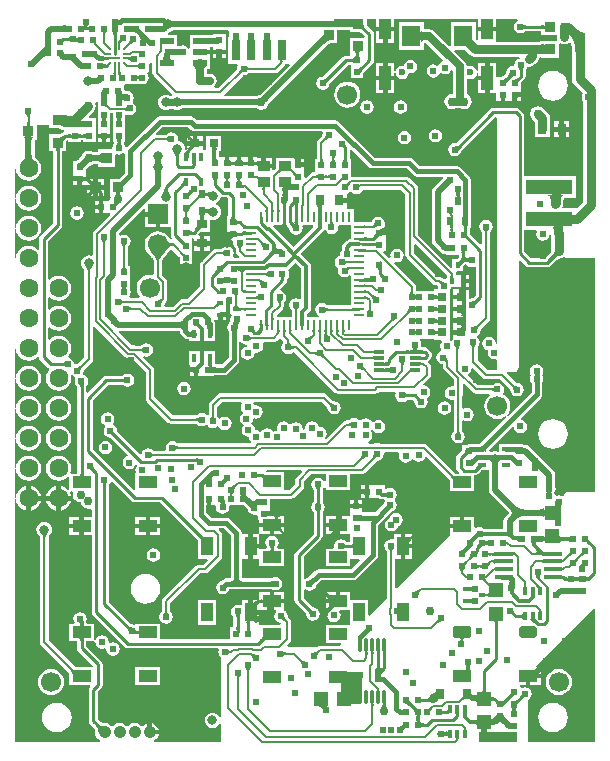
<source format=gtl>
G04*
G04 #@! TF.GenerationSoftware,Altium Limited,Altium Designer,20.0.13 (296)*
G04*
G04 Layer_Physical_Order=1*
G04 Layer_Color=19455*
%FSLAX44Y44*%
%MOMM*%
G71*
G01*
G75*
%ADD10C,0.2032*%
%ADD11C,0.2540*%
%ADD14C,0.4000*%
%ADD21R,0.5080X0.5588*%
%ADD22R,0.5588X0.5080*%
%ADD24R,0.7620X0.8382*%
%ADD25R,1.3000X1.1500*%
%ADD26R,0.8000X0.8000*%
%ADD27R,0.8000X0.8300*%
%ADD28R,0.4000X0.6500*%
%ADD29O,0.2800X1.3500*%
%ADD30R,0.9000X0.3000*%
%ADD31R,0.6500X0.4000*%
%ADD32R,1.0000X0.9000*%
%ADD33R,1.1500X1.3000*%
%ADD34R,1.6000X1.8000*%
%ADD35R,0.8000X1.8000*%
%ADD36R,4.0000X1.3000*%
%ADD37R,0.9500X0.9000*%
%ADD38R,0.9500X0.9000*%
%ADD39R,0.5080X0.3560*%
%ADD40R,0.9000X0.9500*%
%ADD41R,0.9000X0.9500*%
%ADD42R,0.8382X0.7620*%
%ADD43R,0.5000X0.6400*%
%ADD44R,0.5000X0.8000*%
%ADD45R,1.6000X1.0000*%
%ADD46R,1.0000X1.6000*%
G04:AMPARAMS|DCode=47|XSize=1.6mm|YSize=1mm|CornerRadius=0.25mm|HoleSize=0mm|Usage=FLASHONLY|Rotation=180.000|XOffset=0mm|YOffset=0mm|HoleType=Round|Shape=RoundedRectangle|*
%AMROUNDEDRECTD47*
21,1,1.6000,0.5000,0,0,180.0*
21,1,1.1000,1.0000,0,0,180.0*
1,1,0.5000,-0.5500,0.2500*
1,1,0.5000,0.5500,0.2500*
1,1,0.5000,0.5500,-0.2500*
1,1,0.5000,-0.5500,-0.2500*
%
%ADD47ROUNDEDRECTD47*%
G04:AMPARAMS|DCode=48|XSize=1.6mm|YSize=1mm|CornerRadius=0mm|HoleSize=0mm|Usage=FLASHONLY|Rotation=180.000|XOffset=0mm|YOffset=0mm|HoleType=Round|Shape=Octagon|*
%AMOCTAGOND48*
4,1,8,-0.8000,0.2500,-0.8000,-0.2500,-0.5500,-0.5000,0.5500,-0.5000,0.8000,-0.2500,0.8000,0.2500,0.5500,0.5000,-0.5500,0.5000,-0.8000,0.2500,0.0*
%
%ADD48OCTAGOND48*%

%ADD49R,1.5500X0.4000*%
%ADD50R,0.3560X0.5080*%
%ADD51R,1.2000X0.5000*%
%ADD52R,0.8500X0.2800*%
%ADD53R,0.2800X0.8500*%
%ADD96C,0.2400*%
%ADD97C,0.3810*%
%ADD98C,0.5080*%
%ADD99C,0.7620*%
%ADD100C,0.6350*%
%ADD101C,0.3048*%
%ADD102C,0.3000*%
%ADD103C,0.3302*%
%ADD104R,2.2500X0.7750*%
%ADD105R,0.6000X0.7000*%
%ADD106R,1.7500X2.7000*%
%ADD107R,3.2750X0.8250*%
%ADD108R,0.4750X1.0750*%
%ADD109R,0.6000X1.1000*%
%ADD110R,0.5750X2.0000*%
%ADD111C,0.6000*%
%ADD112R,1.0000X1.8000*%
%ADD113R,1.0000X2.1000*%
%ADD114C,1.6002*%
%ADD115R,1.7000X1.7000*%
%ADD116C,1.7000*%
%ADD117C,1.0668*%
%ADD118C,0.6096*%
%ADD119C,0.8128*%
%ADD120C,0.7620*%
G36*
X282410Y614574D02*
X282451Y614570D01*
X283189Y614543D01*
X283621Y614540D01*
X282848Y613312D01*
X284055Y609838D01*
X280459Y609514D01*
X280426Y609460D01*
X280319Y609501D01*
X279865Y609460D01*
X279865Y609676D01*
X279445Y609838D01*
X277750Y611500D01*
X276055Y609838D01*
X275074Y609460D01*
X271879Y614540D01*
X272311Y614543D01*
X273049Y614570D01*
X273619Y614624D01*
X273840Y614661D01*
X274020Y614705D01*
X274157Y614756D01*
X274252Y614813D01*
X274305Y614877D01*
X277750Y611500D01*
X279876Y613584D01*
X279879Y614540D01*
X280311Y614543D01*
X280892Y614579D01*
X281195Y614877D01*
X281248Y614813D01*
X281343Y614756D01*
X281480Y614705D01*
X281660Y614661D01*
X281750Y614646D01*
X281840Y614661D01*
X282020Y614705D01*
X282157Y614756D01*
X282252Y614813D01*
X282305Y614877D01*
X282410Y614574D01*
D02*
G37*
G36*
X91247Y615910D02*
X91315Y615895D01*
X91419Y615881D01*
X91730Y615859D01*
X93119Y615836D01*
X93137Y612026D01*
X91228Y611930D01*
X91214Y615928D01*
X91247Y615910D01*
D02*
G37*
G36*
X104410Y610178D02*
X104676Y610164D01*
X105400Y610155D01*
Y606516D01*
X109430Y610709D01*
X109219Y610407D01*
X109115Y610053D01*
X109117Y609647D01*
X109227Y609187D01*
X109443Y608675D01*
X109766Y608110D01*
X110195Y607491D01*
X110731Y606821D01*
X112124Y605321D01*
X110063Y603499D01*
X114347Y603097D01*
X116311Y597879D01*
X117857Y599587D01*
X118103Y599347D01*
X118733Y598801D01*
X118908Y598677D01*
X119065Y598582D01*
X119204Y598516D01*
X119326Y598479D01*
X119430Y598471D01*
X119516Y598492D01*
X117978Y594525D01*
X117389Y595015D01*
X117599Y594457D01*
X116629Y595371D01*
X116225Y595705D01*
X115875Y595957D01*
X115578Y596127D01*
X115336Y596216D01*
X115147Y596222D01*
X115013Y596147D01*
X114932Y595989D01*
X114905Y595750D01*
X111095Y597151D01*
X111068Y597902D01*
X111065Y597927D01*
X110866D01*
X110910Y597987D01*
X110949Y598080D01*
X110983Y598204D01*
X111013Y598359D01*
X111015Y598378D01*
X110987Y598630D01*
X110852Y599337D01*
X110664Y600020D01*
X110421Y600682D01*
X110125Y601321D01*
X109775Y601938D01*
X109371Y602533D01*
X108913Y603105D01*
X108718Y603314D01*
X107695Y604166D01*
X107194Y604517D01*
X106703Y604813D01*
X106223Y605055D01*
X105754Y605244D01*
X105295Y605379D01*
X104848Y605460D01*
X104410Y605486D01*
X105234Y606343D01*
X104676Y606336D01*
X104410Y606316D01*
Y605486D01*
X104372Y605650D01*
X104258Y605796D01*
X104068Y605924D01*
X103801Y606036D01*
X103458Y606130D01*
X103039Y606208D01*
X103009Y606211D01*
X102961Y606208D01*
X102542Y606130D01*
X102199Y606036D01*
X101932Y605924D01*
X101742Y605796D01*
X101628Y605650D01*
X101589Y605486D01*
Y606321D01*
X101324Y606336D01*
X100601Y606345D01*
Y610155D01*
X101324Y610164D01*
X101589Y610183D01*
Y611013D01*
X101628Y610850D01*
X101742Y610704D01*
X101932Y610576D01*
X102199Y610464D01*
X102542Y610370D01*
X102961Y610292D01*
X102991Y610289D01*
X103039Y610292D01*
X103458Y610370D01*
X103801Y610464D01*
X104068Y610576D01*
X104258Y610704D01*
X104372Y610850D01*
X104410Y611013D01*
Y610178D01*
D02*
G37*
G36*
X429991Y615045D02*
X428471Y614029D01*
X427236Y612180D01*
X426802Y610000D01*
X427236Y607820D01*
X428471Y605971D01*
X430320Y604736D01*
X432500Y604302D01*
X434680Y604736D01*
X436529Y605971D01*
X436602Y606081D01*
X436630Y606090D01*
X436707Y606107D01*
X436760Y606115D01*
X450210D01*
Y602710D01*
X463276D01*
Y601250D01*
X463711Y599060D01*
X463014Y597790D01*
X452877D01*
X452780Y597809D01*
X452683Y597790D01*
X450210D01*
Y597369D01*
X447713Y597224D01*
X412001D01*
Y606055D01*
X396922D01*
Y598894D01*
X395748Y598408D01*
X394540Y599616D01*
Y613540D01*
X373460D01*
Y593690D01*
X372287Y593204D01*
X359370Y606120D01*
X357480Y607383D01*
X355250Y607827D01*
X352874D01*
X352348Y607873D01*
X351614Y607995D01*
X351063Y608143D01*
X350703Y608289D01*
X350540Y608388D01*
Y613540D01*
X329460D01*
Y590460D01*
X350540D01*
Y595612D01*
X350703Y595711D01*
X351063Y595857D01*
X351614Y596005D01*
X352348Y596127D01*
X352839Y596170D01*
X367224Y581786D01*
X366855Y580570D01*
X366570Y580514D01*
X364721Y579279D01*
X363503Y577456D01*
X363482Y577429D01*
X362102Y576981D01*
X360930Y577764D01*
X358750Y578198D01*
X356570Y577764D01*
X354721Y576529D01*
X353486Y574680D01*
X353052Y572500D01*
X353486Y570320D01*
X354721Y568471D01*
X356570Y567236D01*
X358750Y566802D01*
X360930Y567236D01*
X362779Y568471D01*
X363997Y570294D01*
X364018Y570321D01*
X365398Y570769D01*
X366570Y569986D01*
X368750Y569552D01*
X370930Y569986D01*
X372779Y571221D01*
X373903Y572904D01*
X374556Y572893D01*
X375173Y572693D01*
Y553527D01*
X374500Y552974D01*
X372022Y552482D01*
X369922Y551078D01*
X368518Y548978D01*
X368026Y546500D01*
X368518Y544022D01*
X369922Y541922D01*
X372022Y540518D01*
X374500Y540026D01*
X376978Y540518D01*
X377209Y540673D01*
X381000D01*
X381250Y540723D01*
X381500Y540673D01*
X382291D01*
X382522Y540518D01*
X385000Y540026D01*
X387478Y540518D01*
X389578Y541922D01*
X390982Y544022D01*
X391474Y546500D01*
X390982Y548978D01*
X389578Y551078D01*
X387478Y552482D01*
X386827Y552611D01*
Y565376D01*
X387802Y565897D01*
X388097Y565920D01*
X390162Y565510D01*
X392323Y565940D01*
X394156Y567164D01*
X395380Y568997D01*
X395652Y570361D01*
X396922Y570236D01*
Y568365D01*
X402556D01*
Y579500D01*
X396922D01*
Y572080D01*
X395652Y571955D01*
X395380Y573320D01*
X394156Y575152D01*
X392323Y576377D01*
X390162Y576807D01*
X388041Y576385D01*
X387994Y576380D01*
X386674Y577018D01*
X386383Y578480D01*
X385120Y580370D01*
X376204Y589287D01*
X376690Y590460D01*
X385384D01*
X389672Y586172D01*
X391772Y584768D01*
X394250Y584276D01*
X431656D01*
X432494Y583006D01*
X432420Y582832D01*
X430820Y582514D01*
X428971Y581279D01*
X427736Y579430D01*
X427303Y577250D01*
X426626Y576573D01*
X426000Y576698D01*
X423820Y576264D01*
X421971Y575029D01*
X420736Y573180D01*
X420303Y571000D01*
X420315Y570937D01*
X420304Y570916D01*
X420258Y570844D01*
X420225Y570798D01*
X417719Y568293D01*
X417326Y567928D01*
X417022Y567684D01*
X416987Y567660D01*
X412166Y567660D01*
X412001Y568862D01*
Y579500D01*
X406367D01*
Y566460D01*
Y553420D01*
X412001Y553420D01*
X412166Y552218D01*
Y547340D01*
X415595D01*
Y552421D01*
X419405D01*
Y547340D01*
X425595D01*
Y552420D01*
X427500D01*
Y554325D01*
X432834D01*
Y557500D01*
Y562331D01*
X433346Y562932D01*
X435747Y565333D01*
X436589Y566593D01*
X436885Y568080D01*
Y572990D01*
X436893Y573043D01*
X436910Y573120D01*
X436919Y573148D01*
X437029Y573221D01*
X438264Y575070D01*
X438513Y576321D01*
X440000Y576026D01*
X442478Y576518D01*
X444578Y577922D01*
X447078Y580422D01*
X448482Y582522D01*
X448830Y584276D01*
X448879D01*
X450210Y584214D01*
Y583710D01*
X452683D01*
X452780Y583691D01*
X452877Y583710D01*
X464790D01*
Y595400D01*
X466060Y596078D01*
X467272Y595268D01*
X469750Y594776D01*
X472228Y595268D01*
X473833Y596341D01*
X474296Y596296D01*
X475170Y595841D01*
X475181Y595831D01*
X475197Y595601D01*
X475210Y595553D01*
Y593210D01*
X475854D01*
X476026Y590545D01*
Y565750D01*
X476519Y563272D01*
X477922Y561172D01*
X485508Y553586D01*
X484736Y552430D01*
X484302Y550250D01*
X484736Y548070D01*
X485579Y546808D01*
Y461736D01*
X480375Y456532D01*
X479290Y456040D01*
Y456040D01*
X479290Y456040D01*
X468421D01*
X467822Y457160D01*
X468232Y457772D01*
X468724Y460250D01*
Y462008D01*
X468772Y462571D01*
X468911Y463455D01*
X469086Y464137D01*
X469269Y464608D01*
X469421Y464870D01*
X469492Y464951D01*
X469572Y464960D01*
X479290D01*
Y483040D01*
X435635D01*
Y534250D01*
X435339Y535737D01*
X434497Y536997D01*
X431247Y540247D01*
X429987Y541089D01*
X428500Y541385D01*
X409250D01*
X407763Y541089D01*
X406503Y540247D01*
X377637Y511381D01*
X377613Y511363D01*
X377598Y511355D01*
X377574Y511357D01*
X377502Y511348D01*
X377000Y511447D01*
X374820Y511014D01*
X372971Y509779D01*
X371736Y507930D01*
X371302Y505750D01*
X371736Y503570D01*
X372971Y501721D01*
X374820Y500486D01*
X377000Y500052D01*
X379180Y500486D01*
X381029Y501721D01*
X382264Y503570D01*
X382514Y504826D01*
X382593Y505046D01*
X382612Y505178D01*
X382619Y505208D01*
X382632Y505249D01*
X382653Y505300D01*
X382685Y505365D01*
X382731Y505443D01*
X382772Y505505D01*
X382874Y505630D01*
X410647Y533403D01*
X412021Y533355D01*
X412850Y532345D01*
X412759Y531886D01*
Y341585D01*
X411489Y340865D01*
X411295Y340982D01*
X411447Y341750D01*
X411014Y343930D01*
X409779Y345779D01*
X407930Y347014D01*
X405750Y347448D01*
X403570Y347014D01*
X401721Y345779D01*
X400486Y343930D01*
X400052Y341750D01*
X400486Y339570D01*
X401721Y337721D01*
X403570Y336486D01*
X405220Y336158D01*
X404791Y334000D01*
X405225Y331820D01*
X406460Y329971D01*
X408308Y328736D01*
X410489Y328302D01*
X411489Y328502D01*
X412759Y327459D01*
Y321543D01*
X413031Y320173D01*
X412603Y319353D01*
X412251Y318903D01*
X404474D01*
X396126Y327252D01*
Y337971D01*
X396130Y337992D01*
X396145Y338043D01*
X396166Y338096D01*
X396194Y338153D01*
X396233Y338218D01*
X396286Y338293D01*
X396317Y338330D01*
X396529Y338471D01*
X397764Y340320D01*
X398198Y342500D01*
X397764Y344680D01*
X396529Y346529D01*
X396094Y346819D01*
Y348347D01*
X397029Y348971D01*
X398264Y350820D01*
X398698Y353000D01*
X398648Y353250D01*
X398652Y353298D01*
X398667Y353388D01*
X398686Y353462D01*
X398707Y353522D01*
X398729Y353574D01*
X398755Y353621D01*
X398766Y353639D01*
X405814Y360686D01*
X406600Y361862D01*
X406876Y363250D01*
X406876Y363250D01*
Y435971D01*
X406880Y435992D01*
X406895Y436043D01*
X406916Y436096D01*
X406944Y436153D01*
X406983Y436218D01*
X407036Y436293D01*
X407067Y436330D01*
X407279Y436471D01*
X408514Y438320D01*
X408947Y440500D01*
X408514Y442680D01*
X407279Y444529D01*
X405430Y445764D01*
X403250Y446198D01*
X401070Y445764D01*
X399221Y444529D01*
X397986Y442680D01*
X397552Y440500D01*
X397986Y438320D01*
X399221Y436471D01*
X399433Y436330D01*
X399464Y436293D01*
X399517Y436218D01*
X399556Y436153D01*
X399584Y436096D01*
X399605Y436044D01*
X399620Y435992D01*
X399624Y435971D01*
Y425928D01*
X398451Y425442D01*
X390139Y433754D01*
X389786Y434135D01*
X389549Y434432D01*
X389532Y434456D01*
X389721Y435404D01*
Y439149D01*
X390876D01*
Y441622D01*
X390895Y441719D01*
X390876Y441816D01*
Y441967D01*
X390879Y442006D01*
X390876Y442016D01*
Y449561D01*
X390895Y449658D01*
X390882Y449724D01*
X390892Y449791D01*
X390876Y449854D01*
Y452229D01*
X390374D01*
X390368Y452327D01*
Y480414D01*
X390368Y480414D01*
X390023Y482148D01*
X389041Y483619D01*
X382205Y490455D01*
X380734Y491437D01*
X379000Y491782D01*
X347127D01*
X341205Y497705D01*
X339734Y498687D01*
X338000Y499032D01*
X309127D01*
X278955Y529205D01*
X277484Y530187D01*
X275750Y530532D01*
X158627D01*
X156455Y532705D01*
X154984Y533687D01*
X153250Y534032D01*
X127250D01*
X127250Y534032D01*
X125516Y533687D01*
X124045Y532705D01*
X124045Y532705D01*
X99301Y507961D01*
X97923Y508379D01*
X97764Y509180D01*
X96529Y511029D01*
X96419Y511102D01*
X96410Y511130D01*
X96483Y511404D01*
X96909Y512340D01*
X97834D01*
Y522500D01*
X97834D01*
Y534781D01*
X97887Y534854D01*
X99104Y535468D01*
X99320Y535324D01*
X101500Y534891D01*
X103680Y535324D01*
X105529Y536559D01*
X106764Y538408D01*
X107198Y540588D01*
X106764Y542768D01*
X105529Y544617D01*
X104519Y545291D01*
X104108Y546963D01*
X104514Y547570D01*
X104948Y549750D01*
X104514Y551930D01*
X103279Y553779D01*
X101430Y555014D01*
X99250Y555448D01*
X98662Y555331D01*
X97285Y555808D01*
X96410Y557118D01*
Y560584D01*
X97335Y561416D01*
X110423D01*
X112250Y561053D01*
X114430Y561486D01*
X116279Y562721D01*
X117514Y564570D01*
X117948Y566750D01*
X117514Y568930D01*
X116585Y570320D01*
X117177Y571590D01*
X117584D01*
Y577834D01*
X119661Y579911D01*
X120834Y579425D01*
Y571040D01*
X120834Y571040D01*
X121110Y569653D01*
X121896Y568476D01*
X137682Y552691D01*
X137741Y552547D01*
X137542Y551037D01*
X137491Y550998D01*
X137430Y550993D01*
X136320D01*
X136259Y550998D01*
X135581Y551519D01*
X133974Y552184D01*
X132250Y552411D01*
X130526Y552184D01*
X128919Y551519D01*
X127540Y550460D01*
X126481Y549081D01*
X125816Y547474D01*
X125589Y545750D01*
X125816Y544026D01*
X126481Y542420D01*
X127540Y541040D01*
X128919Y539981D01*
X130526Y539316D01*
X132250Y539089D01*
X133974Y539316D01*
X135581Y539981D01*
X136312Y540542D01*
X136751Y540570D01*
X137331D01*
X137410Y540564D01*
X138169Y539981D01*
X139776Y539316D01*
X141500Y539089D01*
X143224Y539316D01*
X144831Y539981D01*
X145641Y540603D01*
X146099Y540634D01*
X209220D01*
X210420Y539832D01*
X212898Y539339D01*
X215375Y539832D01*
X217476Y541236D01*
X218880Y543336D01*
X219116Y544525D01*
X219318Y544743D01*
X268564Y593989D01*
X269470Y594830D01*
X270222Y595432D01*
X270882Y595893D01*
X270999Y595960D01*
X277540D01*
Y606660D01*
X287960D01*
Y605460D01*
X296698D01*
X296702Y605457D01*
X297337Y604919D01*
X300446Y601810D01*
X300207Y600540D01*
X287960D01*
Y586460D01*
X287960D01*
X287901Y585215D01*
X284580D01*
X283093Y584919D01*
X281833Y584077D01*
X265515Y567759D01*
X265472Y567728D01*
X265405Y567686D01*
X265379Y567672D01*
X265250Y567697D01*
X263070Y567264D01*
X261221Y566029D01*
X259986Y564180D01*
X259552Y562000D01*
X259986Y559820D01*
X261221Y557971D01*
X263070Y556736D01*
X265250Y556302D01*
X267430Y556736D01*
X269279Y557971D01*
X270514Y559820D01*
X270947Y562000D01*
X270922Y562129D01*
X270935Y562155D01*
X270977Y562222D01*
X271009Y562265D01*
X286189Y577445D01*
X288916D01*
Y566090D01*
X299584D01*
Y570921D01*
X300096Y571522D01*
X307247Y578673D01*
X308089Y579933D01*
X308385Y581420D01*
Y603250D01*
X308089Y604737D01*
X307247Y605997D01*
X303151Y610093D01*
X302764Y610509D01*
X302540Y610786D01*
Y616315D01*
X310522D01*
Y609865D01*
X325602D01*
Y616315D01*
X396922D01*
Y609865D01*
X412001D01*
Y616315D01*
X429606D01*
X429991Y615045D01*
D02*
G37*
G36*
X66698Y611656D02*
X66473Y611455D01*
X66272Y611244D01*
X66095Y611024D01*
X65942Y610795D01*
X65812Y610556D01*
X65705Y610308D01*
X65694Y610275D01*
X65699Y610262D01*
X65841Y609997D01*
X66024Y609774D01*
X66248Y609591D01*
X66512Y609449D01*
X66628Y609410D01*
X66698Y609428D01*
X66925Y609520D01*
X67111Y609632D01*
X67255Y609764D01*
X67358Y609916D01*
X67420Y610089D01*
X67441Y610282D01*
Y609272D01*
X67548Y609266D01*
X67441Y609195D01*
Y606218D01*
X67420Y606411D01*
X67358Y606584D01*
X67255Y606736D01*
X67111Y606868D01*
X66925Y606980D01*
X66698Y607071D01*
X66430Y607142D01*
X66121Y607193D01*
X65770Y607224D01*
X65378Y607234D01*
Y607820D01*
X64500Y607234D01*
X64131Y607225D01*
X63801Y607198D01*
X63510Y607154D01*
X63258Y607091D01*
X63044Y607010D01*
X62870Y606912D01*
X62734Y606796D01*
X62637Y606661D01*
X62578Y606509D01*
X62559Y606339D01*
Y608528D01*
X61452Y609266D01*
X61838Y609286D01*
X62183Y609347D01*
X62488Y609449D01*
X62559Y609487D01*
Y610160D01*
X62578Y609991D01*
X62637Y609838D01*
X62734Y609704D01*
X62811Y609639D01*
X62976Y609774D01*
X63159Y609997D01*
X63301Y610262D01*
X63345Y610392D01*
X63318Y610491D01*
X63224Y610754D01*
X63110Y611012D01*
X62975Y611267D01*
X62819Y611517D01*
X62642Y611763D01*
X62445Y612006D01*
X66698Y611656D01*
D02*
G37*
G36*
X137233Y614787D02*
X137356Y614735D01*
X137521Y614689D01*
X137729Y614650D01*
X137979Y614616D01*
X138605Y614567D01*
X139861Y614540D01*
Y609460D01*
X139400Y609457D01*
X137729Y609350D01*
X137521Y609311D01*
X137356Y609265D01*
X137233Y609213D01*
X137152Y609155D01*
Y614845D01*
X137233Y614787D01*
D02*
G37*
G36*
X434853Y611969D02*
X435045Y611823D01*
X435250Y611693D01*
X435471Y611581D01*
X435706Y611486D01*
X435955Y611408D01*
X436219Y611348D01*
X436498Y611305D01*
X436792Y611279D01*
X437100Y611270D01*
Y608730D01*
X436792Y608721D01*
X436498Y608695D01*
X436219Y608652D01*
X435955Y608592D01*
X435706Y608514D01*
X435471Y608419D01*
X435250Y608307D01*
X435045Y608177D01*
X434853Y608031D01*
X434677Y607866D01*
Y612134D01*
X434853Y611969D01*
D02*
G37*
G36*
X452780Y607460D02*
X452755Y607701D01*
X452679Y607917D01*
X452552Y608108D01*
X452374Y608273D01*
X452146Y608413D01*
X451866Y608527D01*
X451536Y608616D01*
X451155Y608679D01*
X450723Y608717D01*
X450241Y608730D01*
Y611270D01*
X450723Y611283D01*
X451155Y611321D01*
X451536Y611384D01*
X451866Y611473D01*
X452146Y611587D01*
X452374Y611727D01*
X452552Y611892D01*
X452679Y612083D01*
X452755Y612299D01*
X452780Y612540D01*
Y607460D01*
D02*
G37*
G36*
X299787Y611189D02*
X299710Y610966D01*
X299707Y610704D01*
X299778Y610404D01*
X299923Y610064D01*
X300143Y609685D01*
X300437Y609268D01*
X300806Y608811D01*
X301766Y607780D01*
X299720Y606234D01*
X299207Y606729D01*
X298284Y607511D01*
X297874Y607797D01*
X297498Y608015D01*
X297156Y608163D01*
X296847Y608241D01*
X296573Y608251D01*
X296333Y608190D01*
X296127Y608061D01*
X299939Y611372D01*
X299787Y611189D01*
D02*
G37*
G36*
X119640Y610971D02*
X119793Y610933D01*
X120047Y610900D01*
X120859Y610846D01*
X124670Y610790D01*
Y605710D01*
X119590Y605486D01*
Y611013D01*
X119640Y610971D01*
D02*
G37*
G36*
X47410Y605486D02*
X47360Y605529D01*
X47207Y605567D01*
X46953Y605601D01*
X46140Y605654D01*
X42330Y605710D01*
Y610790D01*
X47410Y611013D01*
Y605486D01*
D02*
G37*
G36*
X81919Y605496D02*
X81746Y605434D01*
X81594Y605331D01*
X81462Y605187D01*
X81350Y605001D01*
X81258Y604775D01*
X81187Y604506D01*
X81137Y604197D01*
X81106Y603846D01*
X81096Y603455D01*
X79064D01*
X79054Y603846D01*
X79023Y604197D01*
X78973Y604506D01*
X78901Y604775D01*
X78810Y605001D01*
X78698Y605187D01*
X78566Y605331D01*
X78414Y605434D01*
X78241Y605496D01*
X78048Y605517D01*
X82112D01*
X81919Y605496D01*
D02*
G37*
G36*
X91430Y605486D02*
X91209Y605461D01*
X91012Y605385D01*
X90838Y605258D01*
X90687Y605080D01*
X90560Y604851D01*
X90456Y604572D01*
X90374Y604242D01*
X90316Y603861D01*
X90282Y603429D01*
X90270Y602947D01*
X87730D01*
X87717Y603433D01*
X87679Y603869D01*
X87616Y604254D01*
X87527Y604588D01*
X87413Y604870D01*
X87273Y605102D01*
X87108Y605282D01*
X86917Y605412D01*
X86701Y605490D01*
X86460Y605517D01*
X91430Y605486D01*
D02*
G37*
G36*
X272965Y598561D02*
X272561Y598834D01*
X272088Y598966D01*
X271544Y598957D01*
X270931Y598806D01*
X270247Y598515D01*
X269494Y598082D01*
X268670Y597508D01*
X267777Y596792D01*
X265781Y594938D01*
X261938Y598280D01*
X262958Y599336D01*
X264560Y601223D01*
X265142Y602053D01*
X265577Y602809D01*
X265866Y603490D01*
X266009Y604096D01*
X266006Y604627D01*
X265856Y605084D01*
X265561Y605465D01*
X272965Y598561D01*
D02*
G37*
G36*
X205778Y600614D02*
X205839Y599964D01*
X205867Y599823D01*
X206634D01*
X206469Y599647D01*
X206323Y599455D01*
X206193Y599250D01*
X206143Y599152D01*
X206257Y599051D01*
X206386Y598990D01*
X206530Y598969D01*
X206057D01*
X205986Y598794D01*
X205908Y598545D01*
X205848Y598280D01*
X205805Y598002D01*
X205779Y597708D01*
X205770Y597400D01*
X203230D01*
X203221Y597708D01*
X203195Y598002D01*
X203152Y598280D01*
X203092Y598545D01*
X203014Y598794D01*
X202943Y598969D01*
X202470D01*
X202614Y598990D01*
X202743Y599051D01*
X202857Y599152D01*
X202807Y599250D01*
X202677Y599455D01*
X202530Y599647D01*
X202366Y599823D01*
X203133D01*
X203162Y599964D01*
X203200Y600269D01*
X203222Y600614D01*
X203230Y601000D01*
X205770D01*
X205778Y600614D01*
D02*
G37*
G36*
X218780Y600817D02*
X218810Y600429D01*
X218861Y600087D01*
X218924Y599823D01*
X219634D01*
X219470Y599647D01*
X219323Y599455D01*
X219198Y599257D01*
X219265Y599175D01*
X219417Y599061D01*
X219589Y598992D01*
X219781Y598969D01*
X219057D01*
X218986Y598794D01*
X218908Y598545D01*
X218848Y598280D01*
X218805Y598002D01*
X218779Y597708D01*
X218770Y597400D01*
X216230Y597400D01*
X216221Y597708D01*
X216196Y598002D01*
X216152Y598280D01*
X216092Y598545D01*
X216014Y598794D01*
X215943Y598969D01*
X215219D01*
X215411Y598992D01*
X215583Y599061D01*
X215735Y599175D01*
X215802Y599257D01*
X215677Y599455D01*
X215530Y599647D01*
X215366Y599823D01*
X216076D01*
X216139Y600087D01*
X216190Y600429D01*
X216220Y600817D01*
X216230Y601250D01*
X218770D01*
X218780Y600817D01*
D02*
G37*
G36*
X95430Y597256D02*
X95297Y597268D01*
X95156Y597257D01*
X95006Y597222D01*
X94848Y597163D01*
X94681Y597080D01*
X94505Y596974D01*
X94321Y596843D01*
X94129Y596689D01*
X93718Y596309D01*
X92282Y597746D01*
X92468Y597941D01*
X92769Y598309D01*
X92885Y598482D01*
X92976Y598648D01*
X93045Y598808D01*
X93089Y598960D01*
X93110Y599105D01*
X93107Y599243D01*
X93080Y599375D01*
X95430Y597256D01*
D02*
G37*
G36*
X51464Y597126D02*
X51272Y597267D01*
X51067Y597393D01*
X50849Y597504D01*
X50618Y597600D01*
X50375Y597682D01*
X50119Y597748D01*
X49850Y597800D01*
X49569Y597837D01*
X49274Y597859D01*
X48967Y597867D01*
X48622Y600407D01*
X48931Y600416D01*
X49223Y600445D01*
X49499Y600493D01*
X49756Y600559D01*
X49997Y600645D01*
X50220Y600750D01*
X50427Y600874D01*
X50616Y601017D01*
X50787Y601180D01*
X50942Y601361D01*
X51464Y597126D01*
D02*
G37*
G36*
X47629Y597867D02*
X47144Y597854D01*
X46708Y597816D01*
X46324Y597752D01*
X45991Y597663D01*
X45708Y597549D01*
X45477Y597410D01*
X45296Y597244D01*
X45166Y597054D01*
X45087Y596838D01*
X45059Y596597D01*
X45090Y599514D01*
X47629Y600407D01*
Y597867D01*
D02*
G37*
G36*
X56071Y600958D02*
X56227Y600788D01*
X56402Y600639D01*
X56597Y600509D01*
X56811Y600399D01*
X57045Y600309D01*
X57172Y600275D01*
X57246Y600288D01*
X57526Y600366D01*
X57754Y600461D01*
X57932Y600573D01*
X58059Y600703D01*
X58135Y600849D01*
X58161Y601013D01*
X58166Y600150D01*
X58172Y600150D01*
X58166Y600125D01*
X58191Y596340D01*
X58164Y596581D01*
X58085Y596797D01*
X57956Y596988D01*
X57776Y597153D01*
X57544Y597292D01*
X57262Y597407D01*
X56928Y597496D01*
X56637Y597544D01*
X56420Y597508D01*
X56162Y597451D01*
X55916Y597380D01*
X55682Y597298D01*
X55459Y597202D01*
X55250Y597094D01*
X55052Y596973D01*
X55620Y599663D01*
Y600150D01*
X55724Y600152D01*
X55934Y601147D01*
X56071Y600958D01*
D02*
G37*
G36*
X348003Y607747D02*
X348194Y607207D01*
X348513Y606731D01*
X348960Y606318D01*
X349534Y605969D01*
X350236Y605683D01*
X351065Y605461D01*
X352023Y605302D01*
X353107Y605207D01*
X354319Y605175D01*
Y598825D01*
X353107Y598793D01*
X352023Y598698D01*
X351065Y598539D01*
X350236Y598317D01*
X349534Y598031D01*
X348960Y597682D01*
X348513Y597269D01*
X348194Y596793D01*
X348003Y596253D01*
X347939Y595650D01*
Y608350D01*
X348003Y607747D01*
D02*
G37*
G36*
X105000Y596243D02*
X104690Y596184D01*
X104391Y596110D01*
X104105Y596021D01*
X103831Y595919D01*
X103569Y595802D01*
X103320Y595672D01*
X103082Y595526D01*
X102857Y595367D01*
X102644Y595194D01*
X102443Y595006D01*
X100736Y596172D01*
X100931Y596386D01*
X101100Y596607D01*
X101243Y596838D01*
X101360Y597076D01*
X101450Y597324D01*
X101513Y597580D01*
X101551Y597844D01*
X101561Y598117D01*
X101546Y598399D01*
X101504Y598690D01*
X105000Y596243D01*
D02*
G37*
G36*
X129855Y595538D02*
X129682Y595475D01*
X129530Y595371D01*
X129398Y595226D01*
X129286Y595040D01*
X129194Y594813D01*
X129123Y594546D01*
X129073Y594238D01*
X129042Y593889D01*
X129032Y593498D01*
X127000D01*
X127030Y595531D01*
X130048Y595561D01*
X129855Y595538D01*
D02*
G37*
G36*
X186020Y605550D02*
X185910Y605000D01*
Y602291D01*
X185802Y601750D01*
X185630Y601540D01*
X184960D01*
Y578460D01*
X192565D01*
X193244Y577190D01*
X192736Y576430D01*
X192302Y574250D01*
X192352Y574000D01*
X192348Y573952D01*
X192332Y573862D01*
X192314Y573788D01*
X192293Y573728D01*
X192271Y573676D01*
X192245Y573629D01*
X192234Y573611D01*
X176748Y558126D01*
X173531D01*
X173146Y559396D01*
X173870Y559880D01*
X175133Y561770D01*
X175577Y564000D01*
X175133Y566230D01*
X173870Y568120D01*
X171980Y569383D01*
X169750Y569827D01*
X166827D01*
Y571728D01*
X166862Y572178D01*
X166973Y572931D01*
X167108Y573505D01*
X167245Y573885D01*
X167285Y573960D01*
X169540D01*
Y576434D01*
X169559Y576530D01*
X169540Y576627D01*
Y576826D01*
X169541Y576838D01*
X169540Y576841D01*
Y583460D01*
Y586595D01*
X167164D01*
X167071Y586462D01*
X166995Y586258D01*
X166970Y586031D01*
Y586595D01*
X161000D01*
Y590405D01*
X166970D01*
Y590970D01*
X166995Y590742D01*
X167071Y590538D01*
X167165Y590405D01*
X169540D01*
Y592821D01*
X172166D01*
Y590325D01*
X174492D01*
X174508Y590338D01*
X174635Y590512D01*
X174711Y590709D01*
X174736Y590930D01*
X174740Y590325D01*
X177500D01*
X182834D01*
Y593500D01*
Y603660D01*
X178000D01*
X177500Y603759D01*
X177246D01*
X176746Y603660D01*
X172166D01*
Y603180D01*
X161000D01*
X160299Y603040D01*
X152460D01*
Y591674D01*
X151190Y591289D01*
X150529Y592279D01*
X148680Y593514D01*
X146500Y593947D01*
X144320Y593514D01*
X144194Y593429D01*
X141540D01*
Y603040D01*
X134132D01*
X133747Y604310D01*
X134163Y604588D01*
X135015Y605440D01*
X135974Y605566D01*
X137580Y606231D01*
X138312Y606792D01*
X138751Y606820D01*
X185250D01*
X186020Y605550D01*
D02*
G37*
G36*
X479092Y609084D02*
X481121Y607360D01*
X482087Y606659D01*
X483022Y606067D01*
X483925Y605582D01*
X484796Y605205D01*
X485636Y604935D01*
X486443Y604773D01*
X487220Y604720D01*
X477780Y595780D01*
X487220D01*
X487047Y595704D01*
X486892Y595476D01*
X486756Y595095D01*
X486637Y594561D01*
X486537Y593876D01*
X486392Y592047D01*
X486310Y588161D01*
X478690D01*
X478681Y589608D01*
X478363Y594561D01*
X478244Y595095D01*
X478108Y595476D01*
X477953Y595704D01*
X477780Y595780D01*
X477727Y596557D01*
X477565Y597364D01*
X477296Y598204D01*
X476918Y599075D01*
X476433Y599978D01*
X475841Y600913D01*
X475140Y601880D01*
X474332Y602878D01*
X472392Y604970D01*
X478031Y610108D01*
X479092Y609084D01*
D02*
G37*
G36*
X296549Y589035D02*
X296333Y588958D01*
X296142Y588830D01*
X295977Y588650D01*
X295837Y588418D01*
X295723Y588136D01*
X295634Y587801D01*
X295571Y587416D01*
X295533Y586979D01*
X295520Y586491D01*
X292980D01*
X292967Y586979D01*
X292929Y587416D01*
X292866Y587801D01*
X292777Y588136D01*
X292663Y588418D01*
X292523Y588650D01*
X292358Y588830D01*
X292167Y588958D01*
X291951Y589035D01*
X291710Y589061D01*
X296790D01*
X296549Y589035D01*
D02*
G37*
G36*
X452780Y586281D02*
X452704Y586406D01*
X452476Y586518D01*
X452095Y586617D01*
X451561Y586703D01*
X450876Y586775D01*
X447904Y586914D01*
X445160Y586940D01*
Y594560D01*
X446608Y594567D01*
X452095Y594883D01*
X452476Y594982D01*
X452704Y595094D01*
X452780Y595219D01*
Y586281D01*
D02*
G37*
G36*
X295533Y585891D02*
X295571Y585454D01*
X295634Y585069D01*
X295723Y584734D01*
X295837Y584452D01*
X295977Y584220D01*
X296142Y584040D01*
X296333Y583912D01*
X296549Y583835D01*
X296790Y583809D01*
X291710D01*
X291951Y583835D01*
X292167Y583912D01*
X292358Y584040D01*
X292523Y584220D01*
X292663Y584452D01*
X292777Y584734D01*
X292866Y585069D01*
X292929Y585454D01*
X292967Y585891D01*
X292980Y586380D01*
X295520D01*
X295533Y585891D01*
D02*
G37*
G36*
X29695Y590813D02*
X29857Y590495D01*
X29911Y590014D01*
Y584487D01*
X29665Y584462D01*
X29395Y584389D01*
X29099Y584268D01*
X28778Y584098D01*
X28431Y583879D01*
X28060Y583612D01*
X27240Y582931D01*
X26318Y582056D01*
X24522Y587444D01*
X25546Y588440D01*
X27270Y589939D01*
X27971Y590442D01*
X28563Y590781D01*
X29048Y590956D01*
X29426Y590966D01*
X29695Y590813D01*
D02*
G37*
G36*
X74248Y587065D02*
X74330Y586961D01*
X74650Y586604D01*
X74694Y586559D01*
X74852Y586709D01*
X74862Y586631D01*
X74899Y586535D01*
X74961Y586420D01*
X75048Y586286D01*
X75162Y586134D01*
X75466Y585773D01*
X75544Y585692D01*
X76860Y584347D01*
X74166Y581653D01*
X72522Y583220D01*
X72025Y583651D01*
X71917Y583716D01*
X71828Y583755D01*
X71759Y583769D01*
X71853Y583858D01*
X71394Y584295D01*
X74219Y587119D01*
X74248Y587065D01*
D02*
G37*
G36*
X79947Y584285D02*
X80115Y584228D01*
X80352Y584179D01*
X80658Y584135D01*
X81473Y584069D01*
X83207Y584019D01*
X83921Y584016D01*
Y581984D01*
X83207Y581981D01*
X80115Y581772D01*
X79947Y581715D01*
X79846Y581652D01*
Y584348D01*
X79947Y584285D01*
D02*
G37*
G36*
X135565Y585578D02*
X135642Y584710D01*
X135769Y583943D01*
X135946Y583279D01*
X136175Y582717D01*
X136454Y582257D01*
X136785Y581899D01*
X137166Y581643D01*
X137597Y581490D01*
X138080Y581439D01*
X127920D01*
X128403Y581490D01*
X128834Y581643D01*
X129215Y581899D01*
X129546Y582257D01*
X129825Y582717D01*
X130054Y583279D01*
X130231Y583943D01*
X130358Y584710D01*
X130435Y585578D01*
X130460Y586549D01*
X135540D01*
X135565Y585578D01*
D02*
G37*
G36*
X102503Y580752D02*
X102324Y580986D01*
X102134Y581196D01*
X101931Y581380D01*
X101715Y581541D01*
X101488Y581676D01*
X101248Y581787D01*
X100996Y581873D01*
X100732Y581935D01*
X100456Y581972D01*
X100167Y581984D01*
X100527Y584016D01*
X100802Y584025D01*
X101076Y584054D01*
X101348Y584101D01*
X101618Y584167D01*
X101886Y584252D01*
X102153Y584356D01*
X102418Y584479D01*
X102681Y584621D01*
X102943Y584782D01*
X103203Y584962D01*
X102503Y580752D01*
D02*
G37*
G36*
X231615Y581042D02*
X231467Y580984D01*
X231336Y580888D01*
X231222Y580754D01*
X231126Y580581D01*
X231048Y580370D01*
X230987Y580121D01*
X230943Y579833D01*
X230917Y579507D01*
X230908Y579142D01*
X228876D01*
X228868Y579507D01*
X228841Y579833D01*
X228798Y580121D01*
X228737Y580370D01*
X228658Y580581D01*
X228562Y580754D01*
X228449Y580888D01*
X228318Y580984D01*
X228170Y581042D01*
X228004Y581061D01*
X231780D01*
X231615Y581042D01*
D02*
G37*
G36*
X291486Y578820D02*
X291461Y579056D01*
X291385Y579267D01*
X291258Y579453D01*
X291080Y579614D01*
X290851Y579750D01*
X290572Y579862D01*
X290242Y579948D01*
X289861Y580010D01*
X289429Y580048D01*
X288946Y580060D01*
Y582600D01*
X289429Y582612D01*
X289861Y582650D01*
X290242Y582711D01*
X290572Y582798D01*
X290851Y582910D01*
X291080Y583046D01*
X291258Y583207D01*
X291385Y583393D01*
X291461Y583604D01*
X291486Y583839D01*
Y578820D01*
D02*
G37*
G36*
X109517Y574638D02*
X109496Y574831D01*
X109434Y575004D01*
X109331Y575156D01*
X109187Y575288D01*
X109001Y575400D01*
X108774Y575491D01*
X108506Y575563D01*
X108197Y575613D01*
X107846Y575644D01*
X107455Y575654D01*
Y577686D01*
X107846Y577696D01*
X108197Y577727D01*
X108506Y577777D01*
X108774Y577849D01*
X109001Y577940D01*
X109187Y578052D01*
X109331Y578184D01*
X109434Y578336D01*
X109496Y578509D01*
X109517Y578702D01*
Y574638D01*
D02*
G37*
G36*
X78835Y579010D02*
X78912Y578794D01*
X79040Y578603D01*
X79220Y578438D01*
X79452Y578298D01*
X79734Y578184D01*
X80069Y578095D01*
X80454Y578032D01*
X80891Y577994D01*
X81379Y577981D01*
Y575441D01*
X80891Y575428D01*
X80454Y575390D01*
X80069Y575327D01*
X79734Y575238D01*
X79452Y575123D01*
X79220Y574984D01*
X79040Y574819D01*
X78912Y574628D01*
X78835Y574412D01*
X78809Y574171D01*
Y579251D01*
X78835Y579010D01*
D02*
G37*
G36*
X63660Y573987D02*
X63628Y574029D01*
X63529Y574067D01*
X63364Y574100D01*
X63134Y574129D01*
X62476Y574174D01*
X60370Y574210D01*
Y579290D01*
X60995Y579292D01*
X63628Y579471D01*
X63660Y579514D01*
Y573987D01*
D02*
G37*
G36*
X298810Y573933D02*
X298292Y573399D01*
X297481Y572446D01*
X297187Y572028D01*
X296967Y571649D01*
X296821Y571310D01*
X296750Y571009D01*
X296754Y570747D01*
X296831Y570525D01*
X296983Y570341D01*
X293167Y573649D01*
X293374Y573520D01*
X293614Y573460D01*
X293888Y573469D01*
X294196Y573548D01*
X294538Y573696D01*
X294915Y573913D01*
X295325Y574200D01*
X295769Y574556D01*
X296760Y575476D01*
X298810Y573933D01*
D02*
G37*
G36*
X434969Y574897D02*
X434823Y574706D01*
X434693Y574500D01*
X434581Y574279D01*
X434486Y574044D01*
X434408Y573795D01*
X434348Y573531D01*
X434305Y573252D01*
X434279Y572958D01*
X434270Y572650D01*
X431730D01*
X431721Y572958D01*
X431696Y573252D01*
X431652Y573531D01*
X431592Y573795D01*
X431514Y574044D01*
X431419Y574279D01*
X431307Y574500D01*
X431177Y574706D01*
X431031Y574897D01*
X430866Y575073D01*
X435134D01*
X434969Y574897D01*
D02*
G37*
G36*
X200399Y576171D02*
X200628Y575981D01*
X200864Y575814D01*
X201107Y575668D01*
X201356Y575545D01*
X201612Y575445D01*
X201875Y575367D01*
X202144Y575311D01*
X202420Y575277D01*
X202703Y575266D01*
Y573234D01*
X202420Y573223D01*
X202144Y573189D01*
X201875Y573133D01*
X201612Y573055D01*
X201356Y572955D01*
X201107Y572832D01*
X200864Y572686D01*
X200628Y572519D01*
X200399Y572329D01*
X200177Y572116D01*
Y576384D01*
X200399Y576171D01*
D02*
G37*
G36*
X237168Y577243D02*
X212043Y552118D01*
X210420Y551795D01*
X209269Y551026D01*
X208646Y550993D01*
X181604D01*
X181141Y552263D01*
X197361Y568484D01*
X197379Y568495D01*
X197426Y568521D01*
X197478Y568544D01*
X197538Y568564D01*
X197612Y568582D01*
X197703Y568598D01*
X197750Y568602D01*
X198000Y568553D01*
X200180Y568986D01*
X202029Y570221D01*
X202170Y570433D01*
X202207Y570464D01*
X202282Y570517D01*
X202347Y570556D01*
X202404Y570584D01*
X202456Y570605D01*
X202508Y570620D01*
X202529Y570624D01*
X225000D01*
X225000Y570624D01*
X226388Y570900D01*
X227564Y571686D01*
X232456Y576578D01*
X232456Y576579D01*
X233242Y577755D01*
X233382Y578460D01*
X236589D01*
X237168Y577243D01*
D02*
G37*
G36*
X197969Y571202D02*
X197662Y571195D01*
X197366Y571167D01*
X197080Y571119D01*
X196806Y571050D01*
X196543Y570961D01*
X196291Y570851D01*
X196050Y570721D01*
X195820Y570570D01*
X195601Y570398D01*
X195393Y570206D01*
X193956Y571643D01*
X194148Y571851D01*
X194320Y572070D01*
X194471Y572300D01*
X194601Y572541D01*
X194711Y572793D01*
X194800Y573056D01*
X194869Y573330D01*
X194917Y573616D01*
X194945Y573912D01*
X194952Y574220D01*
X197969Y571202D01*
D02*
G37*
G36*
X166439Y576467D02*
X165963Y576277D01*
X165544Y575959D01*
X165181Y575514D01*
X164874Y574943D01*
X164622Y574244D01*
X164426Y573419D01*
X164287Y572467D01*
X164203Y571387D01*
X164175Y570181D01*
X157825D01*
X157797Y571387D01*
X157713Y572467D01*
X157573Y573419D01*
X157378Y574244D01*
X157126Y574943D01*
X156819Y575514D01*
X156456Y575959D01*
X156037Y576277D01*
X155562Y576467D01*
X155030Y576530D01*
X166970D01*
X166439Y576467D01*
D02*
G37*
G36*
X90090Y569514D02*
X86968D01*
X87161Y569534D01*
X87334Y569595D01*
X87486Y569696D01*
X87618Y569839D01*
X87730Y570022D01*
X87821Y570245D01*
X87893Y570509D01*
X87943Y570814D01*
X87974Y571159D01*
X87984Y571545D01*
X90016D01*
X90090Y569514D01*
D02*
G37*
G36*
X94026Y571156D02*
X94057Y570808D01*
X94107Y570500D01*
X94179Y570233D01*
X94270Y570006D01*
X94382Y569820D01*
X94514Y569675D01*
X94666Y569570D01*
X94839Y569506D01*
X95032Y569483D01*
X92910Y569514D01*
X92734Y569534D01*
X92577Y569595D01*
X92438Y569696D01*
X92317Y569839D01*
X92216Y570022D01*
X92132Y570245D01*
X92067Y570509D01*
X92021Y570814D01*
X91993Y571159D01*
X91984Y571545D01*
X94016D01*
X94026Y571156D01*
D02*
G37*
G36*
X110073Y567767D02*
X110121Y567766D01*
Y565734D01*
X110073Y565733D01*
Y564616D01*
X109851Y564829D01*
X109622Y565019D01*
X109386Y565186D01*
X109143Y565332D01*
X108894Y565455D01*
X108701Y565531D01*
X108575Y565480D01*
X108389Y565368D01*
X108245Y565236D01*
X108141Y565084D01*
X108080Y564911D01*
X108059Y564718D01*
Y565695D01*
X107830Y565723D01*
X107548Y565734D01*
Y567766D01*
X107830Y567777D01*
X108059Y567805D01*
Y568782D01*
X108080Y568589D01*
X108141Y568416D01*
X108245Y568264D01*
X108389Y568132D01*
X108575Y568020D01*
X108701Y567969D01*
X108894Y568045D01*
X109143Y568168D01*
X109386Y568314D01*
X109622Y568481D01*
X109851Y568671D01*
X110073Y568884D01*
Y567767D01*
D02*
G37*
G36*
X425913Y567953D02*
X425672Y567949D01*
X425433Y567921D01*
X425196Y567870D01*
X424961Y567797D01*
X424727Y567700D01*
X424496Y567580D01*
X424266Y567438D01*
X424038Y567272D01*
X423812Y567083D01*
X423588Y566872D01*
X421828Y568704D01*
X422040Y568928D01*
X422230Y569154D01*
X422397Y569381D01*
X422543Y569610D01*
X422666Y569842D01*
X422767Y570075D01*
X422847Y570310D01*
X422904Y570547D01*
X422939Y570785D01*
X422952Y571026D01*
X425913Y567953D01*
D02*
G37*
G36*
X432060Y565344D02*
X431542Y564809D01*
X430731Y563856D01*
X430437Y563438D01*
X430217Y563059D01*
X430071Y562720D01*
X430000Y562419D01*
X430004Y562157D01*
X430081Y561935D01*
X430233Y561751D01*
X426417Y565059D01*
X426624Y564930D01*
X426864Y564870D01*
X427138Y564879D01*
X427446Y564958D01*
X427788Y565106D01*
X428164Y565323D01*
X428575Y565610D01*
X429019Y565966D01*
X430009Y566886D01*
X432060Y565344D01*
D02*
G37*
G36*
X422060D02*
X421542Y564809D01*
X420731Y563856D01*
X420437Y563438D01*
X420217Y563059D01*
X420071Y562720D01*
X420000Y562419D01*
X420004Y562157D01*
X420081Y561935D01*
X420233Y561751D01*
X416417Y565059D01*
X416624Y564930D01*
X416864Y564870D01*
X417138Y564879D01*
X417446Y564958D01*
X417788Y565106D01*
X418164Y565323D01*
X418575Y565610D01*
X419019Y565966D01*
X420009Y566886D01*
X422060Y565344D01*
D02*
G37*
G36*
X269401Y564354D02*
X269189Y564131D01*
X269000Y563905D01*
X268833Y563677D01*
X268689Y563447D01*
X268567Y563216D01*
X268468Y562983D01*
X268392Y562747D01*
X268338Y562510D01*
X268307Y562271D01*
X268298Y562030D01*
X265280Y565048D01*
X265521Y565057D01*
X265760Y565088D01*
X265998Y565142D01*
X266233Y565219D01*
X266466Y565317D01*
X266698Y565439D01*
X266927Y565583D01*
X267155Y565750D01*
X267381Y565939D01*
X267604Y566150D01*
X269401Y564354D01*
D02*
G37*
G36*
X69544Y566725D02*
X69660Y566686D01*
X69818Y566652D01*
X70021Y566622D01*
X70555Y566576D01*
X71681Y566542D01*
X72143Y566540D01*
X72546Y561460D01*
X72086Y561456D01*
X70663Y561367D01*
X70412Y561326D01*
X70202Y561278D01*
X70033Y561223D01*
X69907Y561160D01*
X69822Y561089D01*
X69472Y566768D01*
X69544Y566725D01*
D02*
G37*
G36*
X141500Y545839D02*
X138598Y542995D01*
Y542905D01*
X138517Y542963D01*
X138394Y543015D01*
X138229Y543061D01*
X138021Y543100D01*
X137771Y543134D01*
X137145Y543183D01*
X137050Y543185D01*
X135729Y543100D01*
X135521Y543061D01*
X135356Y543015D01*
X135233Y542963D01*
X135152Y542905D01*
Y545772D01*
X135107Y548640D01*
X135186Y548586D01*
X135308Y548537D01*
X135472Y548494D01*
X135678Y548457D01*
X135927Y548425D01*
X136552Y548380D01*
X136875Y548373D01*
X137198Y548380D01*
X137823Y548425D01*
X138072Y548457D01*
X138278Y548494D01*
X138442Y548537D01*
X138564Y548586D01*
X138643Y548640D01*
X141500Y545839D01*
D02*
G37*
G36*
X82764Y547589D02*
X77236D01*
X77279Y547640D01*
X77317Y547793D01*
X77351Y548047D01*
X77404Y548859D01*
X77460Y552669D01*
X82540D01*
X82764Y547589D01*
D02*
G37*
G36*
X218324Y547482D02*
X216707Y545735D01*
X213053Y549621D01*
X213111Y549635D01*
X213196Y549682D01*
X213309Y549761D01*
X213450Y549873D01*
X214040Y550402D01*
X214881Y551223D01*
X218324Y547482D01*
D02*
G37*
G36*
X210177Y543147D02*
X210131Y543171D01*
X210041Y543193D01*
X209908Y543212D01*
X209514Y543242D01*
X208207Y543273D01*
X207772Y543274D01*
Y548354D01*
X210177Y548481D01*
Y543147D01*
D02*
G37*
G36*
X144436Y548586D02*
X144558Y548537D01*
X144722Y548494D01*
X144928Y548457D01*
X145177Y548425D01*
X145802Y548380D01*
X147059Y548354D01*
X147161Y543274D01*
X146700Y543271D01*
X145028Y543158D01*
X144820Y543116D01*
X144653Y543067D01*
X144529Y543013D01*
X144447Y542951D01*
X141500Y545839D01*
X144357Y548640D01*
X144436Y548586D01*
D02*
G37*
G36*
X82610Y545046D02*
X82547Y544870D01*
X82543Y544663D01*
X82600Y544423D01*
X82717Y544151D01*
X82894Y543848D01*
X83130Y543513D01*
X83427Y543146D01*
X84200Y542317D01*
X82509Y541134D01*
X82101Y541528D01*
X81366Y542151D01*
X81038Y542380D01*
X80737Y542554D01*
X80463Y542673D01*
X80216Y542738D01*
X79996Y542747D01*
X79802Y542701D01*
X79636Y542601D01*
X82733Y545190D01*
X82610Y545046D01*
D02*
G37*
G36*
X99776Y538075D02*
X99510Y538247D01*
X98976Y538538D01*
X98708Y538657D01*
X98439Y538757D01*
X98169Y538839D01*
X97898Y538902D01*
X97626Y538948D01*
X97353Y538975D01*
X97079Y538984D01*
X96653Y541016D01*
X96943Y541029D01*
X97219Y541066D01*
X97482Y541128D01*
X97732Y541215D01*
X97969Y541327D01*
X98192Y541464D01*
X98402Y541626D01*
X98599Y541813D01*
X98782Y542025D01*
X98953Y542262D01*
X99776Y538075D01*
D02*
G37*
G36*
X17858Y536013D02*
X17681Y535767D01*
X17525Y535517D01*
X17390Y535262D01*
X17276Y535004D01*
X17182Y534741D01*
X17110Y534474D01*
X17057Y534203D01*
X17026Y533928D01*
X17016Y533649D01*
X14984Y533471D01*
X14972Y533757D01*
X14937Y534033D01*
X14878Y534300D01*
X14795Y534558D01*
X14689Y534806D01*
X14559Y535045D01*
X14405Y535274D01*
X14228Y535494D01*
X14027Y535704D01*
X13802Y535906D01*
X18055Y536256D01*
X17858Y536013D01*
D02*
G37*
G36*
X93775Y532441D02*
X95040D01*
X94799Y532415D01*
X94583Y532338D01*
X94392Y532210D01*
X94227Y532030D01*
X94087Y531798D01*
X93973Y531516D01*
X93903Y531250D01*
X93973Y530984D01*
X94087Y530702D01*
X94227Y530470D01*
X94392Y530290D01*
X94583Y530162D01*
X94799Y530085D01*
X95040Y530059D01*
X93775D01*
X93770Y529870D01*
X91230D01*
X91225Y530059D01*
X89960D01*
X90201Y530085D01*
X90417Y530162D01*
X90608Y530290D01*
X90773Y530470D01*
X90913Y530702D01*
X91027Y530984D01*
X91097Y531250D01*
X91027Y531516D01*
X90913Y531798D01*
X90773Y532030D01*
X90608Y532210D01*
X90417Y532338D01*
X90201Y532415D01*
X89960Y532441D01*
X91225D01*
X91230Y532630D01*
X93770D01*
X93775Y532441D01*
D02*
G37*
G36*
X81275D02*
X82540D01*
X82299Y532415D01*
X82083Y532338D01*
X81892Y532210D01*
X81727Y532030D01*
X81587Y531798D01*
X81473Y531516D01*
X81403Y531250D01*
X81473Y530984D01*
X81587Y530702D01*
X81727Y530470D01*
X81892Y530290D01*
X82083Y530162D01*
X82299Y530085D01*
X82540Y530059D01*
X81275D01*
X81270Y529870D01*
X78730D01*
X78725Y530059D01*
X77460D01*
X77701Y530085D01*
X77917Y530162D01*
X78108Y530290D01*
X78273Y530470D01*
X78412Y530702D01*
X78527Y530984D01*
X78597Y531250D01*
X78527Y531516D01*
X78412Y531798D01*
X78273Y532030D01*
X78108Y532210D01*
X77917Y532338D01*
X77701Y532415D01*
X77460Y532441D01*
X78725D01*
X78730Y532630D01*
X81270D01*
X81275Y532441D01*
D02*
G37*
G36*
X45546Y535094D02*
X45774Y534982D01*
X46155Y534883D01*
X46689Y534797D01*
X47375Y534725D01*
X50346Y534586D01*
X53090Y534560D01*
Y526940D01*
X51642Y526933D01*
X46155Y526617D01*
X45774Y526518D01*
X45546Y526406D01*
X45470Y526281D01*
Y535219D01*
X45546Y535094D01*
D02*
G37*
G36*
X17024Y527982D02*
X17107Y526705D01*
X17107Y526700D01*
X17179Y526432D01*
X17270Y526205D01*
X17382Y526019D01*
X17514Y525875D01*
X17666Y525771D01*
X17839Y525710D01*
X18032Y525689D01*
X17172D01*
X17211Y525089D01*
X17297Y524568D01*
X17399Y524129D01*
X17516Y523770D01*
X17649Y523492D01*
X17797Y523295D01*
X14203D01*
X14351Y523492D01*
X14484Y523770D01*
X14601Y524129D01*
X14703Y524568D01*
X14789Y525089D01*
X14847Y525689D01*
X13968D01*
X14161Y525710D01*
X14334Y525771D01*
X14486Y525875D01*
X14618Y526019D01*
X14730Y526205D01*
X14821Y526432D01*
X14893Y526700D01*
X14937Y526969D01*
X14976Y527982D01*
X14984Y528908D01*
X17016D01*
X17024Y527982D01*
D02*
G37*
G36*
X47266Y516219D02*
X46856Y515802D01*
X45727Y514490D01*
X45573Y514252D01*
X45470Y514050D01*
X45419Y513883D01*
X45419Y513753D01*
X45469Y513659D01*
X42909Y516219D01*
X43003Y516169D01*
X43133Y516169D01*
X43300Y516221D01*
X43502Y516323D01*
X43740Y516477D01*
X44014Y516683D01*
X44670Y517247D01*
X45469Y518016D01*
X47266Y516219D01*
D02*
G37*
G36*
X64736Y514960D02*
X64711Y515201D01*
X64635Y515417D01*
X64508Y515608D01*
X64330Y515773D01*
X64102Y515913D01*
X63822Y516027D01*
X63492Y516116D01*
X63111Y516179D01*
X62679Y516217D01*
X62196Y516230D01*
Y518770D01*
X62679Y518782D01*
X63111Y518816D01*
X63492Y518874D01*
X63822Y518955D01*
X64102Y519060D01*
X64330Y519187D01*
X64508Y519338D01*
X64635Y519512D01*
X64711Y519709D01*
X64736Y519930D01*
Y514960D01*
D02*
G37*
G36*
X57789Y519709D02*
X57865Y519512D01*
X57992Y519338D01*
X58170Y519187D01*
X58398Y519060D01*
X58678Y518955D01*
X59008Y518874D01*
X59389Y518816D01*
X59821Y518782D01*
X60304Y518770D01*
Y516230D01*
X59821Y516217D01*
X59389Y516179D01*
X59008Y516116D01*
X58678Y516027D01*
X58398Y515913D01*
X58170Y515773D01*
X57992Y515608D01*
X57865Y515417D01*
X57789Y515201D01*
X57764Y514960D01*
Y519930D01*
X57789Y519709D01*
D02*
G37*
G36*
X52267Y514960D02*
X52240Y515201D01*
X52162Y515417D01*
X52032Y515608D01*
X51852Y515773D01*
X51620Y515913D01*
X51338Y516027D01*
X51004Y516116D01*
X50619Y516179D01*
X50184Y516217D01*
X49696Y516230D01*
Y518770D01*
X50179Y518782D01*
X50611Y518816D01*
X50992Y518874D01*
X51322Y518955D01*
X51602Y519060D01*
X51830Y519187D01*
X52008Y519338D01*
X52135Y519512D01*
X52211Y519709D01*
X52236Y519930D01*
X52267Y514960D01*
D02*
G37*
G36*
X270219Y514702D02*
X269912Y514695D01*
X269616Y514667D01*
X269330Y514619D01*
X269056Y514550D01*
X268793Y514461D01*
X268541Y514351D01*
X268300Y514221D01*
X268070Y514070D01*
X267851Y513898D01*
X267643Y513706D01*
X266206Y515143D01*
X266398Y515351D01*
X266570Y515570D01*
X266721Y515800D01*
X266851Y516041D01*
X266961Y516293D01*
X267050Y516556D01*
X267119Y516830D01*
X267167Y517116D01*
X267195Y517412D01*
X267202Y517719D01*
X270219Y514702D01*
D02*
G37*
G36*
X134823Y512616D02*
X134601Y512829D01*
X134372Y513019D01*
X134136Y513186D01*
X133893Y513332D01*
X133644Y513455D01*
X133388Y513555D01*
X133126Y513633D01*
X132856Y513689D01*
X132580Y513723D01*
X132297Y513734D01*
Y515766D01*
X132580Y515777D01*
X132856Y515811D01*
X133126Y515867D01*
X133388Y515945D01*
X133644Y516045D01*
X133893Y516168D01*
X134136Y516314D01*
X134372Y516481D01*
X134601Y516671D01*
X134823Y516884D01*
Y512616D01*
D02*
G37*
G36*
X94799Y514915D02*
X94583Y514838D01*
X94392Y514710D01*
X94227Y514530D01*
X94087Y514298D01*
X93973Y514016D01*
X93884Y513681D01*
X93821Y513296D01*
X93783Y512859D01*
X93770Y512370D01*
X91230D01*
X91217Y512859D01*
X91179Y513296D01*
X91116Y513681D01*
X91027Y514016D01*
X90913Y514298D01*
X90773Y514530D01*
X90608Y514710D01*
X90417Y514838D01*
X90201Y514915D01*
X89960Y514941D01*
X95040D01*
X94799Y514915D01*
D02*
G37*
G36*
X74666Y545870D02*
Y540000D01*
Y529840D01*
Y522500D01*
Y519325D01*
X79999D01*
X85334D01*
Y522500D01*
Y529840D01*
Y536374D01*
X87166D01*
Y529840D01*
Y522500D01*
X87166D01*
Y512340D01*
X88091D01*
X88517Y511404D01*
X88589Y511130D01*
X88581Y511102D01*
X88471Y511029D01*
X87236Y509180D01*
X86803Y507000D01*
X86015Y506040D01*
X77877D01*
X77780Y506059D01*
X77684Y506040D01*
X75210D01*
Y504125D01*
X74816Y504034D01*
X74248Y503953D01*
X73937Y503929D01*
X70304D01*
X69478Y504482D01*
X67000Y504974D01*
X64522Y504482D01*
X62422Y503078D01*
X61018Y500978D01*
X60818Y499969D01*
X59108Y498259D01*
X58356Y497597D01*
X57872Y497221D01*
X57427Y496912D01*
X57050Y496685D01*
X56753Y496536D01*
X56551Y496459D01*
X56463Y496437D01*
X56257Y496419D01*
X56226Y496410D01*
X53916D01*
Y493824D01*
X53900Y493715D01*
X53913Y493663D01*
X53907Y493610D01*
X53916Y493579D01*
Y486250D01*
Y483075D01*
X59249D01*
Y481170D01*
X61154D01*
Y476090D01*
X64440D01*
X64584Y476090D01*
X65710Y475742D01*
Y475655D01*
X68497D01*
X68443Y475876D01*
X68296Y476217D01*
X68077Y476594D01*
X67787Y477008D01*
X67425Y477459D01*
X66484Y478470D01*
X68281Y480266D01*
X68804Y479760D01*
X69742Y478963D01*
X70156Y478673D01*
X70533Y478454D01*
X70845Y478320D01*
Y481040D01*
X65854D01*
X65710Y481040D01*
X64584Y481388D01*
Y488514D01*
X64586Y488520D01*
X64592Y488576D01*
X64642Y488685D01*
X64788Y488938D01*
X64977Y489219D01*
X66497Y490998D01*
X67655Y492156D01*
X69478Y492518D01*
X71031Y493556D01*
X71251Y493571D01*
X73937D01*
X74248Y493547D01*
X74816Y493466D01*
X75210Y493375D01*
Y491460D01*
X77684D01*
X77780Y491441D01*
X77877Y491460D01*
X89290D01*
Y501013D01*
X90560Y501688D01*
X92500Y501303D01*
X94680Y501736D01*
X96198Y502750D01*
X97297Y502330D01*
X97468Y502188D01*
Y485877D01*
X93912Y482321D01*
X93240Y481696D01*
X92698Y481260D01*
X92385Y481040D01*
X84710D01*
Y466460D01*
X84731D01*
X85536Y465478D01*
X85242Y463997D01*
X85327Y463566D01*
X84522Y462584D01*
X79075D01*
Y460223D01*
X79233Y460115D01*
X79444Y460039D01*
X79680Y460014D01*
X79075D01*
Y457251D01*
Y451916D01*
X84879D01*
X85365Y450743D01*
X71436Y436814D01*
X70650Y435638D01*
X70374Y434250D01*
X70374Y434250D01*
Y416625D01*
X69104Y415776D01*
X68724Y415934D01*
X67000Y416161D01*
X65276Y415934D01*
X63670Y415269D01*
X62290Y414210D01*
X61231Y412831D01*
X60566Y411224D01*
X60339Y409500D01*
X60566Y407776D01*
X61231Y406170D01*
X62290Y404790D01*
X62333Y404757D01*
X62599Y404483D01*
X62816Y404236D01*
X62992Y404009D01*
X63130Y403806D01*
X63233Y403628D01*
X63304Y403478D01*
X63350Y403355D01*
X63374Y403263D01*
Y330002D01*
X57889Y324516D01*
X57871Y324505D01*
X57824Y324479D01*
X57772Y324456D01*
X57712Y324436D01*
X57638Y324418D01*
X57547Y324402D01*
X57500Y324398D01*
X57250Y324448D01*
X55860Y324171D01*
X55049Y324052D01*
X54480Y325093D01*
X54264Y326180D01*
X53029Y328029D01*
X51180Y329264D01*
X50144Y329470D01*
X49617Y330870D01*
X50626Y332184D01*
X51688Y334748D01*
X52050Y337500D01*
X51688Y340252D01*
X50626Y342816D01*
X48936Y345018D01*
X46734Y346708D01*
X44170Y347770D01*
X41418Y348132D01*
X38667Y347770D01*
X36102Y346708D01*
X33900Y345018D01*
X33837Y344936D01*
X32635Y345344D01*
Y355056D01*
X33837Y355465D01*
X33900Y355382D01*
X36102Y353693D01*
X38667Y352630D01*
X41418Y352268D01*
X44170Y352630D01*
X46734Y353693D01*
X48936Y355382D01*
X50626Y357584D01*
X51688Y360148D01*
X52050Y362900D01*
X51688Y365652D01*
X50626Y368216D01*
X48936Y370418D01*
X46734Y372108D01*
X44170Y373170D01*
X41418Y373532D01*
X38667Y373170D01*
X36102Y372108D01*
X33900Y370418D01*
X33837Y370336D01*
X32635Y370744D01*
Y380456D01*
X33837Y380865D01*
X33900Y380782D01*
X36102Y379092D01*
X38667Y378030D01*
X41418Y377668D01*
X44170Y378030D01*
X46734Y379092D01*
X48936Y380782D01*
X50626Y382984D01*
X51688Y385548D01*
X52050Y388300D01*
X51688Y391052D01*
X50626Y393616D01*
X48936Y395818D01*
X46734Y397508D01*
X44170Y398570D01*
X41418Y398932D01*
X38667Y398570D01*
X36102Y397508D01*
X33900Y395818D01*
X33837Y395736D01*
X32635Y396144D01*
Y428141D01*
X43497Y439003D01*
X44339Y440263D01*
X44635Y441750D01*
Y504710D01*
X48040D01*
Y513207D01*
X48391Y513615D01*
X49666D01*
Y512340D01*
X60334D01*
Y513615D01*
X62166D01*
Y512340D01*
X72834D01*
Y515515D01*
X72834D01*
Y519325D01*
X72834D01*
Y522500D01*
Y532660D01*
X68000D01*
X67677Y532724D01*
X67115Y533689D01*
X67036Y533880D01*
X71078Y537922D01*
X72482Y540022D01*
X72974Y542500D01*
X72482Y544978D01*
X72280Y545280D01*
X73396Y546396D01*
X74666Y545870D01*
D02*
G37*
G36*
X20079Y516730D02*
X19730Y516577D01*
X19422Y516323D01*
X19155Y515968D01*
X18929Y515510D01*
X18744Y514952D01*
X18600Y514291D01*
X18497Y513529D01*
X18436Y512666D01*
X18415Y511701D01*
X13335D01*
X13312Y512666D01*
X13243Y513529D01*
X13128Y514291D01*
X12966Y514952D01*
X12759Y515510D01*
X12505Y515968D01*
X12206Y516323D01*
X11860Y516577D01*
X11468Y516730D01*
X11030Y516781D01*
X20470D01*
X20079Y516730D01*
D02*
G37*
G36*
X93779Y511292D02*
X93805Y510998D01*
X93848Y510719D01*
X93908Y510455D01*
X93986Y510206D01*
X94081Y509971D01*
X94193Y509750D01*
X94323Y509545D01*
X94469Y509353D01*
X94634Y509177D01*
X90366Y509177D01*
X90531Y509353D01*
X90677Y509544D01*
X90807Y509750D01*
X90919Y509971D01*
X91014Y510206D01*
X91092Y510455D01*
X91152Y510719D01*
X91195Y510998D01*
X91221Y511292D01*
X91230Y511600D01*
X93770Y511600D01*
X93779Y511292D01*
D02*
G37*
G36*
X381265Y507719D02*
X381053Y507497D01*
X380689Y507048D01*
X380536Y506820D01*
X380403Y506592D01*
X380289Y506362D01*
X380195Y506130D01*
X380121Y505897D01*
X380066Y505663D01*
X380031Y505427D01*
X377384Y508774D01*
X377622Y508756D01*
X377858Y508764D01*
X378093Y508798D01*
X378327Y508857D01*
X378559Y508941D01*
X378790Y509051D01*
X379020Y509187D01*
X379248Y509348D01*
X379475Y509535D01*
X379701Y509747D01*
X381265Y507719D01*
D02*
G37*
G36*
X43049Y507285D02*
X42833Y507208D01*
X42642Y507080D01*
X42477Y506900D01*
X42337Y506668D01*
X42223Y506386D01*
X42134Y506051D01*
X42071Y505666D01*
X42033Y505229D01*
X42020Y504740D01*
X39480D01*
X39467Y505229D01*
X39429Y505666D01*
X39366Y506051D01*
X39277Y506386D01*
X39162Y506668D01*
X39023Y506900D01*
X38858Y507080D01*
X38667Y507208D01*
X38451Y507285D01*
X38210Y507311D01*
X43290D01*
X43049Y507285D01*
D02*
G37*
G36*
X176133Y507030D02*
X175874Y506938D01*
X175646Y506784D01*
X175448Y506568D01*
X175280Y506291D01*
X175143Y505953D01*
X175036Y505552D01*
X174960Y505091D01*
X174914Y504567D01*
X174899Y503983D01*
X171851D01*
X171836Y504567D01*
X171790Y505091D01*
X171714Y505552D01*
X171607Y505953D01*
X171470Y506291D01*
X171302Y506568D01*
X171104Y506784D01*
X170876Y506938D01*
X170617Y507030D01*
X170327Y507061D01*
X176423D01*
X176133Y507030D01*
D02*
G37*
G36*
X151220Y502470D02*
X148220Y502439D01*
X148298Y502457D01*
X148369Y502509D01*
X148431Y502595D01*
X148485Y502716D01*
X148531Y502870D01*
X148568Y503059D01*
X148597Y503281D01*
X148630Y503829D01*
X148634Y504154D01*
X151174D01*
X151220Y502470D01*
D02*
G37*
G36*
X144411Y503178D02*
X144099Y502889D01*
X143820Y502591D01*
X143574Y502284D01*
X143361Y501968D01*
X143180Y501642D01*
X143033Y501308D01*
X142918Y500964D01*
X142836Y500611D01*
X142786Y500249D01*
X142770Y499878D01*
X140230Y500043D01*
X140215Y500406D01*
X140170Y500766D01*
X140095Y501123D01*
X139990Y501476D01*
X139855Y501826D01*
X139691Y502173D01*
X139496Y502517D01*
X139271Y502857D01*
X139017Y503194D01*
X138732Y503528D01*
X144411Y503178D01*
D02*
G37*
G36*
X275921Y500851D02*
X275731Y500622D01*
X275564Y500386D01*
X275418Y500143D01*
X275295Y499894D01*
X275195Y499638D01*
X275117Y499376D01*
X275061Y499106D01*
X275027Y498830D01*
X275016Y498548D01*
X272984D01*
X272973Y498830D01*
X272939Y499106D01*
X272883Y499376D01*
X272805Y499638D01*
X272705Y499894D01*
X272582Y500143D01*
X272436Y500386D01*
X272269Y500622D01*
X272079Y500851D01*
X271866Y501073D01*
X276134D01*
X275921Y500851D01*
D02*
G37*
G36*
X174914Y499054D02*
X174960Y498532D01*
X175036Y498071D01*
X175143Y497672D01*
X175280Y497333D01*
X175448Y497056D01*
X175646Y496840D01*
X175874Y496685D01*
X176133Y496591D01*
X176423Y496559D01*
X171236Y496590D01*
X171353Y496620D01*
X171458Y496711D01*
X171550Y496864D01*
X171630Y497077D01*
X171697Y497351D01*
X171753Y497687D01*
X171796Y498083D01*
X171845Y499058D01*
X171851Y499637D01*
X174899D01*
X174914Y499054D01*
D02*
G37*
G36*
X69573Y501330D02*
X69651Y501322D01*
X69941Y501308D01*
X71881Y501290D01*
X72331Y496210D01*
X71897Y496208D01*
X70041Y496087D01*
X69944Y496054D01*
X69890Y496017D01*
X69540Y501340D01*
X69573Y501330D01*
D02*
G37*
G36*
X285283Y497641D02*
X285321Y497204D01*
X285384Y496819D01*
X285473Y496484D01*
X285588Y496202D01*
X285727Y495970D01*
X285892Y495790D01*
X286083Y495662D01*
X286299Y495585D01*
X286540Y495559D01*
X281460D01*
X281701Y495585D01*
X281917Y495662D01*
X282108Y495790D01*
X282273Y495970D01*
X282412Y496202D01*
X282527Y496484D01*
X282616Y496819D01*
X282679Y497204D01*
X282717Y497641D01*
X282730Y498130D01*
X285270D01*
X285283Y497641D01*
D02*
G37*
G36*
X275026Y497230D02*
X275057Y496879D01*
X275107Y496570D01*
X275179Y496301D01*
X275270Y496075D01*
X275382Y495889D01*
X275514Y495745D01*
X275666Y495642D01*
X275839Y495580D01*
X276032Y495559D01*
X271968D01*
X272161Y495580D01*
X272334Y495642D01*
X272486Y495745D01*
X272618Y495889D01*
X272730Y496075D01*
X272822Y496301D01*
X272893Y496570D01*
X272943Y496879D01*
X272974Y497230D01*
X272984Y497621D01*
X275016D01*
X275026Y497230D01*
D02*
G37*
G36*
X265026D02*
X265057Y496879D01*
X265107Y496570D01*
X265179Y496301D01*
X265270Y496075D01*
X265382Y495889D01*
X265514Y495745D01*
X265666Y495642D01*
X265839Y495580D01*
X266032Y495559D01*
X261968D01*
X262161Y495580D01*
X262334Y495642D01*
X262486Y495745D01*
X262618Y495889D01*
X262730Y496075D01*
X262821Y496301D01*
X262893Y496570D01*
X262943Y496879D01*
X262974Y497230D01*
X262984Y497621D01*
X265016D01*
X265026Y497230D01*
D02*
G37*
G36*
X18446Y501599D02*
X18539Y500884D01*
X18694Y500183D01*
X18910Y499498D01*
X19189Y498828D01*
X19530Y498173D01*
X19932Y497532D01*
X20396Y496907D01*
X20923Y496296D01*
X21511Y495701D01*
X10311Y495526D01*
X10885Y496143D01*
X11400Y496773D01*
X11853Y497415D01*
X12246Y498069D01*
X12579Y498735D01*
X12851Y499413D01*
X13063Y500103D01*
X13214Y500805D01*
X13305Y501519D01*
X13335Y502245D01*
X18415Y502328D01*
X18446Y501599D01*
D02*
G37*
G36*
X191236Y491571D02*
X191211Y491806D01*
X191135Y492017D01*
X191008Y492203D01*
X190830Y492364D01*
X190601Y492500D01*
X190322Y492612D01*
X189992Y492698D01*
X189611Y492760D01*
X189179Y492798D01*
X189000Y492802D01*
X188821Y492798D01*
X188389Y492760D01*
X188008Y492698D01*
X187678Y492612D01*
X187398Y492500D01*
X187170Y492364D01*
X186992Y492203D01*
X186865Y492017D01*
X186789Y491806D01*
X186763Y491570D01*
Y496590D01*
X186789Y496354D01*
X186865Y496143D01*
X186992Y495957D01*
X187170Y495796D01*
X187398Y495660D01*
X187678Y495548D01*
X188008Y495462D01*
X188389Y495400D01*
X188821Y495362D01*
X189000Y495358D01*
X189179Y495362D01*
X189611Y495400D01*
X189992Y495462D01*
X190322Y495548D01*
X190601Y495660D01*
X190830Y495796D01*
X191008Y495957D01*
X191135Y496143D01*
X191211Y496354D01*
X191236Y496590D01*
Y491571D01*
D02*
G37*
G36*
X201236D02*
X201211Y491806D01*
X201135Y492017D01*
X201008Y492203D01*
X200830Y492364D01*
X200602Y492500D01*
X200322Y492612D01*
X199992Y492698D01*
X199611Y492760D01*
X199179Y492798D01*
X199000Y492802D01*
X198821Y492798D01*
X198389Y492760D01*
X198008Y492698D01*
X197678Y492612D01*
X197398Y492500D01*
X197170Y492364D01*
X196992Y492203D01*
X196865Y492017D01*
X196789Y491806D01*
X196763Y491571D01*
Y496590D01*
X196789Y496354D01*
X196865Y496143D01*
X196992Y495957D01*
X197170Y495796D01*
X197398Y495660D01*
X197678Y495548D01*
X198008Y495462D01*
X198389Y495400D01*
X198821Y495362D01*
X199000Y495358D01*
X199179Y495362D01*
X199611Y495400D01*
X199992Y495462D01*
X200322Y495548D01*
X200602Y495660D01*
X200830Y495796D01*
X201008Y495957D01*
X201135Y496143D01*
X201211Y496354D01*
X201236Y496590D01*
Y491571D01*
D02*
G37*
G36*
X77780Y494030D02*
X77730Y494445D01*
X77577Y494815D01*
X77323Y495142D01*
X76968Y495425D01*
X76511Y495665D01*
X75952Y495861D01*
X75291Y496014D01*
X74529Y496123D01*
X73666Y496188D01*
X72701Y496210D01*
Y501290D01*
X73666Y501312D01*
X74529Y501377D01*
X75291Y501486D01*
X75952Y501639D01*
X76511Y501835D01*
X76968Y502075D01*
X77323Y502358D01*
X77577Y502685D01*
X77730Y503055D01*
X77780Y503470D01*
Y494030D01*
D02*
G37*
G36*
X128537Y497267D02*
X128485Y497144D01*
X128439Y496978D01*
X128400Y496771D01*
X128366Y496521D01*
X128317Y495895D01*
X128313Y495704D01*
X128430Y493530D01*
X122784Y494230D01*
X122865Y494316D01*
X122937Y494443D01*
X123001Y494612D01*
X123057Y494822D01*
X123104Y495074D01*
X123142Y495367D01*
X123167Y495721D01*
X123100Y496771D01*
X123061Y496978D01*
X123015Y497144D01*
X122963Y497267D01*
X122905Y497348D01*
X128595D01*
X128537Y497267D01*
D02*
G37*
G36*
X157587Y496005D02*
X157468Y495929D01*
X157363Y495802D01*
X157272Y495624D01*
X157195Y495396D01*
X157132Y495116D01*
X157083Y494786D01*
X157048Y494405D01*
X157020Y493491D01*
X154480D01*
X154473Y493973D01*
X154417Y494786D01*
X154368Y495116D01*
X154305Y495396D01*
X154228Y495624D01*
X154137Y495802D01*
X154032Y495929D01*
X153914Y496005D01*
X153781Y496031D01*
X157720D01*
X157587Y496005D01*
D02*
G37*
G36*
X206789Y496354D02*
X206865Y496143D01*
X206992Y495957D01*
X207170Y495796D01*
X207398Y495660D01*
X207678Y495548D01*
X208008Y495462D01*
X208389Y495400D01*
X208420Y495397D01*
X208786Y495451D01*
X209116Y495529D01*
X209396Y495630D01*
X209624Y495753D01*
X209802Y495899D01*
X209929Y496067D01*
X210005Y496257D01*
X210030Y496469D01*
Y491540D01*
X210005Y491781D01*
X209929Y491997D01*
X209802Y492188D01*
X209624Y492353D01*
X209396Y492492D01*
X209116Y492607D01*
X208786Y492696D01*
X208405Y492759D01*
X208390Y492761D01*
X208389Y492760D01*
X208008Y492698D01*
X207678Y492612D01*
X207398Y492500D01*
X207170Y492364D01*
X206992Y492203D01*
X206865Y492017D01*
X206789Y491806D01*
X206763Y491571D01*
Y496590D01*
X206789Y496354D01*
D02*
G37*
G36*
X66732Y494700D02*
X66668Y494687D01*
X66578Y494641D01*
X66460Y494564D01*
X66315Y494453D01*
X65944Y494135D01*
X65126Y493350D01*
X64923Y493143D01*
X62912Y490789D01*
X62588Y490308D01*
X62337Y489871D01*
X62157Y489478D01*
X62049Y489128D01*
X62014Y488820D01*
X56487Y493839D01*
X56890Y493875D01*
X57327Y493983D01*
X57797Y494163D01*
X58300Y494414D01*
X58836Y494738D01*
X59405Y495133D01*
X60007Y495600D01*
X61312Y496749D01*
X61733Y497159D01*
X63195Y498692D01*
X66732Y494700D01*
D02*
G37*
G36*
X230904Y487531D02*
X230746Y487645D01*
X230559Y487703D01*
X230344D01*
X230100Y487645D01*
X229827Y487531D01*
X229525Y487358D01*
X229194Y487128D01*
X228835Y486841D01*
X228030Y486094D01*
X226594Y487531D01*
X226996Y487947D01*
X227628Y488694D01*
X227858Y489025D01*
X228030Y489327D01*
X228145Y489600D01*
X228203Y489844D01*
Y490059D01*
X228145Y490246D01*
X228030Y490404D01*
X230904Y487531D01*
D02*
G37*
G36*
X153545Y522795D02*
X155016Y521813D01*
X156750Y521468D01*
X156750Y521468D01*
X264667D01*
X265265Y520348D01*
X264986Y519930D01*
X264552Y517750D01*
X264602Y517500D01*
X264598Y517452D01*
X264583Y517362D01*
X264564Y517288D01*
X264543Y517228D01*
X264521Y517176D01*
X264495Y517129D01*
X264484Y517111D01*
X261436Y514064D01*
X260650Y512887D01*
X260374Y511500D01*
X260374Y511500D01*
Y498160D01*
X258666D01*
Y486546D01*
X256670D01*
X256670Y486546D01*
X255282Y486270D01*
X254106Y485484D01*
X254106Y485484D01*
X250507Y481885D01*
X249334Y482371D01*
Y488000D01*
Y491175D01*
X244000D01*
Y493080D01*
X242095D01*
Y495589D01*
X241236D01*
X241400Y495628D01*
X241546Y495742D01*
X241674Y495932D01*
X241786Y496199D01*
X241880Y496542D01*
X241958Y496961D01*
X242011Y497400D01*
X241983Y497546D01*
X241949Y497670D01*
X241910Y497763D01*
X241866Y497823D01*
X242038D01*
X242057Y498160D01*
X240540D01*
Y499040D01*
X225460D01*
Y490501D01*
X225441Y490404D01*
X225460Y490307D01*
Y490141D01*
X225164Y489792D01*
X223713Y488341D01*
X222540Y488827D01*
Y490095D01*
X215000D01*
Y492000D01*
X213095D01*
Y496439D01*
X212460D01*
X212701Y496465D01*
X212917Y496542D01*
X213095Y496662D01*
Y499040D01*
X209334D01*
Y499160D01*
X205905D01*
Y494080D01*
X202095D01*
Y499160D01*
X195905D01*
Y496782D01*
X196083Y496662D01*
X196299Y496585D01*
X196540Y496559D01*
X195905D01*
Y494080D01*
X192095D01*
Y496559D01*
X191460D01*
X191701Y496585D01*
X191917Y496662D01*
X192095Y496782D01*
Y499160D01*
X188666D01*
Y499160D01*
X185905D01*
Y494080D01*
X182095D01*
Y499160D01*
X179334D01*
Y499160D01*
X177519D01*
Y504460D01*
X179290D01*
Y517540D01*
X166210D01*
Y505040D01*
X163290D01*
Y509095D01*
X156750D01*
X154339D01*
X156373Y507061D01*
X156178Y507202D01*
X155946Y507270D01*
X155679Y507267D01*
X155374Y507192D01*
X155033Y507046D01*
X154656Y506827D01*
X154242Y506537D01*
X153791Y506175D01*
X152781Y505234D01*
X150984Y507030D01*
X151490Y507554D01*
X152287Y508492D01*
X152577Y508906D01*
X152687Y509095D01*
X150210D01*
Y505759D01*
X149457Y505518D01*
X149258Y505658D01*
X148388Y506423D01*
X148184Y507974D01*
X147519Y509580D01*
X146460Y510960D01*
X145080Y512019D01*
X143474Y512684D01*
X143238Y512715D01*
X142498Y513747D01*
X142697Y514750D01*
X142264Y516930D01*
X141029Y518779D01*
X139180Y520014D01*
X137000Y520448D01*
X134820Y520014D01*
X132971Y518779D01*
X132830Y518567D01*
X132793Y518536D01*
X132718Y518483D01*
X132653Y518444D01*
X132596Y518416D01*
X132543Y518395D01*
X132492Y518380D01*
X132471Y518376D01*
X124331D01*
X123805Y519646D01*
X129127Y524968D01*
X151373D01*
X153545Y522795D01*
D02*
G37*
G36*
X128225Y488206D02*
X128186Y488091D01*
X128152Y487932D01*
X128122Y487729D01*
X128076Y487195D01*
X128042Y486069D01*
X128040Y485607D01*
X122960Y485204D01*
X122956Y485664D01*
X122867Y487087D01*
X122826Y487338D01*
X122778Y487548D01*
X122723Y487716D01*
X122660Y487843D01*
X122589Y487928D01*
X128268Y488278D01*
X128225Y488206D01*
D02*
G37*
G36*
X241656Y486461D02*
X242407Y485823D01*
X242738Y485590D01*
X243040Y485414D01*
X243313Y485296D01*
X243556Y485236D01*
X243770Y485233D01*
X243955Y485287D01*
X244110Y485399D01*
X241267Y482556D01*
X241379Y482711D01*
X241433Y482896D01*
X241430Y483110D01*
X241370Y483353D01*
X241252Y483626D01*
X241076Y483928D01*
X240843Y484259D01*
X240553Y484620D01*
X239800Y485430D01*
X241236Y486866D01*
X241656Y486461D01*
D02*
G37*
G36*
X206784Y484497D02*
X206845Y484324D01*
X206946Y484172D01*
X207089Y484040D01*
X207271Y483928D01*
X207495Y483837D01*
X207759Y483765D01*
X208064Y483715D01*
X208409Y483684D01*
X208796Y483674D01*
Y481642D01*
X208409Y481640D01*
X207089Y481559D01*
X206946Y481529D01*
X206845Y481494D01*
X206784Y481455D01*
X206763Y481410D01*
Y484690D01*
X206784Y484497D01*
D02*
G37*
G36*
X271236Y480888D02*
X271216Y481081D01*
X271155Y481254D01*
X271054Y481406D01*
X270911Y481538D01*
X270728Y481650D01*
X270505Y481741D01*
X270241Y481813D01*
X269936Y481863D01*
X269591Y481894D01*
X269205Y481904D01*
Y483936D01*
X269591Y483946D01*
X269936Y483977D01*
X270241Y484027D01*
X270505Y484099D01*
X270728Y484190D01*
X270911Y484302D01*
X271054Y484434D01*
X271155Y484586D01*
X271216Y484759D01*
X271236Y484952D01*
Y480888D01*
D02*
G37*
G36*
X266784Y484759D02*
X266845Y484586D01*
X266946Y484434D01*
X267089Y484302D01*
X267271Y484190D01*
X267495Y484099D01*
X267759Y484027D01*
X268064Y483977D01*
X268409Y483946D01*
X268796Y483936D01*
Y481904D01*
X268409Y481894D01*
X268064Y481863D01*
X267759Y481813D01*
X267495Y481741D01*
X267271Y481650D01*
X267089Y481538D01*
X266946Y481406D01*
X266845Y481254D01*
X266784Y481081D01*
X266763Y480888D01*
Y484952D01*
X266784Y484759D01*
D02*
G37*
G36*
X261267Y480888D02*
X261246Y481081D01*
X261185Y481254D01*
X261081Y481406D01*
X260937Y481538D01*
X260751Y481650D01*
X260525Y481741D01*
X260256Y481813D01*
X259947Y481863D01*
X259596Y481894D01*
X259205Y481904D01*
Y483936D01*
X259596Y483946D01*
X259947Y483977D01*
X260256Y484027D01*
X260525Y484099D01*
X260751Y484190D01*
X260937Y484302D01*
X261081Y484434D01*
X261185Y484586D01*
X261246Y484759D01*
X261267Y484952D01*
Y480888D01*
D02*
G37*
G36*
X283784Y480441D02*
X283643Y480567D01*
X283470Y480633D01*
X283264Y480638D01*
X283025Y480582D01*
X282754Y480466D01*
X282451Y480289D01*
X282115Y480051D01*
X281746Y479753D01*
X280910Y478974D01*
X279800Y480737D01*
X280191Y481141D01*
X280809Y481873D01*
X281038Y482199D01*
X281211Y482500D01*
X281331Y482774D01*
X281396Y483022D01*
X281408Y483244D01*
X281364Y483440D01*
X281267Y483610D01*
X283784Y480441D01*
D02*
G37*
G36*
X33460Y523710D02*
X42210D01*
X42710Y523610D01*
X42733D01*
X43954Y522795D01*
X45641Y522459D01*
Y521164D01*
X45263Y521089D01*
X44003Y520247D01*
X42875Y519118D01*
X42493Y518790D01*
X33460D01*
Y504710D01*
X36865D01*
Y443359D01*
X26003Y432497D01*
X25161Y431237D01*
X24865Y429750D01*
Y421437D01*
X23663Y421029D01*
X23518Y421218D01*
X21316Y422908D01*
X18752Y423970D01*
X16000Y424332D01*
X13248Y423970D01*
X10684Y422908D01*
X8482Y421218D01*
X6793Y419016D01*
X5730Y416452D01*
X5413Y414044D01*
X4143Y414128D01*
Y438672D01*
X5413Y438755D01*
X5483Y438229D01*
X5730Y436348D01*
X6792Y433784D01*
X8482Y431582D01*
X10684Y429893D01*
X13248Y428830D01*
X16000Y428468D01*
X18752Y428830D01*
X21316Y429893D01*
X23518Y431582D01*
X25208Y433784D01*
X26270Y436348D01*
X26632Y439100D01*
X26270Y441852D01*
X25208Y444416D01*
X23518Y446618D01*
X21316Y448308D01*
X18752Y449370D01*
X16000Y449732D01*
X13248Y449370D01*
X10684Y448308D01*
X8482Y446618D01*
X6792Y444416D01*
X5730Y441852D01*
X5483Y439971D01*
X5413Y439445D01*
X4143Y439528D01*
Y464072D01*
X5413Y464155D01*
X5483Y463629D01*
X5730Y461748D01*
X6792Y459184D01*
X8482Y456982D01*
X10684Y455293D01*
X13248Y454230D01*
X16000Y453868D01*
X18752Y454230D01*
X21316Y455293D01*
X23518Y456982D01*
X25208Y459184D01*
X26270Y461748D01*
X26632Y464500D01*
X26270Y467252D01*
X25208Y469816D01*
X23518Y472018D01*
X21316Y473708D01*
X18752Y474770D01*
X16000Y475132D01*
X13248Y474770D01*
X10684Y473708D01*
X8482Y472018D01*
X6792Y469816D01*
X5730Y467252D01*
X5483Y465371D01*
X5413Y464845D01*
X4143Y464928D01*
Y489472D01*
X5413Y489556D01*
X5730Y487148D01*
X6793Y484584D01*
X8482Y482382D01*
X10684Y480692D01*
X13248Y479630D01*
X16000Y479268D01*
X18752Y479630D01*
X21316Y480692D01*
X23518Y482382D01*
X25208Y484584D01*
X26270Y487148D01*
X26632Y489900D01*
X26270Y492652D01*
X25208Y495216D01*
X23518Y497418D01*
X23257Y497618D01*
X22827Y498054D01*
X22419Y498526D01*
X22071Y498995D01*
X21779Y499461D01*
X21538Y499924D01*
X21345Y500388D01*
X21198Y500855D01*
X21092Y501331D01*
X21054Y501621D01*
Y512983D01*
X21075Y513264D01*
X21153Y513842D01*
X21233Y514210D01*
X23040D01*
Y516684D01*
X23059Y516781D01*
X23040Y516877D01*
Y527000D01*
X33460Y527000D01*
Y523710D01*
D02*
G37*
G36*
X176299Y481415D02*
X176083Y481338D01*
X175892Y481210D01*
X175727Y481030D01*
X175588Y480798D01*
X175473Y480516D01*
X175384Y480182D01*
X175321Y479796D01*
X175283Y479359D01*
X175270Y478871D01*
X172730D01*
X172717Y479359D01*
X172679Y479796D01*
X172616Y480182D01*
X172527Y480516D01*
X172412Y480798D01*
X172273Y481030D01*
X172108Y481210D01*
X171917Y481338D01*
X171701Y481415D01*
X171460Y481441D01*
X176540D01*
X176299Y481415D01*
D02*
G37*
G36*
X185799Y481420D02*
X185626Y481358D01*
X185474Y481255D01*
X185342Y481111D01*
X185230Y480925D01*
X185138Y480699D01*
X185067Y480430D01*
X185017Y480121D01*
X185014Y480092D01*
X185017Y480064D01*
X185067Y479759D01*
X185138Y479495D01*
X185230Y479272D01*
X185342Y479089D01*
X185474Y478946D01*
X185626Y478845D01*
X185799Y478784D01*
X185992Y478764D01*
X181928D01*
X182121Y478784D01*
X182294Y478845D01*
X182446Y478946D01*
X182578Y479089D01*
X182690Y479272D01*
X182781Y479495D01*
X182852Y479759D01*
X182903Y480064D01*
X182906Y480092D01*
X182903Y480121D01*
X182852Y480430D01*
X182781Y480699D01*
X182690Y480925D01*
X182578Y481111D01*
X182446Y481255D01*
X182294Y481358D01*
X182121Y481420D01*
X181928Y481441D01*
X185992D01*
X185799Y481420D01*
D02*
G37*
G36*
X195879D02*
X195706Y481358D01*
X195554Y481255D01*
X195422Y481111D01*
X195310Y480925D01*
X195219Y480699D01*
X195147Y480430D01*
X195097Y480121D01*
X195094Y480092D01*
X195097Y480064D01*
X195147Y479759D01*
X195219Y479495D01*
X195310Y479272D01*
X195422Y479089D01*
X195554Y478946D01*
X195706Y478845D01*
X195879Y478784D01*
X196072Y478764D01*
X192008D01*
X192201Y478784D01*
X192374Y478845D01*
X192526Y478946D01*
X192658Y479089D01*
X192770Y479272D01*
X192861Y479495D01*
X192932Y479759D01*
X192983Y480064D01*
X192986Y480092D01*
X192983Y480121D01*
X192932Y480430D01*
X192861Y480699D01*
X192770Y480925D01*
X192658Y481111D01*
X192526Y481255D01*
X192374Y481358D01*
X192201Y481420D01*
X192008Y481441D01*
X196072D01*
X195879Y481420D01*
D02*
G37*
G36*
X62039Y483444D02*
X62115Y483233D01*
X62242Y483047D01*
X62420Y482886D01*
X62649Y482750D01*
X62928Y482638D01*
X63258Y482552D01*
X63639Y482490D01*
X64071Y482452D01*
X64553Y482440D01*
Y479900D01*
X64071Y479888D01*
X63639Y479850D01*
X63258Y479789D01*
X62928Y479702D01*
X62649Y479590D01*
X62420Y479454D01*
X62242Y479293D01*
X62115Y479107D01*
X62039Y478896D01*
X62014Y478661D01*
Y483680D01*
X62039Y483444D01*
D02*
G37*
G36*
X160804Y483260D02*
X161742Y482463D01*
X162156Y482173D01*
X162533Y481954D01*
X162874Y481808D01*
X163179Y481733D01*
X163447Y481730D01*
X163678Y481799D01*
X163873Y481939D01*
X160311Y478378D01*
X160452Y478572D01*
X160521Y478804D01*
X160518Y479072D01*
X160443Y479376D01*
X160296Y479717D01*
X160077Y480094D01*
X159787Y480508D01*
X159425Y480959D01*
X158485Y481970D01*
X160281Y483766D01*
X160804Y483260D01*
D02*
G37*
G36*
X98914Y478219D02*
X98167Y477447D01*
X96991Y476057D01*
X96560Y475440D01*
X96235Y474875D01*
X96016Y474363D01*
X95901Y473902D01*
X95892Y473493D01*
X95988Y473136D01*
X96189Y472831D01*
X91081Y478439D01*
X91364Y478215D01*
X91703Y478102D01*
X92100Y478099D01*
X92553Y478206D01*
X93063Y478423D01*
X93631Y478751D01*
X94255Y479189D01*
X94936Y479737D01*
X96470Y481164D01*
X98914Y478219D01*
D02*
G37*
G36*
X149623Y475561D02*
X149484Y475757D01*
X149296Y475870D01*
X149059Y475898D01*
X148773Y475841D01*
X148438Y475701D01*
X148055Y475476D01*
X147622Y475167D01*
X147141Y474774D01*
X146031Y473735D01*
X145485Y476781D01*
X145935Y477248D01*
X146657Y478112D01*
X146929Y478507D01*
X147141Y478878D01*
X147294Y479226D01*
X147387Y479548D01*
X147421Y479847D01*
X147396Y480122D01*
X147311Y480373D01*
X149623Y475561D01*
D02*
G37*
G36*
X287796Y476353D02*
X287604Y476145D01*
X287432Y475926D01*
X287281Y475696D01*
X287151Y475455D01*
X287041Y475203D01*
X286951Y474940D01*
X286882Y474665D01*
X286833Y474380D01*
X286805Y474084D01*
X286798Y473776D01*
X283785Y476798D01*
X284092Y476805D01*
X284388Y476832D01*
X284674Y476880D01*
X284948Y476948D01*
X285211Y477037D01*
X285463Y477147D01*
X285704Y477277D01*
X285934Y477428D01*
X286153Y477600D01*
X286361Y477792D01*
X287796Y476353D01*
D02*
G37*
G36*
X196581Y476421D02*
X196644Y476248D01*
X196749Y476096D01*
X196893Y475964D01*
X197079Y475852D01*
X197306Y475761D01*
X197574Y475690D01*
X197882Y475639D01*
X198231Y475608D01*
X198622Y475598D01*
Y473566D01*
X198235Y473563D01*
X197097Y473484D01*
X196915Y473447D01*
X196772Y473405D01*
X196671Y473355D01*
X196610Y473299D01*
X196590Y473237D01*
X196559Y476614D01*
X196581Y476421D01*
D02*
G37*
G36*
X237980Y477698D02*
X238097Y477374D01*
X238290Y477089D01*
X238560Y476841D01*
X238906Y476631D01*
X239328Y476460D01*
X239826Y476326D01*
X239937Y476308D01*
X240013Y476340D01*
X240073Y476384D01*
Y476286D01*
X240401Y476231D01*
X241052Y476174D01*
X241779Y476155D01*
Y472345D01*
X240073Y472876D01*
Y472116D01*
X240013Y472160D01*
X239920Y472199D01*
X239796Y472233D01*
X239641Y472263D01*
X239453Y472288D01*
X238984Y472324D01*
X238042Y472345D01*
Y473508D01*
X237969Y473531D01*
X237939Y478060D01*
X237980Y477698D01*
D02*
G37*
G36*
X216839Y473540D02*
X216666Y473478D01*
X216514Y473375D01*
X216382Y473231D01*
X216270Y473045D01*
X216178Y472818D01*
X216107Y472550D01*
X216057Y472241D01*
X216026Y471890D01*
X216016Y471498D01*
X213984D01*
X213974Y471890D01*
X213943Y472241D01*
X213892Y472550D01*
X213821Y472818D01*
X213730Y473045D01*
X213618Y473231D01*
X213486Y473375D01*
X213334Y473478D01*
X213161Y473540D01*
X212968Y473561D01*
X217032D01*
X216839Y473540D01*
D02*
G37*
G36*
X168253Y465177D02*
X168070Y465568D01*
X167867Y465918D01*
X167645Y466226D01*
X167402Y466494D01*
X167139Y466720D01*
X166857Y466905D01*
X166554Y467049D01*
X166245Y467147D01*
X166215Y467143D01*
X165951Y467071D01*
X165728Y466980D01*
X165545Y466868D01*
X165402Y466736D01*
X165301Y466584D01*
X165240Y466411D01*
X165219Y466218D01*
Y470282D01*
X165240Y470089D01*
X165301Y469916D01*
X165402Y469764D01*
X165545Y469632D01*
X165728Y469520D01*
X165951Y469429D01*
X166215Y469357D01*
X166520Y469307D01*
X166726Y469288D01*
X166938Y469314D01*
X167265Y469374D01*
X168005Y469566D01*
X168417Y469698D01*
X169826Y470237D01*
X170353Y470465D01*
X168253Y465177D01*
D02*
G37*
G36*
X155308Y469234D02*
X155071Y469255D01*
X154835Y469251D01*
X154601Y469220D01*
X154368Y469163D01*
X154136Y469081D01*
X153905Y468972D01*
X153676Y468838D01*
X153448Y468677D01*
X153267Y468529D01*
X152481Y467606D01*
X152187Y467188D01*
X151967Y466809D01*
X151821Y466470D01*
X151750Y466169D01*
X151754Y465908D01*
X151831Y465685D01*
X151983Y465502D01*
X148167Y468809D01*
X148374Y468680D01*
X148614Y468620D01*
X148888Y468629D01*
X149196Y468708D01*
X149538Y468856D01*
X149915Y469073D01*
X150325Y469360D01*
X150769Y469716D01*
X151639Y470524D01*
X151675Y470561D01*
X152041Y471010D01*
X152195Y471236D01*
X152330Y471464D01*
X152445Y471693D01*
X152542Y471923D01*
X152619Y472155D01*
X152676Y472389D01*
X152715Y472623D01*
X155308Y469234D01*
D02*
G37*
G36*
X133536Y471931D02*
X133583Y471570D01*
X133662Y471215D01*
X133772Y470866D01*
X133914Y470523D01*
X134087Y470187D01*
X134292Y469856D01*
X134528Y469532D01*
X134796Y469214D01*
X135095Y468902D01*
X129405D01*
X129704Y469214D01*
X129972Y469532D01*
X130208Y469856D01*
X130413Y470187D01*
X130586Y470523D01*
X130728Y470866D01*
X130838Y471215D01*
X130917Y471570D01*
X130964Y471931D01*
X130980Y472299D01*
X133520D01*
X133536Y471931D01*
D02*
G37*
G36*
X335068Y467804D02*
Y416904D01*
X335068Y416903D01*
X335344Y415516D01*
X336130Y414340D01*
X353380Y397090D01*
X353380Y397090D01*
X358177Y392293D01*
X358177Y392293D01*
X359353Y391507D01*
X360741Y391231D01*
X360741Y391231D01*
X361263D01*
X362303Y390500D01*
X362639Y388810D01*
X361846Y387540D01*
X359460D01*
Y386334D01*
X344126D01*
Y389750D01*
X344126Y389750D01*
X343850Y391138D01*
X343064Y392314D01*
X343064Y392314D01*
X325653Y409725D01*
X326279Y410895D01*
X328000Y410552D01*
X330180Y410986D01*
X332029Y412221D01*
X333264Y414070D01*
X333698Y416250D01*
X333264Y418430D01*
X332029Y420279D01*
X330180Y421514D01*
X328000Y421948D01*
X325820Y421514D01*
X323971Y420279D01*
X322736Y418430D01*
X322303Y416250D01*
X322645Y414529D01*
X321474Y413903D01*
X316211Y419167D01*
X316697Y420340D01*
X318334D01*
Y430500D01*
Y433675D01*
X313224D01*
X313829Y433070D01*
X313631Y433214D01*
X313398Y433286D01*
X313128D01*
X312823Y433214D01*
X312481Y433070D01*
X312104Y432855D01*
X311691Y432568D01*
X311242Y432208D01*
X310236Y431274D01*
X308440Y433070D01*
X308943Y433591D01*
X309734Y434525D01*
X310021Y434938D01*
X310236Y435316D01*
X310380Y435657D01*
X310452Y435962D01*
Y436232D01*
X310380Y436465D01*
X310236Y436663D01*
X313000Y433899D01*
Y437231D01*
X312171Y438059D01*
X312366Y437918D01*
X312598Y437850D01*
X312866Y437853D01*
X313170Y437928D01*
X313511Y438074D01*
X313888Y438293D01*
X314302Y438583D01*
X314753Y438946D01*
X315763Y439886D01*
X317560Y438089D01*
X317054Y437566D01*
X316985Y437485D01*
X318334D01*
Y440660D01*
X318334D01*
X317435Y441930D01*
X317698Y443250D01*
X317264Y445430D01*
X316029Y447279D01*
X314180Y448514D01*
X312000Y448947D01*
X309820Y448514D01*
X307971Y447279D01*
X306736Y445430D01*
X306580Y444647D01*
X306503Y444489D01*
X306501Y444444D01*
X306482Y444402D01*
X306443Y444230D01*
X306416Y444140D01*
X306411Y444126D01*
X302540D01*
Y444440D01*
X300247D01*
X300225Y444447D01*
X300157Y444440D01*
X300067D01*
X299970Y444459D01*
X299873Y444440D01*
X291440D01*
Y455540D01*
X286181D01*
X285478Y456519D01*
Y461344D01*
X285448D01*
Y460730D01*
X284959Y460717D01*
X284522Y460679D01*
X284137Y460616D01*
X283802Y460527D01*
X283520Y460412D01*
X283288Y460273D01*
X283108Y460108D01*
X282980Y459917D01*
X282903Y459701D01*
X282877Y459460D01*
Y461344D01*
X279129D01*
Y465154D01*
X285478D01*
Y468396D01*
X285930Y468486D01*
X287779Y469721D01*
X287990Y470037D01*
X289260D01*
X289471Y469721D01*
X291320Y468486D01*
X293500Y468052D01*
X295680Y468486D01*
X297529Y469721D01*
X298764Y471570D01*
X298824Y471874D01*
X330998D01*
X335068Y467804D01*
D02*
G37*
G36*
X93083Y472351D02*
X93070Y472224D01*
X93048Y471745D01*
X93030Y469619D01*
X93034Y469510D01*
X93076Y469165D01*
X93103Y469030D01*
X94290D01*
X94049Y469005D01*
X93833Y468929D01*
X93642Y468802D01*
X93477Y468624D01*
X93337Y468396D01*
X93309Y468326D01*
X93367Y468178D01*
X93519Y467865D01*
X93700Y467560D01*
X93908Y467263D01*
X94144Y466974D01*
X94407Y466694D01*
X93026Y466706D01*
X93020Y466491D01*
X90480D01*
X90474Y466729D01*
X89073Y466741D01*
X89341Y467017D01*
X89580Y467300D01*
X89791Y467593D01*
X89974Y467895D01*
X90128Y468205D01*
X90184Y468344D01*
X90162Y468396D01*
X90023Y468624D01*
X89858Y468802D01*
X89667Y468929D01*
X89451Y469005D01*
X89210Y469030D01*
X90391D01*
X90424Y469188D01*
X90461Y469489D01*
X90402Y472404D01*
X93098D01*
X93083Y472351D01*
D02*
G37*
G36*
X381306Y469733D02*
X381159Y469542D01*
X381029Y469336D01*
X380917Y469115D01*
X380822Y468880D01*
X380744Y468631D01*
X380684Y468367D01*
X380662Y468229D01*
X380714Y467903D01*
X380798Y467573D01*
X380906Y467293D01*
X381038Y467065D01*
X381194Y466887D01*
X381374Y466760D01*
X381578Y466684D01*
X381805Y466658D01*
X376866D01*
X377094Y466684D01*
X377298Y466760D01*
X377478Y466887D01*
X377634Y467065D01*
X377766Y467293D01*
X377874Y467573D01*
X377958Y467903D01*
X378009Y468229D01*
X377988Y468367D01*
X377928Y468631D01*
X377850Y468880D01*
X377755Y469115D01*
X377643Y469336D01*
X377513Y469542D01*
X377366Y469733D01*
X377202Y469909D01*
X381470D01*
X381306Y469733D01*
D02*
G37*
G36*
X236448Y473523D02*
X236124Y473407D01*
X235838Y473215D01*
X235591Y472947D01*
X235381Y472601D01*
X235210Y472178D01*
X235076Y471679D01*
X234981Y471103D01*
X234924Y470450D01*
X234906Y469765D01*
X234908Y469350D01*
X235081Y466416D01*
X235127Y466302D01*
X235180Y466264D01*
X234789D01*
X234799Y466260D01*
X235040Y466233D01*
X230160Y466264D01*
X230338Y466302D01*
X230497Y466416D01*
X230637Y466606D01*
X230759Y466873D01*
X230861Y467216D01*
X230945Y467635D01*
X231011Y468130D01*
X231086Y469350D01*
X231092Y469837D01*
X231076Y470450D01*
X231019Y471103D01*
X230924Y471679D01*
X230790Y472178D01*
X230619Y472601D01*
X230409Y472947D01*
X230161Y473215D01*
X229876Y473407D01*
X229552Y473523D01*
X229190Y473561D01*
X236810D01*
X236448Y473523D01*
D02*
G37*
G36*
X162454Y465161D02*
X162330Y465304D01*
X162170Y465383D01*
X161973Y465397D01*
X161740Y465347D01*
X161471Y465232D01*
X161165Y465053D01*
X160823Y464810D01*
X160445Y464502D01*
X159580Y463694D01*
X158844Y465830D01*
X159218Y466219D01*
X159815Y466928D01*
X160037Y467249D01*
X160209Y467547D01*
X160331Y467824D01*
X160401Y468077D01*
X160422Y468309D01*
X160392Y468518D01*
X160311Y468704D01*
X162454Y465161D01*
D02*
G37*
G36*
X243659Y460767D02*
X243475Y460919D01*
X243253Y460997D01*
X242991Y461000D01*
X242690Y460929D01*
X242351Y460783D01*
X242270Y460737D01*
X245040D01*
X244799Y460711D01*
X244583Y460635D01*
X244392Y460508D01*
X244227Y460330D01*
X244088Y460102D01*
X243973Y459822D01*
X243884Y459492D01*
X243821Y459111D01*
X243783Y458679D01*
X243770Y458196D01*
X241230D01*
X241221Y458679D01*
X241148Y459492D01*
X241084Y459822D01*
X241069Y459874D01*
X240066Y458940D01*
X238524Y460990D01*
X239019Y461503D01*
X239800Y462425D01*
X240087Y462835D01*
X240304Y463212D01*
X240452Y463554D01*
X240531Y463862D01*
X240540Y464136D01*
X240480Y464376D01*
X240351Y464583D01*
X243659Y460767D01*
D02*
G37*
G36*
X468871Y467488D02*
X468281Y467268D01*
X467761Y466903D01*
X467309Y466391D01*
X466928Y465733D01*
X466615Y464929D01*
X466372Y463979D01*
X466199Y462882D01*
X466095Y461639D01*
X466060Y460250D01*
X458440D01*
X458405Y461639D01*
X458301Y462882D01*
X458128Y463979D01*
X457885Y464929D01*
X457572Y465733D01*
X457191Y466391D01*
X456740Y466903D01*
X456219Y467268D01*
X455629Y467488D01*
X454969Y467561D01*
X469530D01*
X468871Y467488D01*
D02*
G37*
G36*
X93170Y460475D02*
X92812Y460320D01*
X91817Y459808D01*
X91512Y459622D01*
X90944Y459225D01*
X90829Y459134D01*
X90342Y458559D01*
X90055Y458146D01*
X89839Y457769D01*
X89696Y457427D01*
X89624Y457122D01*
Y456852D01*
X89696Y456619D01*
X89839Y456421D01*
X86247Y460014D01*
X86445Y459870D01*
X86678Y459798D01*
X86948D01*
X87253Y459870D01*
X87594Y460014D01*
X87972Y460229D01*
X88202Y460389D01*
X88319Y460654D01*
X88406Y460945D01*
X88451Y461241D01*
X88456Y461542D01*
X88420Y461847D01*
X88342Y462157D01*
X88224Y462472D01*
X93170Y460475D01*
D02*
G37*
G36*
X153450Y457563D02*
X153098Y457197D01*
X152533Y456517D01*
X152320Y456203D01*
X152153Y455907D01*
X152032Y455628D01*
X151958Y455367D01*
X151930Y455124D01*
X151949Y454898D01*
X152014Y454690D01*
X150256Y458680D01*
X150364Y458514D01*
X150512Y458418D01*
X150699Y458390D01*
X150927Y458431D01*
X151194Y458540D01*
X151501Y458718D01*
X151849Y458965D01*
X152236Y459280D01*
X153130Y460116D01*
X153450Y457563D01*
D02*
G37*
G36*
X234799Y460711D02*
X234583Y460635D01*
X234392Y460508D01*
X234227Y460330D01*
X234088Y460102D01*
X233973Y459822D01*
X233884Y459492D01*
X233821Y459111D01*
X233783Y458679D01*
X233770Y458196D01*
X231230D01*
X231219Y458679D01*
X231134Y459492D01*
X231059Y459822D01*
X230963Y460102D01*
X230845Y460330D01*
X230706Y460508D01*
X230546Y460635D01*
X230364Y460711D01*
X230160Y460737D01*
X235040D01*
X234799Y460711D01*
D02*
G37*
G36*
X265488Y459087D02*
X265208Y458987D01*
X264960Y458820D01*
X264745Y458587D01*
X264564Y458287D01*
X264415Y457920D01*
X264300Y457487D01*
X264217Y456987D01*
X264167Y456421D01*
X264151Y455788D01*
X260849D01*
X260833Y456421D01*
X260783Y456987D01*
X260700Y457487D01*
X260585Y457920D01*
X260436Y458287D01*
X260255Y458587D01*
X260040Y458820D01*
X259792Y458987D01*
X259512Y459087D01*
X259198Y459120D01*
X265802D01*
X265488Y459087D01*
D02*
G37*
G36*
X168873Y450740D02*
X168632Y451070D01*
X168376Y451366D01*
X168105Y451627D01*
X167819Y451853D01*
X167517Y452045D01*
X167201Y452201D01*
X166868Y452323D01*
X166605Y452389D01*
X166464Y452366D01*
X166134Y452277D01*
X165854Y452163D01*
X165626Y452023D01*
X165448Y451858D01*
X165321Y451667D01*
X165245Y451451D01*
X165219Y451210D01*
Y456290D01*
X165245Y456049D01*
X165321Y455833D01*
X165448Y455642D01*
X165626Y455477D01*
X165854Y455337D01*
X166134Y455223D01*
X166464Y455134D01*
X166845Y455071D01*
X166920Y455064D01*
X166994Y455072D01*
X167352Y455138D01*
X167712Y455230D01*
X168074Y455348D01*
X168439Y455492D01*
X168807Y455663D01*
X169176Y455859D01*
X169923Y456331D01*
X168873Y450740D01*
D02*
G37*
G36*
X238869Y452970D02*
X236131D01*
X236149Y452995D01*
X236166Y453071D01*
X236181Y453198D01*
X236205Y453605D01*
X236230Y455510D01*
X238770D01*
X238869Y452970D01*
D02*
G37*
G36*
X233869D02*
X231131D01*
X231149Y452995D01*
X231166Y453071D01*
X231181Y453198D01*
X231205Y453605D01*
X231230Y455510D01*
X233770D01*
X233869Y452970D01*
D02*
G37*
G36*
X228519Y454616D02*
X228604Y453478D01*
X228643Y453295D01*
X228689Y453152D01*
X228742Y453051D01*
X228802Y452990D01*
X228869Y452970D01*
X226131D01*
X226198Y452990D01*
X226258Y453051D01*
X226311Y453152D01*
X226357Y453295D01*
X226396Y453478D01*
X226427Y453701D01*
X226470Y454270D01*
X226484Y455002D01*
X228516D01*
X228519Y454616D01*
D02*
G37*
G36*
X223519D02*
X223604Y453478D01*
X223643Y453295D01*
X223689Y453152D01*
X223742Y453051D01*
X223802Y452990D01*
X223869Y452970D01*
X221131D01*
X221198Y452990D01*
X221258Y453051D01*
X221311Y453152D01*
X221357Y453295D01*
X221396Y453478D01*
X221427Y453701D01*
X221470Y454270D01*
X221484Y455002D01*
X223516D01*
X223519Y454616D01*
D02*
G37*
G36*
X218520D02*
X218604Y453478D01*
X218643Y453295D01*
X218689Y453152D01*
X218742Y453051D01*
X218802Y452990D01*
X218869Y452970D01*
X216131D01*
X216198Y452990D01*
X216258Y453051D01*
X216311Y453152D01*
X216357Y453295D01*
X216396Y453478D01*
X216427Y453701D01*
X216470Y454270D01*
X216484Y455002D01*
X218516D01*
X218520Y454616D01*
D02*
G37*
G36*
X253519Y454615D02*
X253604Y453478D01*
X253643Y453295D01*
X253689Y453152D01*
X253742Y453051D01*
X253802Y452990D01*
X253869Y452970D01*
X251131D01*
X251198Y452990D01*
X251258Y453051D01*
X251311Y453152D01*
X251357Y453295D01*
X251396Y453478D01*
X251427Y453701D01*
X251470Y454270D01*
X251484Y455001D01*
X253516D01*
X253519Y454615D01*
D02*
G37*
G36*
X248519D02*
X248604Y453478D01*
X248643Y453295D01*
X248689Y453152D01*
X248742Y453051D01*
X248802Y452990D01*
X248869Y452970D01*
X246131D01*
X246198Y452990D01*
X246258Y453051D01*
X246311Y453152D01*
X246357Y453295D01*
X246396Y453478D01*
X246427Y453701D01*
X246470Y454270D01*
X246484Y455001D01*
X248516D01*
X248519Y454615D01*
D02*
G37*
G36*
X243869Y452970D02*
X241131D01*
X241149Y452995D01*
X241166Y453071D01*
X241181Y453198D01*
X241205Y453605D01*
X241230Y455509D01*
X243770D01*
X243869Y452970D01*
D02*
G37*
G36*
X151089Y453670D02*
X150916Y453609D01*
X150764Y453505D01*
X150632Y453361D01*
X150520Y453175D01*
X150429Y452948D01*
X150357Y452680D01*
X150307Y452371D01*
X150276Y452020D01*
X150266Y451628D01*
X148234D01*
X148224Y452020D01*
X148193Y452371D01*
X148143Y452680D01*
X148071Y452948D01*
X147980Y453175D01*
X147868Y453361D01*
X147736Y453505D01*
X147584Y453609D01*
X147411Y453670D01*
X147218Y453691D01*
X151282D01*
X151089Y453670D01*
D02*
G37*
G36*
X375286Y452709D02*
X375183Y452528D01*
X375092Y452329D01*
X375013Y452113D01*
X374946Y451880D01*
X374891Y451630D01*
X374848Y451362D01*
X374800Y450776D01*
X374794Y450457D01*
X372762Y450222D01*
X372752Y450479D01*
X372725Y450716D01*
X372678Y450934D01*
X372614Y451134D01*
X372530Y451314D01*
X372429Y451476D01*
X372308Y451618D01*
X372169Y451742D01*
X372012Y451847D01*
X371836Y451933D01*
X375402Y452874D01*
X375286Y452709D01*
D02*
G37*
G36*
X387747Y452744D02*
X387882Y450611D01*
X387944Y450268D01*
X388018Y450001D01*
X388102Y449810D01*
X388198Y449696D01*
X388306Y449658D01*
X383367D01*
X383474Y449696D01*
X383570Y449810D01*
X383654Y450001D01*
X383728Y450268D01*
X383790Y450611D01*
X383841Y451030D01*
X383908Y452096D01*
X383931Y453468D01*
X387741D01*
X387747Y452744D01*
D02*
G37*
G36*
X150276Y449900D02*
X150307Y449549D01*
X150357Y449240D01*
X150429Y448971D01*
X150520Y448745D01*
X150632Y448559D01*
X150764Y448415D01*
X150916Y448312D01*
X151089Y448250D01*
X151282Y448229D01*
X147218D01*
X147411Y448250D01*
X147584Y448312D01*
X147736Y448415D01*
X147868Y448559D01*
X147980Y448745D01*
X148071Y448971D01*
X148143Y449240D01*
X148193Y449549D01*
X148224Y449900D01*
X148234Y450291D01*
X150266D01*
X150276Y449900D01*
D02*
G37*
G36*
X190283Y448641D02*
X190321Y448204D01*
X190384Y447819D01*
X190473Y447484D01*
X190588Y447202D01*
X190727Y446970D01*
X190892Y446790D01*
X191083Y446662D01*
X191299Y446585D01*
X191540Y446559D01*
X186460D01*
X186701Y446585D01*
X186917Y446662D01*
X187108Y446790D01*
X187273Y446970D01*
X187412Y447202D01*
X187527Y447484D01*
X187616Y447819D01*
X187679Y448204D01*
X187717Y448641D01*
X187730Y449129D01*
X190270D01*
X190283Y448641D01*
D02*
G37*
G36*
X164992Y450505D02*
X164788Y450429D01*
X164608Y450302D01*
X164452Y450124D01*
X164320Y449896D01*
X164212Y449616D01*
X164128Y449286D01*
X164068Y448905D01*
X164032Y448476D01*
X164033Y448459D01*
X164071Y448022D01*
X164134Y447636D01*
X164223Y447302D01*
X164338Y447020D01*
X164477Y446788D01*
X164642Y446608D01*
X164833Y446480D01*
X165049Y446403D01*
X165290Y446377D01*
X160210D01*
X160451Y446403D01*
X160667Y446480D01*
X160858Y446608D01*
X161023Y446788D01*
X161162Y447020D01*
X161277Y447302D01*
X161366Y447636D01*
X161429Y448022D01*
X161467Y448459D01*
X161468Y448476D01*
X161432Y448905D01*
X161372Y449286D01*
X161288Y449616D01*
X161180Y449896D01*
X161048Y450124D01*
X160892Y450302D01*
X160712Y450429D01*
X160508Y450505D01*
X160280Y450531D01*
X165219D01*
X164992Y450505D01*
D02*
G37*
G36*
X180250Y465365D02*
X183891D01*
X185115Y464141D01*
Y449160D01*
X183666D01*
Y439000D01*
Y435825D01*
X189000D01*
Y432015D01*
X188118D01*
X188833Y431441D01*
X188758Y431464D01*
X188648Y431441D01*
X188502Y431373D01*
X188321Y431259D01*
X188104Y431099D01*
X187968Y430984D01*
X187835Y430729D01*
X187734Y430450D01*
X187673Y430160D01*
X187652Y429858D01*
X187670Y429545D01*
X187728Y429221D01*
X187826Y428885D01*
X187844Y428840D01*
X188473D01*
X189515Y427570D01*
X189303Y426500D01*
X189736Y424320D01*
X190971Y422471D01*
X191183Y422330D01*
X191214Y422293D01*
X191267Y422218D01*
X191306Y422153D01*
X191334Y422096D01*
X191355Y422043D01*
X191370Y421992D01*
X191374Y421971D01*
Y420000D01*
X191374Y420000D01*
X191650Y418613D01*
X192436Y417436D01*
X194314Y415558D01*
X193829Y414385D01*
X189735D01*
X189136Y415505D01*
X189514Y416070D01*
X189947Y418250D01*
X189514Y420430D01*
X188279Y422279D01*
X186430Y423514D01*
X184250Y423947D01*
X182070Y423514D01*
X180221Y422279D01*
X180080Y422067D01*
X180043Y422036D01*
X179968Y421983D01*
X179903Y421944D01*
X179846Y421916D01*
X179793Y421895D01*
X179742Y421880D01*
X179721Y421876D01*
X175000D01*
X175000Y421876D01*
X173612Y421600D01*
X172436Y420814D01*
X172436Y420814D01*
X161936Y410314D01*
X161150Y409137D01*
X160874Y407750D01*
X160874Y407750D01*
Y389502D01*
X150304Y378932D01*
X145806D01*
X145806Y378932D01*
X144418Y378656D01*
X143242Y377870D01*
X143242Y377870D01*
X138248Y372876D01*
X132020D01*
X130978Y374146D01*
X131198Y375250D01*
X131148Y375500D01*
X131152Y375548D01*
X131168Y375638D01*
X131186Y375712D01*
X131206Y375772D01*
X131229Y375824D01*
X131255Y375871D01*
X131266Y375889D01*
X132306Y376928D01*
X132306Y376928D01*
X133092Y378105D01*
X133368Y379492D01*
Y393335D01*
X133092Y394723D01*
X132306Y395899D01*
X132306Y395899D01*
X129126Y399079D01*
Y412066D01*
X129127Y412077D01*
X129187Y412318D01*
X129328Y412682D01*
X129568Y413155D01*
X129914Y413720D01*
X130335Y414316D01*
X132414Y416724D01*
X133101Y417417D01*
X133374Y417626D01*
X134252Y418771D01*
X134301Y418804D01*
X134409Y418965D01*
X134553Y419096D01*
X135047Y419764D01*
X135488Y420292D01*
X135911Y420733D01*
X136312Y421091D01*
X136686Y421371D01*
X136989Y421554D01*
X143574Y414969D01*
X143867Y414655D01*
X143916Y414594D01*
Y409340D01*
X154584D01*
Y419500D01*
Y429660D01*
X154584D01*
Y430435D01*
X154701Y431258D01*
X154832Y431293D01*
X156019Y430326D01*
Y428277D01*
X160845D01*
Y432722D01*
X160134D01*
X159608Y433992D01*
X161256Y435640D01*
X161643Y435999D01*
X161943Y436239D01*
X161998Y436278D01*
X169481D01*
Y445868D01*
X169818Y446093D01*
X170751Y446536D01*
X172250Y446339D01*
X173974Y446566D01*
X175581Y447231D01*
X176960Y448290D01*
X178019Y449669D01*
X178684Y451276D01*
X178911Y453000D01*
X178684Y454724D01*
X178019Y456330D01*
X176960Y457710D01*
X175581Y458769D01*
X174444Y459239D01*
X174428Y460607D01*
X175331Y460981D01*
X176710Y462040D01*
X177769Y463419D01*
X178244Y464568D01*
X178467Y465037D01*
X179772Y465460D01*
X180250Y465365D01*
D02*
G37*
G36*
X243851Y444505D02*
X243834Y444429D01*
X243819Y444302D01*
X243795Y443895D01*
X243789Y443427D01*
X243805Y443248D01*
X243848Y442969D01*
X243908Y442705D01*
X243986Y442456D01*
X244081Y442221D01*
X244193Y442000D01*
X244323Y441795D01*
X244470Y441603D01*
X244634Y441427D01*
X241598Y441427D01*
X239452Y439281D01*
X239443Y439521D01*
X239412Y439760D01*
X239358Y439997D01*
X239282Y440233D01*
X239183Y440466D01*
X239061Y440698D01*
X238917Y440927D01*
X238750Y441155D01*
X238561Y441381D01*
X238350Y441604D01*
X240146Y443400D01*
X240369Y443189D01*
X240595Y443000D01*
X240823Y442833D01*
X241052Y442689D01*
X241082Y442673D01*
X241092Y442705D01*
X241152Y442970D01*
X241184Y443172D01*
X241131Y444530D01*
X243869D01*
X243851Y444505D01*
D02*
G37*
G36*
X273523Y444530D02*
X273869D01*
X273802Y444510D01*
X273742Y444449D01*
X273689Y444348D01*
X273643Y444205D01*
X273604Y444022D01*
X273597Y443969D01*
X273617Y443874D01*
X273695Y443612D01*
X273795Y443356D01*
X273918Y443107D01*
X274064Y442864D01*
X274231Y442628D01*
X274421Y442399D01*
X274634Y442177D01*
X270366D01*
X270579Y442399D01*
X270769Y442628D01*
X270936Y442864D01*
X271082Y443107D01*
X271205Y443356D01*
X271305Y443612D01*
X271383Y443874D01*
X271401Y443957D01*
X271396Y444022D01*
X271357Y444205D01*
X271311Y444348D01*
X271258Y444449D01*
X271198Y444510D01*
X271131Y444530D01*
X271477D01*
X271484Y444702D01*
X273516D01*
X273523Y444530D01*
D02*
G37*
G36*
X191789Y446354D02*
X191865Y446143D01*
X191992Y445957D01*
X192170Y445796D01*
X192398Y445660D01*
X192678Y445548D01*
X193008Y445462D01*
X193389Y445400D01*
X193821Y445362D01*
X194303Y445350D01*
Y442810D01*
X193821Y442798D01*
X193389Y442760D01*
X193008Y442698D01*
X192678Y442612D01*
X192398Y442500D01*
X192170Y442364D01*
X191992Y442203D01*
X191865Y442017D01*
X191789Y441806D01*
X191763Y441571D01*
Y446590D01*
X191789Y446354D01*
D02*
G37*
G36*
X311027Y440362D02*
X310793Y440427D01*
X310563Y440466D01*
X310337Y440476D01*
X310115Y440460D01*
X309897Y440415D01*
X309683Y440344D01*
X309473Y440244D01*
X309268Y440118D01*
X309066Y439963D01*
X308869Y439782D01*
X307696Y441483D01*
X307901Y441697D01*
X308261Y442140D01*
X308416Y442368D01*
X308556Y442601D01*
X308679Y442838D01*
X308785Y443079D01*
X308876Y443324D01*
X308950Y443574D01*
X309007Y443829D01*
X311027Y440362D01*
D02*
G37*
G36*
X375299Y441699D02*
X375293Y441638D01*
X375284Y441394D01*
X375272Y439687D01*
X373240D01*
X373230Y440073D01*
X373199Y440419D01*
X373148Y440723D01*
X373077Y440988D01*
X372986Y441211D01*
X372874Y441394D01*
X372742Y441536D01*
X372590Y441638D01*
X372417Y441699D01*
X372224Y441719D01*
X375305D01*
X375299Y441699D01*
D02*
G37*
G36*
X387169Y444290D02*
X387156Y444162D01*
X387134Y443684D01*
X387117Y441719D01*
X388306D01*
X388078Y441694D01*
X387874Y441617D01*
X387694Y441490D01*
X387538Y441313D01*
X387406Y441084D01*
X387298Y440805D01*
X387214Y440474D01*
X387154Y440093D01*
X387118Y439662D01*
X387106Y439179D01*
X384566D01*
X384554Y439662D01*
X384518Y440093D01*
X384458Y440474D01*
X384374Y440805D01*
X384266Y441084D01*
X384134Y441313D01*
X383978Y441490D01*
X383798Y441617D01*
X383594Y441694D01*
X383367Y441719D01*
X384541D01*
X384488Y444342D01*
X387184D01*
X387169Y444290D01*
D02*
G37*
G36*
X299990Y441802D02*
X300051Y441742D01*
X300152Y441689D01*
X300295Y441643D01*
X300478Y441604D01*
X300701Y441572D01*
X301270Y441530D01*
X302001Y441516D01*
Y439484D01*
X301615Y439481D01*
X300478Y439396D01*
X300295Y439357D01*
X300152Y439311D01*
X300051Y439258D01*
X299990Y439198D01*
X299970Y439131D01*
Y441870D01*
X299990Y441802D01*
D02*
G37*
G36*
X200030Y439131D02*
X200015Y439149D01*
X199969Y439166D01*
X199893Y439181D01*
X199786Y439194D01*
X199480Y439214D01*
X198500Y439230D01*
Y441770D01*
X198791Y441771D01*
X200015Y441851D01*
X200030Y441870D01*
Y439131D01*
D02*
G37*
G36*
X162563Y438879D02*
X162351Y439003D01*
X162106Y439058D01*
X161829Y439046D01*
X161519Y438965D01*
X161176Y438816D01*
X160800Y438600D01*
X160392Y438315D01*
X159951Y437962D01*
X158970Y437052D01*
X156793Y438467D01*
X157316Y439008D01*
X158135Y439968D01*
X158432Y440388D01*
X158652Y440767D01*
X158797Y441106D01*
X158866Y441405D01*
X158860Y441664D01*
X158778Y441882D01*
X158620Y442060D01*
X162563Y438879D01*
D02*
G37*
G36*
X387104Y438550D02*
X386991Y436595D01*
X386960Y436519D01*
X386926Y436493D01*
X383296D01*
X383537Y436519D01*
X383753Y436595D01*
X383944Y436722D01*
X384109Y436899D01*
X384249Y437128D01*
X384363Y437407D01*
X384452Y437738D01*
X384515Y438119D01*
X384553Y438550D01*
X384566Y439033D01*
X387106D01*
X387104Y438550D01*
D02*
G37*
G36*
X375282Y438139D02*
X375313Y437794D01*
X375363Y437489D01*
X375434Y437225D01*
X375526Y437001D01*
X375638Y436818D01*
X375770Y436676D01*
X375922Y436574D01*
X376095Y436513D01*
X376288Y436493D01*
X372224D01*
X372417Y436513D01*
X372590Y436574D01*
X372742Y436676D01*
X372874Y436818D01*
X372986Y437001D01*
X373077Y437225D01*
X373148Y437489D01*
X373199Y437794D01*
X373230Y438139D01*
X373240Y438525D01*
X375272D01*
X375282Y438139D01*
D02*
G37*
G36*
X405171Y438101D02*
X404981Y437872D01*
X404814Y437636D01*
X404668Y437393D01*
X404545Y437144D01*
X404445Y436888D01*
X404367Y436626D01*
X404311Y436356D01*
X404277Y436080D01*
X404266Y435798D01*
X402234D01*
X402223Y436080D01*
X402189Y436356D01*
X402133Y436626D01*
X402055Y436888D01*
X401955Y437144D01*
X401832Y437393D01*
X401686Y437636D01*
X401519Y437872D01*
X401329Y438101D01*
X401116Y438323D01*
X405384D01*
X405171Y438101D01*
D02*
G37*
G36*
X469299Y440510D02*
X469091Y440359D01*
X468908Y440106D01*
X468749Y439751D01*
X468615Y439296D01*
X468505Y438739D01*
X468420Y438081D01*
X468322Y436462D01*
X468310Y435500D01*
X460690D01*
X460678Y436462D01*
X460495Y438739D01*
X460385Y439296D01*
X460251Y439751D01*
X460092Y440106D01*
X459909Y440359D01*
X459701Y440510D01*
X459469Y440561D01*
X469530D01*
X469299Y440510D01*
D02*
G37*
G36*
X288960Y430710D02*
X288250Y429773D01*
X286615Y429448D01*
X285229Y428522D01*
X282478Y425771D01*
X281552Y424385D01*
X281227Y422750D01*
Y421215D01*
X281227Y421212D01*
X281219Y421151D01*
X280236Y419680D01*
X279802Y417500D01*
X280097Y416018D01*
X278820Y415764D01*
X276971Y414529D01*
X275736Y412680D01*
X275303Y410500D01*
X275736Y408320D01*
X276971Y406471D01*
X278336Y405559D01*
X278299Y405504D01*
X277865Y403324D01*
X278299Y401144D01*
X279534Y399295D01*
X281383Y398060D01*
X283563Y397626D01*
X285743Y398060D01*
X287592Y399295D01*
X287690Y399442D01*
X288960Y399057D01*
Y386560D01*
Y373876D01*
X269029D01*
X269008Y373880D01*
X268957Y373895D01*
X268904Y373916D01*
X268847Y373944D01*
X268782Y373983D01*
X268707Y374036D01*
X268670Y374067D01*
X268529Y374279D01*
X266680Y375514D01*
X264500Y375947D01*
X262320Y375514D01*
X260471Y374279D01*
X259236Y372430D01*
X258803Y370250D01*
X259236Y368070D01*
X260471Y366221D01*
X261835Y365310D01*
X261450Y364040D01*
X253560D01*
Y364040D01*
X251773D01*
Y366230D01*
X254021Y368478D01*
X254022Y368478D01*
X254948Y369865D01*
X255273Y371500D01*
X255273Y371500D01*
Y407000D01*
X255273Y407000D01*
X254948Y408635D01*
X254022Y410022D01*
X254021Y410022D01*
X246543Y417500D01*
X265522Y436479D01*
X266121Y437376D01*
X266140Y437384D01*
X267544Y437360D01*
X268471Y435971D01*
X270320Y434736D01*
X272500Y434302D01*
X274680Y434736D01*
X276529Y435971D01*
X277764Y437820D01*
X278197Y440000D01*
X278015Y440916D01*
X279102Y441960D01*
X288960D01*
Y430710D01*
D02*
G37*
G36*
X200030Y434131D02*
X200005Y434149D01*
X199929Y434166D01*
X199803Y434181D01*
X199398Y434205D01*
X197500Y434230D01*
Y436770D01*
X200030Y436870D01*
Y434131D01*
D02*
G37*
G36*
X152039Y437864D02*
X152115Y437653D01*
X152242Y437467D01*
X152420Y437306D01*
X152648Y437170D01*
X152928Y437058D01*
X153258Y436972D01*
X153639Y436910D01*
X154071Y436872D01*
X154553Y436860D01*
Y434320D01*
X154071Y434308D01*
X153639Y434271D01*
X153258Y434208D01*
X152928Y434122D01*
X152648Y434010D01*
X152420Y433874D01*
X152242Y433713D01*
X152115Y433527D01*
X152039Y433316D01*
X152014Y433080D01*
Y438100D01*
X152039Y437864D01*
D02*
G37*
G36*
X191789Y436194D02*
X191865Y435983D01*
X191992Y435797D01*
X192170Y435636D01*
X192398Y435500D01*
X192678Y435388D01*
X193008Y435302D01*
X193389Y435240D01*
X193821Y435202D01*
X194303Y435190D01*
Y432650D01*
X193821Y432638D01*
X193389Y432601D01*
X193008Y432538D01*
X192678Y432452D01*
X192398Y432340D01*
X192170Y432204D01*
X191992Y432043D01*
X191865Y431857D01*
X191789Y431646D01*
X191763Y431410D01*
Y436430D01*
X191789Y436194D01*
D02*
G37*
G36*
X114460Y455226D02*
Y452805D01*
X125500D01*
Y450900D01*
X127405D01*
Y439860D01*
X136365D01*
Y433580D01*
X136661Y432093D01*
X137151Y431360D01*
X137168Y431290D01*
X136735Y430083D01*
X136599Y429950D01*
X136312Y429908D01*
X135911Y430267D01*
X135488Y430708D01*
X135047Y431236D01*
X134553Y431904D01*
X134409Y432035D01*
X134301Y432196D01*
X134252Y432229D01*
X133374Y433374D01*
X131068Y435143D01*
X128382Y436256D01*
X125500Y436635D01*
X122618Y436256D01*
X119932Y435143D01*
X117626Y433374D01*
X115857Y431068D01*
X114744Y428382D01*
X114365Y425500D01*
X114744Y422618D01*
X115857Y419932D01*
X117626Y417626D01*
X117899Y417417D01*
X118603Y416707D01*
X120084Y415057D01*
X120632Y414364D01*
X121086Y413720D01*
X121432Y413155D01*
X121672Y412682D01*
X121813Y412318D01*
X121873Y412077D01*
X121874Y412066D01*
Y400706D01*
X120604Y399647D01*
X118702Y399898D01*
X115820Y399518D01*
X113134Y398406D01*
X110828Y396636D01*
X109059Y394330D01*
X107946Y391645D01*
X107567Y388763D01*
X107946Y385881D01*
X109059Y383195D01*
X110180Y381734D01*
X109554Y380464D01*
X101757D01*
X101121Y381734D01*
X102014Y383070D01*
X102448Y385250D01*
X102082Y387088D01*
X102084Y387090D01*
X102084D01*
Y397250D01*
Y407410D01*
X100376D01*
Y423471D01*
X100380Y423492D01*
X100395Y423543D01*
X100416Y423596D01*
X100444Y423653D01*
X100483Y423718D01*
X100536Y423793D01*
X100567Y423830D01*
X100779Y423971D01*
X102014Y425820D01*
X102448Y428000D01*
X102014Y430180D01*
X100779Y432029D01*
X98930Y433264D01*
X96750Y433698D01*
X94570Y433264D01*
X93949Y432849D01*
X92680Y433528D01*
Y435105D01*
X113287Y455712D01*
X114460Y455226D01*
D02*
G37*
G36*
X386777Y434849D02*
X386726Y434600D01*
X386741Y434319D01*
X386824Y434007D01*
X386973Y433664D01*
X387189Y433289D01*
X387472Y432882D01*
X387822Y432444D01*
X388722Y431474D01*
X387434Y429170D01*
X386887Y429699D01*
X385919Y430525D01*
X385498Y430823D01*
X385118Y431044D01*
X384779Y431188D01*
X384482Y431256D01*
X384227Y431246D01*
X384013Y431160D01*
X383841Y430997D01*
X386895Y435066D01*
X386777Y434849D01*
D02*
G37*
G36*
X299995Y431851D02*
X300071Y431834D01*
X300198Y431819D01*
X300604Y431795D01*
X302509Y431770D01*
Y429230D01*
X299970Y429131D01*
Y431870D01*
X299995Y431851D01*
D02*
G37*
G36*
X208484Y431693D02*
X208529Y431614D01*
X208603Y431544D01*
X208706Y431484D01*
X208839Y431433D01*
X209002Y431392D01*
X209194Y431359D01*
X209416Y431336D01*
X209948Y431318D01*
Y429286D01*
X209667Y429284D01*
X208603Y429210D01*
X208529Y429186D01*
X208484Y429160D01*
X208470Y429131D01*
Y431781D01*
X208484Y431693D01*
D02*
G37*
G36*
X81671Y429101D02*
X81481Y428872D01*
X81314Y428636D01*
X81168Y428393D01*
X81045Y428144D01*
X80945Y427888D01*
X80867Y427626D01*
X80811Y427356D01*
X80777Y427080D01*
X80766Y426797D01*
X78734D01*
X78723Y427080D01*
X78689Y427356D01*
X78633Y427626D01*
X78555Y427888D01*
X78455Y428144D01*
X78332Y428393D01*
X78186Y428636D01*
X78019Y428872D01*
X77829Y429101D01*
X77616Y429323D01*
X81884D01*
X81671Y429101D01*
D02*
G37*
G36*
X299995Y426851D02*
X300071Y426834D01*
X300198Y426819D01*
X300604Y426795D01*
X302509Y426770D01*
Y424230D01*
X299970Y424131D01*
Y426870D01*
X299995Y426851D01*
D02*
G37*
G36*
X147253Y428391D02*
X148175Y427610D01*
X148586Y427323D01*
X148962Y427106D01*
X149304Y426958D01*
X149612Y426879D01*
X149886Y426870D01*
X150126Y426930D01*
X150333Y427059D01*
X146517Y423751D01*
X146669Y423935D01*
X146747Y424157D01*
X146750Y424419D01*
X146679Y424720D01*
X146533Y425059D01*
X146313Y425438D01*
X146019Y425856D01*
X145651Y426313D01*
X144690Y427343D01*
X146741Y428886D01*
X147253Y428391D01*
D02*
G37*
G36*
X233559Y444530D02*
X233869D01*
X233851Y444505D01*
X233834Y444429D01*
X233819Y444302D01*
X233795Y443895D01*
X233776Y442435D01*
X233808Y441960D01*
X234448D01*
X234753Y441503D01*
X236741Y439515D01*
X236772Y439472D01*
X236815Y439405D01*
X236828Y439379D01*
X236803Y439250D01*
X237236Y437070D01*
X238471Y435221D01*
X240320Y433986D01*
X242500Y433553D01*
X244680Y433986D01*
X246529Y435221D01*
X247764Y437070D01*
X248197Y439250D01*
X247911Y440690D01*
X248821Y441960D01*
X256440D01*
X256877Y441641D01*
X257080Y440123D01*
X240500Y423543D01*
X237522Y426521D01*
X237521Y426521D01*
X223353Y440690D01*
X223879Y441960D01*
X230534D01*
X230197Y442110D01*
X230393Y442199D01*
X230569Y442313D01*
X230724Y442452D01*
X230858Y442616D01*
X230972Y442805D01*
X231065Y443019D01*
X231137Y443258D01*
X231173Y443443D01*
X231131Y444530D01*
X231441D01*
Y448750D01*
X233559D01*
Y444530D01*
D02*
G37*
G36*
X98671Y425601D02*
X98481Y425372D01*
X98314Y425136D01*
X98168Y424893D01*
X98045Y424644D01*
X97945Y424388D01*
X97867Y424126D01*
X97811Y423856D01*
X97777Y423580D01*
X97766Y423298D01*
X95734D01*
X95723Y423580D01*
X95689Y423856D01*
X95633Y424126D01*
X95555Y424388D01*
X95455Y424644D01*
X95332Y424893D01*
X95186Y425136D01*
X95019Y425372D01*
X94829Y425601D01*
X94616Y425823D01*
X98884D01*
X98671Y425601D01*
D02*
G37*
G36*
X214601Y427102D02*
X214820Y426930D01*
X215050Y426779D01*
X215291Y426649D01*
X215543Y426539D01*
X215806Y426450D01*
X216080Y426381D01*
X216366Y426333D01*
X216662Y426305D01*
X216970Y426298D01*
X213952Y423280D01*
X213945Y423588D01*
X213917Y423884D01*
X213869Y424170D01*
X213800Y424444D01*
X213711Y424707D01*
X213601Y424959D01*
X213471Y425200D01*
X213320Y425430D01*
X213148Y425649D01*
X212956Y425857D01*
X214393Y427294D01*
X214601Y427102D01*
D02*
G37*
G36*
X310236Y422960D02*
X310211Y423201D01*
X310135Y423417D01*
X310008Y423608D01*
X309830Y423773D01*
X309601Y423913D01*
X309322Y424027D01*
X308992Y424116D01*
X308611Y424179D01*
X308179Y424217D01*
X307696Y424230D01*
Y426770D01*
X308179Y426782D01*
X308611Y426816D01*
X308992Y426874D01*
X309322Y426956D01*
X309601Y427060D01*
X309830Y427188D01*
X310008Y427338D01*
X310135Y427512D01*
X310211Y427709D01*
X310236Y427929D01*
Y422960D01*
D02*
G37*
G36*
X196921Y424101D02*
X196731Y423872D01*
X196564Y423636D01*
X196418Y423393D01*
X196295Y423144D01*
X196195Y422888D01*
X196117Y422626D01*
X196061Y422356D01*
X196027Y422080D01*
X196016Y421797D01*
X193984D01*
X193973Y422080D01*
X193939Y422356D01*
X193883Y422626D01*
X193805Y422888D01*
X193705Y423144D01*
X193582Y423393D01*
X193436Y423636D01*
X193269Y423872D01*
X193079Y424101D01*
X192866Y424323D01*
X197134D01*
X196921Y424101D01*
D02*
G37*
G36*
X133011Y429634D02*
X133558Y428979D01*
X134111Y428402D01*
X134672Y427902D01*
X135238Y427478D01*
X135812Y427132D01*
X136391Y426862D01*
X136978Y426670D01*
X137571Y426554D01*
X138170Y426516D01*
Y424484D01*
X137571Y424445D01*
X136978Y424330D01*
X136391Y424138D01*
X135812Y423868D01*
X135238Y423522D01*
X134672Y423098D01*
X134111Y422598D01*
X133558Y422021D01*
X133011Y421366D01*
X132470Y420635D01*
Y430365D01*
X133011Y429634D01*
D02*
G37*
G36*
X371660Y425014D02*
X371691Y419707D01*
X371662Y419756D01*
X371577Y419800D01*
X371436Y419838D01*
X371238Y419872D01*
X370983Y419900D01*
X369881Y419954D01*
X368864Y419964D01*
Y425044D01*
X371660Y425014D01*
D02*
G37*
G36*
X287156Y421555D02*
X287228Y420701D01*
X287272Y420467D01*
X287325Y420258D01*
X287388Y420075D01*
X287460Y419917D01*
X287542Y419784D01*
X287634Y419677D01*
X283366D01*
X283458Y419784D01*
X283540Y419917D01*
X283612Y420075D01*
X283675Y420258D01*
X283728Y420467D01*
X283772Y420701D01*
X283806Y420960D01*
X283844Y421555D01*
X283849Y421891D01*
X287151D01*
X287156Y421555D01*
D02*
G37*
G36*
X299990Y421755D02*
X300051Y421652D01*
X300152Y421562D01*
X300295Y421483D01*
X300478Y421417D01*
X300701Y421363D01*
X300965Y421320D01*
X301270Y421290D01*
X302001Y421266D01*
Y419234D01*
X299970Y419131D01*
Y421870D01*
X299990Y421755D01*
D02*
G37*
G36*
X386379Y419461D02*
X386163Y419385D01*
X385972Y419258D01*
X385807Y419080D01*
X385667Y418852D01*
X385553Y418572D01*
X385464Y418242D01*
X385401Y417861D01*
X385363Y417429D01*
X385350Y416946D01*
X382810D01*
X382800Y417429D01*
X382721Y418242D01*
X382652Y418572D01*
X382563Y418852D01*
X382454Y419080D01*
X382325Y419258D01*
X382177Y419385D01*
X382009Y419461D01*
X381820Y419487D01*
X386620D01*
X386379Y419461D01*
D02*
G37*
G36*
X182073Y416116D02*
X181851Y416329D01*
X181622Y416519D01*
X181386Y416686D01*
X181143Y416832D01*
X180894Y416955D01*
X180638Y417055D01*
X180376Y417133D01*
X180106Y417189D01*
X179830Y417223D01*
X179548Y417234D01*
Y419266D01*
X179830Y419277D01*
X180106Y419311D01*
X180376Y419367D01*
X180638Y419445D01*
X180894Y419545D01*
X181143Y419668D01*
X181386Y419814D01*
X181622Y419981D01*
X181851Y420171D01*
X182073Y420384D01*
Y416116D01*
D02*
G37*
G36*
X225042Y424143D02*
X225055Y423962D01*
X225159Y423531D01*
X225333Y423150D01*
X225577Y422819D01*
X225890Y422540D01*
X226273Y422311D01*
X226725Y422134D01*
X227247Y422007D01*
X227839Y421930D01*
X228500Y421905D01*
X223750Y420000D01*
X222404Y419442D01*
X223751Y418095D01*
X223703Y418068D01*
X223604Y417987D01*
X223250Y417664D01*
X220950Y415404D01*
X219154Y417200D01*
X221271Y419403D01*
X221331Y419478D01*
X221600Y419875D01*
X221833Y420286D01*
X222031Y420712D01*
X222193Y421153D01*
X222318Y421609D01*
X222408Y422080D01*
X222456Y422514D01*
X222480Y425230D01*
X225020D01*
X225042Y424143D01*
D02*
G37*
G36*
X147149Y417972D02*
X147884Y417349D01*
X148212Y417120D01*
X148513Y416946D01*
X148787Y416827D01*
X149034Y416762D01*
X149254Y416753D01*
X149447Y416799D01*
X149614Y416899D01*
X146517Y414310D01*
X146640Y414454D01*
X146703Y414630D01*
X146707Y414837D01*
X146650Y415077D01*
X146533Y415349D01*
X146356Y415652D01*
X146120Y415987D01*
X145823Y416354D01*
X145050Y417184D01*
X146741Y418366D01*
X147149Y417972D01*
D02*
G37*
G36*
X446507Y436840D02*
X446236Y436434D01*
X445802Y434254D01*
X446236Y432074D01*
X447471Y430225D01*
X449320Y428990D01*
X451500Y428557D01*
X453680Y428990D01*
X455529Y430225D01*
X456764Y432074D01*
X457006Y433289D01*
X458276Y433164D01*
Y427750D01*
Y419750D01*
X458288Y419690D01*
X458180Y419453D01*
X457935Y419025D01*
X457618Y418552D01*
X455060Y415554D01*
X453287Y413781D01*
X441463D01*
X435635Y419609D01*
Y437960D01*
X445909D01*
X446507Y436840D01*
D02*
G37*
G36*
X470567Y414740D02*
X471415Y414173D01*
X473000Y413858D01*
X495857D01*
Y216144D01*
X473000D01*
X471415Y215829D01*
X470071Y214930D01*
X469173Y213586D01*
X469033Y212886D01*
X467622Y212302D01*
X466930Y212764D01*
X464750Y213197D01*
X463359Y212921D01*
X461903Y213730D01*
X461764Y214430D01*
X461174Y215313D01*
X462014Y216570D01*
X462448Y218750D01*
X462014Y220930D01*
X461930Y221056D01*
Y230500D01*
X461930Y230500D01*
X461535Y232482D01*
X460412Y234163D01*
X460412Y234163D01*
X449969Y244606D01*
X449893Y244991D01*
X449331Y245831D01*
X448491Y246393D01*
X448302Y246430D01*
X447828Y246747D01*
X440332Y254242D01*
X438652Y255365D01*
X436670Y255760D01*
X435667D01*
X435385Y255948D01*
X433750Y256273D01*
X431382D01*
X430080Y256532D01*
X426290D01*
Y256540D01*
X423816D01*
X423719Y256560D01*
X423623Y256540D01*
X423602D01*
X423509Y256551D01*
X423472Y256540D01*
X414710D01*
Y250032D01*
X413361D01*
X412982Y250285D01*
X411000Y250680D01*
X409018Y250285D01*
X408639Y250032D01*
X407065D01*
X406881Y250103D01*
X406695Y250234D01*
X406460Y250531D01*
X406156Y251302D01*
X406194Y251383D01*
X406395Y251736D01*
X406627Y252083D01*
X407207Y252798D01*
X425574Y271165D01*
X426952Y270747D01*
X427236Y269320D01*
X428471Y267471D01*
X430320Y266236D01*
X432500Y265802D01*
X434680Y266236D01*
X436529Y267471D01*
X437764Y269320D01*
X438198Y271500D01*
X437764Y273680D01*
X436529Y275529D01*
X434680Y276764D01*
X433253Y277048D01*
X432835Y278426D01*
X449705Y295296D01*
X449705Y295296D01*
X450687Y296766D01*
X451032Y298500D01*
X451032Y298500D01*
Y308603D01*
X451049Y308874D01*
X451514Y309570D01*
X451948Y311750D01*
X451514Y313930D01*
X451049Y314626D01*
X451032Y314897D01*
Y315349D01*
X451514Y316070D01*
X451948Y318250D01*
X451514Y320430D01*
X450279Y322279D01*
X448430Y323514D01*
X446250Y323947D01*
X444070Y323514D01*
X442221Y322279D01*
X440986Y320430D01*
X440552Y318250D01*
X440986Y316070D01*
X441701Y315000D01*
X440986Y313930D01*
X440552Y311750D01*
X440986Y309570D01*
X441968Y308100D01*
Y300378D01*
X422039Y280449D01*
X421083Y281288D01*
X422546Y283195D01*
X423658Y285881D01*
X424037Y288762D01*
X423658Y291644D01*
X422546Y294330D01*
X420776Y296636D01*
X418470Y298406D01*
X418101Y298559D01*
X417732Y299774D01*
X418264Y300570D01*
X418698Y302750D01*
X418264Y304930D01*
X417029Y306779D01*
X415180Y308014D01*
X413000Y308447D01*
X410820Y308014D01*
X408971Y306779D01*
X408830Y306567D01*
X408793Y306536D01*
X408718Y306483D01*
X408653Y306444D01*
X408596Y306416D01*
X408544Y306395D01*
X408492Y306380D01*
X408471Y306376D01*
X396349D01*
X388323Y314402D01*
X388447Y315666D01*
X389279Y316221D01*
X390514Y318070D01*
X390947Y320250D01*
X390915Y320411D01*
X392086Y321037D01*
X400409Y312714D01*
X400409Y312714D01*
X401585Y311928D01*
X402972Y311652D01*
X415221D01*
X423734Y303139D01*
X423745Y303121D01*
X423771Y303074D01*
X423793Y303022D01*
X423814Y302962D01*
X423833Y302888D01*
X423848Y302798D01*
X423852Y302750D01*
X423802Y302500D01*
X424236Y300320D01*
X425471Y298471D01*
X427320Y297236D01*
X429500Y296803D01*
X431680Y297236D01*
X433529Y298471D01*
X434764Y300320D01*
X435197Y302500D01*
X434764Y304680D01*
X433529Y306529D01*
X431680Y307764D01*
X429500Y308197D01*
X429250Y308148D01*
X429202Y308152D01*
X429112Y308167D01*
X429038Y308186D01*
X428978Y308207D01*
X428926Y308229D01*
X428879Y308255D01*
X428861Y308266D01*
X420901Y316226D01*
X421387Y317399D01*
X427000D01*
X428586Y317715D01*
X429930Y318613D01*
X430828Y319957D01*
X431143Y321543D01*
Y411454D01*
X432316Y411940D01*
X437107Y407149D01*
X438367Y406307D01*
X439854Y406011D01*
X454896D01*
X456383Y406307D01*
X457643Y407149D01*
X460354Y409860D01*
X461343Y410807D01*
X462873Y412112D01*
X463486Y412574D01*
X464025Y412935D01*
X464453Y413180D01*
X464690Y413288D01*
X464750Y413276D01*
X467228Y413768D01*
X469328Y415172D01*
X470567Y414740D01*
D02*
G37*
G36*
X130513Y418485D02*
X128292Y415913D01*
X127750Y415145D01*
X127305Y414420D01*
X126960Y413739D01*
X126713Y413102D01*
X126565Y412509D01*
X126516Y411961D01*
X124484D01*
X124435Y412509D01*
X124287Y413102D01*
X124040Y413739D01*
X123695Y414420D01*
X123251Y415145D01*
X122708Y415913D01*
X122066Y416726D01*
X120487Y418485D01*
X119550Y419430D01*
X131450D01*
X130513Y418485D01*
D02*
G37*
G36*
X464752Y415940D02*
X464319Y415890D01*
X463825Y415739D01*
X463272Y415488D01*
X462659Y415137D01*
X461986Y414685D01*
X461252Y414133D01*
X459606Y412729D01*
X457720Y410924D01*
X455924Y412720D01*
X456877Y413693D01*
X459685Y416986D01*
X460137Y417659D01*
X460488Y418272D01*
X460739Y418825D01*
X460890Y419319D01*
X460940Y419752D01*
X464752Y415940D01*
D02*
G37*
G36*
X385375Y416011D02*
X385452Y415580D01*
X385579Y415199D01*
X385756Y414868D01*
X385985Y414589D01*
X386264Y414360D01*
X386595Y414183D01*
X386976Y414056D01*
X387407Y413979D01*
X387536Y413973D01*
X387967Y414009D01*
X388238Y414052D01*
X388497Y414107D01*
X388743Y414175D01*
X388977Y414255D01*
X389200Y414347D01*
X389410Y414451D01*
X389608Y414568D01*
X388650Y410409D01*
X388517Y410600D01*
X388364Y410771D01*
X388192Y410922D01*
X388000Y411052D01*
X387788Y411163D01*
X387556Y411253D01*
X387304Y411324D01*
X387033Y411374D01*
X386773Y411401D01*
X386646Y411396D01*
X386160Y411342D01*
X385689Y411252D01*
X385233Y411127D01*
X384792Y410965D01*
X384366Y410767D01*
X383955Y410534D01*
X383558Y410265D01*
X383177Y409959D01*
X382810Y409618D01*
X382776Y409652D01*
X382796Y409604D01*
X382323Y409114D01*
X381572Y408221D01*
X381293Y407819D01*
X381078Y407445D01*
X380928Y407100D01*
X380842Y406785D01*
X380820Y406498D01*
X380862Y406240D01*
X380969Y406011D01*
X378167Y410333D01*
X378328Y410159D01*
X378533Y410063D01*
X378782Y410047D01*
X379076Y410111D01*
X379413Y410254D01*
X379794Y410476D01*
X380219Y410778D01*
X380689Y411159D01*
X381359Y411786D01*
X381660Y412162D01*
X381930Y412559D01*
X382163Y412970D01*
X382361Y413396D01*
X382523Y413837D01*
X382648Y414293D01*
X382738Y414764D01*
X382792Y415249D01*
X382810Y415750D01*
X385350Y416494D01*
X385375Y416011D01*
D02*
G37*
G36*
X291530Y409131D02*
X291510Y409198D01*
X291449Y409258D01*
X291348Y409311D01*
X291205Y409357D01*
X291022Y409396D01*
X290799Y409427D01*
X290230Y409470D01*
X289499Y409484D01*
Y411516D01*
X289885Y411520D01*
X291022Y411604D01*
X291205Y411643D01*
X291348Y411689D01*
X291449Y411742D01*
X291510Y411802D01*
X291530Y411870D01*
Y409131D01*
D02*
G37*
G36*
X208495Y411851D02*
X208571Y411834D01*
X208698Y411819D01*
X209104Y411795D01*
X211010Y411770D01*
Y409230D01*
X208470Y409131D01*
Y411870D01*
X208495Y411851D01*
D02*
G37*
G36*
X200030Y409131D02*
X200005Y409149D01*
X199929Y409166D01*
X199802Y409181D01*
X199396Y409205D01*
X197491Y409230D01*
Y411770D01*
X200030Y411870D01*
Y409131D01*
D02*
G37*
G36*
X283399Y412421D02*
X283628Y412231D01*
X283864Y412064D01*
X284107Y411918D01*
X284356Y411795D01*
X284612Y411695D01*
X284874Y411617D01*
X285144Y411561D01*
X285420Y411527D01*
X285702Y411516D01*
Y409484D01*
X285420Y409473D01*
X285144Y409439D01*
X284874Y409383D01*
X284612Y409305D01*
X284356Y409205D01*
X284107Y409082D01*
X283864Y408936D01*
X283628Y408769D01*
X283399Y408579D01*
X283177Y408366D01*
Y412634D01*
X283399Y412421D01*
D02*
G37*
G36*
X182560Y407514D02*
X182042Y406979D01*
X181231Y406026D01*
X180937Y405608D01*
X180717Y405229D01*
X180571Y404890D01*
X180500Y404589D01*
X180504Y404327D01*
X180581Y404105D01*
X180733Y403921D01*
X176917Y407229D01*
X177124Y407100D01*
X177364Y407040D01*
X177638Y407049D01*
X177946Y407128D01*
X178288Y407276D01*
X178664Y407493D01*
X179075Y407780D01*
X179519Y408136D01*
X180509Y409056D01*
X182560Y407514D01*
D02*
G37*
G36*
X304045Y491295D02*
X305516Y490313D01*
X307250Y489968D01*
X307250Y489968D01*
X336123D01*
X342045Y484045D01*
X342045Y484045D01*
X343516Y483063D01*
X345250Y482718D01*
X366601D01*
X366685Y482626D01*
X367123Y481448D01*
X358838Y473162D01*
X357715Y471482D01*
X357321Y469500D01*
Y428868D01*
X357715Y426886D01*
X358838Y425205D01*
X365201Y418842D01*
X366882Y417719D01*
X368864Y417324D01*
X369090D01*
Y416916D01*
X380195D01*
Y415330D01*
X380175Y415150D01*
X380124Y414881D01*
X380054Y414628D01*
X379966Y414388D01*
X379859Y414156D01*
X379729Y413928D01*
X379576Y413702D01*
X379462Y413559D01*
X379426Y413523D01*
X378987Y413113D01*
X378766Y412934D01*
X374930D01*
Y406357D01*
X373757Y405871D01*
X345876Y433752D01*
Y473029D01*
X345876Y473029D01*
X345600Y474416D01*
X344814Y475593D01*
X344814Y475593D01*
X338505Y481902D01*
X337328Y482688D01*
X335941Y482964D01*
X335941Y482964D01*
X289344D01*
X289344Y482964D01*
X289334Y482972D01*
Y488000D01*
Y498160D01*
X287885D01*
Y505797D01*
X289058Y506283D01*
X304045Y491295D01*
D02*
G37*
G36*
X287557Y404782D02*
X286566Y403847D01*
X285499Y405678D01*
X285513Y405677D01*
X285538Y405688D01*
X285574Y405711D01*
X285620Y405747D01*
X285744Y405855D01*
X286120Y406218D01*
X287557Y404782D01*
D02*
G37*
G36*
X97776Y406480D02*
X97807Y406129D01*
X97857Y405820D01*
X97929Y405551D01*
X98020Y405325D01*
X98132Y405139D01*
X98264Y404995D01*
X98416Y404892D01*
X98589Y404830D01*
X98782Y404809D01*
X94718D01*
X94911Y404830D01*
X95084Y404892D01*
X95236Y404995D01*
X95368Y405139D01*
X95480Y405325D01*
X95571Y405551D01*
X95643Y405820D01*
X95693Y406129D01*
X95724Y406480D01*
X95734Y406871D01*
X97766D01*
X97776Y406480D01*
D02*
G37*
G36*
X291530Y404131D02*
X291510Y404198D01*
X291449Y404258D01*
X291348Y404311D01*
X291205Y404357D01*
X291022Y404396D01*
X290799Y404427D01*
X290230Y404470D01*
X289499Y404484D01*
Y406516D01*
X289885Y406520D01*
X291022Y406604D01*
X291205Y406643D01*
X291348Y406689D01*
X291449Y406742D01*
X291510Y406802D01*
X291530Y406870D01*
Y404131D01*
D02*
G37*
G36*
X314995Y406721D02*
X314896Y406511D01*
X314809Y406289D01*
X314733Y406054D01*
X314669Y405808D01*
X314617Y405549D01*
X314547Y404995D01*
X314530Y404700D01*
X314524Y404392D01*
X311984Y403667D01*
X311974Y403979D01*
X311943Y404270D01*
X311893Y404540D01*
X311822Y404791D01*
X311731Y405021D01*
X311619Y405230D01*
X311488Y405419D01*
X311336Y405587D01*
X311164Y405736D01*
X310971Y405863D01*
X315106Y406919D01*
X314995Y406721D01*
D02*
G37*
G36*
X69497Y406240D02*
X68912Y405532D01*
X68674Y405182D01*
X68473Y404834D01*
X68309Y404488D01*
X68181Y404144D01*
X68089Y403803D01*
X68034Y403464D01*
X68016Y403127D01*
X65984D01*
X65966Y403464D01*
X65911Y403803D01*
X65819Y404144D01*
X65691Y404488D01*
X65527Y404834D01*
X65326Y405182D01*
X65088Y405532D01*
X64814Y405885D01*
X64503Y406240D01*
X64155Y406598D01*
X69845D01*
X69497Y406240D01*
D02*
G37*
G36*
X179083Y402271D02*
X178876Y402400D01*
X178636Y402460D01*
X178362Y402451D01*
X178054Y402372D01*
X177712Y402224D01*
X177335Y402007D01*
X176925Y401720D01*
X176481Y401364D01*
X175490Y400444D01*
X173440Y401987D01*
X173958Y402521D01*
X174769Y403474D01*
X175063Y403892D01*
X175283Y404271D01*
X175429Y404610D01*
X175500Y404911D01*
X175497Y405173D01*
X175419Y405395D01*
X175267Y405579D01*
X179083Y402271D01*
D02*
G37*
G36*
X193046Y407304D02*
X193146Y407272D01*
X193311Y407243D01*
X193542Y407219D01*
X194632Y407168D01*
X196315Y407151D01*
Y406819D01*
X196750Y407151D01*
X201068Y403849D01*
X200441Y403829D01*
X199879Y403768D01*
X199384Y403666D01*
X198955Y403524D01*
X198591Y403341D01*
X198294Y403117D01*
X198063Y402853D01*
X197898Y402548D01*
X197799Y402203D01*
X197783Y402016D01*
X197766Y400897D01*
X195734D01*
X195672Y402305D01*
X195602Y402548D01*
X195437Y402853D01*
X195206Y403117D01*
X194909Y403341D01*
X194545Y403524D01*
X194259Y403619D01*
X194202Y403604D01*
X193839Y403467D01*
X193542Y403299D01*
X193311Y403100D01*
X193146Y402871D01*
X193046Y402611D01*
X193013Y402321D01*
Y403830D01*
X192432Y403849D01*
X193013Y404294D01*
Y407340D01*
X193046Y407304D01*
D02*
G37*
G36*
X208490Y401802D02*
X208551Y401742D01*
X208652Y401689D01*
X208795Y401643D01*
X208978Y401604D01*
X209201Y401573D01*
X209770Y401530D01*
X210501Y401516D01*
Y399484D01*
X210116Y399481D01*
X208978Y399396D01*
X208795Y399357D01*
X208652Y399311D01*
X208551Y399258D01*
X208490Y399198D01*
X208470Y399131D01*
Y401870D01*
X208490Y401802D01*
D02*
G37*
G36*
X218656Y398302D02*
X218454Y398527D01*
X218244Y398728D01*
X218024Y398905D01*
X217795Y399058D01*
X217556Y399188D01*
X217308Y399295D01*
X217050Y399378D01*
X216783Y399437D01*
X216507Y399472D01*
X216221Y399484D01*
X216399Y401516D01*
X216678Y401526D01*
X216953Y401558D01*
X217224Y401609D01*
X217491Y401682D01*
X217754Y401776D01*
X218012Y401890D01*
X218267Y402025D01*
X218517Y402181D01*
X218763Y402358D01*
X219006Y402555D01*
X218656Y398302D01*
D02*
G37*
G36*
X375320Y398801D02*
X375379Y398151D01*
X375430Y397887D01*
X375496Y397663D01*
X375577Y397481D01*
X375672Y397338D01*
X375782Y397237D01*
X375907Y397176D01*
X376046Y397155D01*
X372547D01*
X372687Y397176D01*
X372812Y397237D01*
X372922Y397338D01*
X373017Y397481D01*
X373098Y397663D01*
X373164Y397887D01*
X373215Y398151D01*
X373252Y398456D01*
X373274Y398801D01*
X373281Y399188D01*
X375313D01*
X375320Y398801D01*
D02*
G37*
G36*
X369977Y399395D02*
Y397252D01*
X369958Y397155D01*
X369977Y397059D01*
Y396805D01*
X368995Y395999D01*
X368000Y396198D01*
X367750Y396148D01*
X367702Y396152D01*
X367612Y396167D01*
X367538Y396186D01*
X367478Y396207D01*
X367426Y396229D01*
X367379Y396255D01*
X367361Y396266D01*
X366207Y397420D01*
X365031Y398206D01*
X363643Y398482D01*
X363643Y398482D01*
X362243D01*
X358508Y402217D01*
X358508Y402217D01*
X358508Y402217D01*
X342320Y418405D01*
Y425393D01*
X343493Y425880D01*
X369977Y399395D01*
D02*
G37*
G36*
X232969Y398147D02*
X232823Y397956D01*
X232693Y397750D01*
X232581Y397529D01*
X232486Y397294D01*
X232408Y397045D01*
X232348Y396781D01*
X232304Y396502D01*
X232279Y396208D01*
X232270Y395900D01*
X229730D01*
X229721Y396208D01*
X229695Y396502D01*
X229652Y396781D01*
X229592Y397045D01*
X229514Y397294D01*
X229419Y397529D01*
X229307Y397750D01*
X229177Y397956D01*
X229030Y398147D01*
X228866Y398323D01*
X233134D01*
X232969Y398147D01*
D02*
G37*
G36*
X315851Y400042D02*
X316804Y399231D01*
X317222Y398937D01*
X317601Y398717D01*
X317940Y398571D01*
X318241Y398500D01*
X318503Y398503D01*
X318725Y398581D01*
X318909Y398733D01*
X315601Y394917D01*
X315730Y395124D01*
X315790Y395364D01*
X315781Y395638D01*
X315702Y395946D01*
X315554Y396288D01*
X315337Y396665D01*
X315050Y397075D01*
X314694Y397519D01*
X313774Y398509D01*
X315317Y400560D01*
X315851Y400042D01*
D02*
G37*
G36*
X302509Y394360D02*
X302027Y394358D01*
X300198Y394248D01*
X300071Y394213D01*
X299995Y394174D01*
X299970Y394131D01*
Y396870D01*
X299995Y396875D01*
X300071Y396880D01*
X301214Y396897D01*
X302509Y396900D01*
Y394360D01*
D02*
G37*
G36*
X208490Y396802D02*
X208551Y396742D01*
X208652Y396689D01*
X208795Y396643D01*
X208978Y396604D01*
X209201Y396573D01*
X209770Y396530D01*
X210501Y396516D01*
Y394484D01*
X210116Y394481D01*
X208978Y394396D01*
X208795Y394357D01*
X208652Y394311D01*
X208551Y394258D01*
X208490Y394198D01*
X208470Y394131D01*
Y396870D01*
X208490Y396802D01*
D02*
G37*
G36*
X305410Y393237D02*
X305385Y393450D01*
X305309Y393641D01*
X305182Y393810D01*
X305004Y393955D01*
X304776Y394079D01*
X304496Y394180D01*
X304166Y394259D01*
X303785Y394315D01*
X303353Y394349D01*
X302871Y394360D01*
Y396900D01*
X303358Y396913D01*
X303793Y396951D01*
X304178Y397014D01*
X304512Y397103D01*
X304795Y397217D01*
X305026Y397357D01*
X305206Y397522D01*
X305336Y397713D01*
X305414Y397929D01*
X305441Y398170D01*
X305410Y393237D01*
D02*
G37*
G36*
X180789Y396864D02*
X180865Y396653D01*
X180992Y396467D01*
X181038Y396426D01*
X181124Y396501D01*
X181278Y396671D01*
X181413Y396862D01*
X181583Y396096D01*
X181678Y396058D01*
X182008Y395971D01*
X182389Y395910D01*
X182821Y395872D01*
X183304Y395860D01*
Y393320D01*
X182821Y393308D01*
X182389Y393270D01*
X182216Y393242D01*
X182337Y392696D01*
X182139Y392814D01*
X181929Y392920D01*
X181707Y393014D01*
X181547Y393069D01*
X181399Y393010D01*
X181170Y392874D01*
X180992Y392713D01*
X180865Y392527D01*
X180789Y392316D01*
X180763Y392080D01*
Y393253D01*
X180697Y393264D01*
X180119Y393314D01*
X179812Y393320D01*
X179185Y395860D01*
X179496Y395870D01*
X179787Y395900D01*
X180059Y395950D01*
X180311Y396020D01*
X180544Y396110D01*
X180757Y396221D01*
X180763Y396225D01*
Y397099D01*
X180789Y396864D01*
D02*
G37*
G36*
X186456Y397090D02*
X186640Y396936D01*
X186838Y396800D01*
X187053Y396682D01*
X187098Y396662D01*
X187258Y396759D01*
X187385Y396883D01*
X187461Y397023D01*
X187486Y397179D01*
X187491Y396513D01*
X187529Y396500D01*
X187791Y396437D01*
X188068Y396391D01*
X188361Y396364D01*
X188669Y396355D01*
X188518Y393815D01*
X188210Y393807D01*
X187917Y393783D01*
X187637Y393742D01*
X187509Y393715D01*
X187517Y392545D01*
X187490Y392786D01*
X187411Y393002D01*
X187282Y393193D01*
X187102Y393358D01*
X186870Y393498D01*
X186846Y393507D01*
X186653Y393416D01*
X186441Y393294D01*
X186243Y393156D01*
X186058Y393002D01*
X186097Y393727D01*
X185869Y393764D01*
X185433Y393802D01*
X184946Y393815D01*
Y396355D01*
X185429Y396363D01*
X186242Y396429D01*
X186244Y396430D01*
X186289Y397263D01*
X186456Y397090D01*
D02*
G37*
G36*
X212851Y395352D02*
X213070Y395180D01*
X213300Y395029D01*
X213541Y394899D01*
X213793Y394789D01*
X214056Y394700D01*
X214330Y394631D01*
X214616Y394583D01*
X214912Y394555D01*
X215219Y394548D01*
X212202Y391530D01*
X212195Y391838D01*
X212167Y392134D01*
X212119Y392420D01*
X212050Y392694D01*
X211961Y392957D01*
X211851Y393209D01*
X211721Y393450D01*
X211570Y393680D01*
X211398Y393899D01*
X211206Y394107D01*
X212643Y395544D01*
X212851Y395352D01*
D02*
G37*
G36*
X365601Y394352D02*
X365820Y394180D01*
X366050Y394029D01*
X366291Y393899D01*
X366543Y393789D01*
X366806Y393700D01*
X367080Y393631D01*
X367366Y393583D01*
X367662Y393555D01*
X367970Y393548D01*
X364952Y390531D01*
X364945Y390838D01*
X364917Y391134D01*
X364869Y391420D01*
X364800Y391694D01*
X364711Y391957D01*
X364601Y392209D01*
X364471Y392450D01*
X364320Y392680D01*
X364148Y392899D01*
X363956Y393107D01*
X365393Y394544D01*
X365601Y394352D01*
D02*
G37*
G36*
X386682Y408778D02*
X387221Y407971D01*
X389070Y406736D01*
X391250Y406302D01*
X393430Y406736D01*
X393587Y406841D01*
X394707Y406242D01*
Y382701D01*
X392015Y380009D01*
X391972Y379977D01*
X391905Y379935D01*
X391879Y379922D01*
X391750Y379948D01*
X389810Y379562D01*
X388540Y380237D01*
Y386765D01*
X388295Y386842D01*
X388031Y386902D01*
X387752Y386945D01*
X387636Y386956D01*
X387616Y386955D01*
X387185Y386878D01*
X386804Y386751D01*
X386473Y386574D01*
X386194Y386345D01*
X385965Y386066D01*
X385788Y385735D01*
X385692Y385449D01*
X385707Y385376D01*
X385760Y385198D01*
X385822Y385071D01*
X385891Y384995D01*
X385970Y384969D01*
X385592Y384967D01*
X385584Y384923D01*
X385559Y384440D01*
X385210Y384964D01*
X383905Y384955D01*
Y381000D01*
X382000D01*
Y379095D01*
X375460D01*
Y374460D01*
Y372905D01*
X382000D01*
Y369095D01*
X375460D01*
Y364460D01*
Y362905D01*
X382000D01*
Y359095D01*
X375460D01*
Y354460D01*
Y352905D01*
X382000D01*
Y349095D01*
X375460D01*
Y346105D01*
X374971Y345779D01*
X373736Y343930D01*
X373700Y343915D01*
X372540Y344691D01*
Y354460D01*
Y364460D01*
Y374460D01*
Y387237D01*
X373264Y388320D01*
X373512Y389566D01*
X378613D01*
X378617Y389566D01*
X379883D01*
X379887Y389566D01*
X382298D01*
Y394646D01*
Y399726D01*
X379887D01*
X379883Y399726D01*
X378617D01*
X377923Y400203D01*
X377664Y401504D01*
X377668Y401626D01*
X378374Y402767D01*
X378383Y402774D01*
X383570D01*
Y406557D01*
X383632Y406646D01*
X384140Y407250D01*
X384955Y408066D01*
X385098Y408180D01*
X385324Y408333D01*
X385552Y408463D01*
X385784Y408570D01*
X386024Y408658D01*
X386277Y408728D01*
X386546Y408779D01*
X386667Y408793D01*
X386682Y408778D01*
D02*
G37*
G36*
X299990Y391802D02*
X300051Y391742D01*
X300152Y391689D01*
X300295Y391643D01*
X300478Y391604D01*
X300701Y391572D01*
X301270Y391530D01*
X302001Y391516D01*
Y389484D01*
X301615Y389481D01*
X300478Y389396D01*
X300295Y389357D01*
X300152Y389311D01*
X300051Y389258D01*
X299990Y389198D01*
X299970Y389131D01*
Y391870D01*
X299990Y391802D01*
D02*
G37*
G36*
X98024Y389691D02*
X99290D01*
X99049Y389665D01*
X98833Y389588D01*
X98642Y389460D01*
X98477Y389280D01*
X98337Y389048D01*
X98223Y388766D01*
X98185Y388620D01*
X98236Y388456D01*
X98331Y388221D01*
X98443Y388000D01*
X98573Y387794D01*
X98720Y387603D01*
X98884Y387427D01*
X98028D01*
X98020Y387121D01*
X95480D01*
X95472Y387427D01*
X94616D01*
X94781Y387603D01*
X94927Y387794D01*
X95057Y388000D01*
X95169Y388221D01*
X95264Y388456D01*
X95315Y388620D01*
X95277Y388766D01*
X95162Y389048D01*
X95023Y389280D01*
X94858Y389460D01*
X94667Y389588D01*
X94451Y389665D01*
X94210Y389691D01*
X95476D01*
X95480Y389850D01*
X98020D01*
X98024Y389691D01*
D02*
G37*
G36*
X299990Y386802D02*
X300051Y386742D01*
X300152Y386689D01*
X300295Y386643D01*
X300478Y386604D01*
X300701Y386573D01*
X301270Y386530D01*
X302001Y386516D01*
Y384484D01*
X301615Y384481D01*
X300478Y384396D01*
X300295Y384357D01*
X300152Y384311D01*
X300051Y384258D01*
X299990Y384198D01*
X299970Y384131D01*
Y386870D01*
X299990Y386802D01*
D02*
G37*
G36*
X200030Y384131D02*
X200013Y384198D01*
X199959Y384258D01*
X199870Y384311D01*
X199746Y384357D01*
X199585Y384396D01*
X199389Y384427D01*
X199158Y384452D01*
X198588Y384481D01*
X198250Y384484D01*
Y386516D01*
X198588Y386520D01*
X199389Y386573D01*
X199585Y386604D01*
X199746Y386643D01*
X199870Y386689D01*
X199959Y386742D01*
X200013Y386802D01*
X200030Y386870D01*
Y384131D01*
D02*
G37*
G36*
X341527Y385420D02*
X341561Y385144D01*
X341617Y384874D01*
X341695Y384612D01*
X341795Y384356D01*
X341918Y384107D01*
X342064Y383864D01*
X342231Y383628D01*
X342421Y383399D01*
X342634Y383177D01*
X338366D01*
X338579Y383399D01*
X338769Y383628D01*
X338936Y383864D01*
X339082Y384107D01*
X339205Y384356D01*
X339305Y384612D01*
X339383Y384874D01*
X339439Y385144D01*
X339473Y385420D01*
X339484Y385703D01*
X341516D01*
X341527Y385420D01*
D02*
G37*
G36*
X362061Y382272D02*
X362130Y382270D01*
Y379730D01*
X362061Y379728D01*
Y378460D01*
X362035Y378701D01*
X361958Y378917D01*
X361830Y379108D01*
X361650Y379273D01*
X361418Y379412D01*
X361136Y379527D01*
X360810Y379613D01*
X360484Y379527D01*
X360202Y379412D01*
X359970Y379273D01*
X359790Y379108D01*
X359662Y378917D01*
X359585Y378701D01*
X359559Y378460D01*
Y379728D01*
X359491Y379730D01*
Y382270D01*
X359559Y382272D01*
Y383540D01*
X359585Y383299D01*
X359662Y383083D01*
X359790Y382892D01*
X359970Y382727D01*
X360202Y382588D01*
X360484Y382473D01*
X360810Y382387D01*
X361136Y382473D01*
X361418Y382588D01*
X361650Y382727D01*
X361830Y382892D01*
X361958Y383083D01*
X362035Y383299D01*
X362061Y383540D01*
Y382272D01*
D02*
G37*
G36*
X211006Y378445D02*
X210763Y378642D01*
X210517Y378819D01*
X210267Y378975D01*
X210012Y379110D01*
X209753Y379224D01*
X209491Y379318D01*
X209224Y379390D01*
X209136Y379407D01*
X208978Y379396D01*
X208795Y379357D01*
X208652Y379311D01*
X208551Y379258D01*
X208490Y379198D01*
X208470Y379131D01*
Y379481D01*
X208399Y379484D01*
X208221Y381516D01*
X208470Y381526D01*
Y381870D01*
X208490Y381802D01*
X208551Y381742D01*
X208652Y381689D01*
X208795Y381643D01*
X208973Y381605D01*
X209050Y381622D01*
X209308Y381705D01*
X209556Y381811D01*
X209795Y381941D01*
X210024Y382095D01*
X210244Y382272D01*
X210455Y382473D01*
X210656Y382698D01*
X211006Y378445D01*
D02*
G37*
G36*
X193000Y383216D02*
X192920Y383155D01*
X192850Y383054D01*
X192789Y382911D01*
X192737Y382729D01*
X192695Y382505D01*
X192662Y382241D01*
X192625Y381591D01*
X192620Y381204D01*
X190588D01*
X190578Y381591D01*
X190547Y381936D01*
X190497Y382241D01*
X190425Y382505D01*
X190334Y382729D01*
X190222Y382911D01*
X190090Y383054D01*
X189938Y383155D01*
X189765Y383216D01*
X189572Y383237D01*
X193090D01*
X193000Y383216D01*
D02*
G37*
G36*
X299990Y381802D02*
X300051Y381742D01*
X300152Y381689D01*
X300295Y381643D01*
X300478Y381604D01*
X300701Y381573D01*
X301270Y381530D01*
X302001Y381516D01*
Y379484D01*
X301615Y379481D01*
X300478Y379396D01*
X300295Y379357D01*
X300152Y379311D01*
X300051Y379258D01*
X299990Y379198D01*
X299970Y379131D01*
Y381870D01*
X299990Y381802D01*
D02*
G37*
G36*
X246727Y405230D02*
Y379674D01*
X245457Y378995D01*
X244680Y379514D01*
X242500Y379947D01*
X240320Y379514D01*
X238471Y378279D01*
X237236Y376430D01*
X236803Y374250D01*
X237236Y372070D01*
X238471Y370221D01*
X238683Y370080D01*
X238714Y370043D01*
X238767Y369968D01*
X238806Y369903D01*
X238834Y369846D01*
X238855Y369794D01*
X238870Y369742D01*
X238874Y369721D01*
Y364040D01*
X226126D01*
Y365565D01*
X231064Y370503D01*
X231064Y370503D01*
X231850Y371680D01*
X232126Y373067D01*
X232126Y373067D01*
Y376221D01*
X232130Y376242D01*
X232145Y376293D01*
X232166Y376346D01*
X232194Y376403D01*
X232233Y376468D01*
X232286Y376543D01*
X232317Y376580D01*
X232529Y376721D01*
X233764Y378570D01*
X234198Y380750D01*
X233764Y382930D01*
X232529Y384779D01*
X230680Y386014D01*
X229532Y386242D01*
X229114Y387620D01*
X233747Y392253D01*
X234589Y393513D01*
X234885Y395000D01*
Y396240D01*
X234893Y396293D01*
X234910Y396370D01*
X234919Y396398D01*
X235029Y396471D01*
X236264Y398320D01*
X236698Y400500D01*
X236264Y402680D01*
X235968Y403122D01*
X236454Y404682D01*
X237272Y405229D01*
X242000Y409957D01*
X246727Y405230D01*
D02*
G37*
G36*
X342899Y382921D02*
X343128Y382731D01*
X343364Y382564D01*
X343607Y382418D01*
X343856Y382295D01*
X343923Y382269D01*
X343925Y382270D01*
X344111Y382382D01*
X344255Y382514D01*
X344358Y382666D01*
X344420Y382839D01*
X344441Y383032D01*
Y382103D01*
X344644Y382061D01*
X344920Y382027D01*
X345202Y382016D01*
Y379984D01*
X344920Y379973D01*
X344644Y379939D01*
X344441Y379897D01*
Y378968D01*
X344420Y379161D01*
X344358Y379334D01*
X344255Y379486D01*
X344111Y379618D01*
X343925Y379730D01*
X343923Y379731D01*
X343856Y379705D01*
X343607Y379582D01*
X343364Y379436D01*
X343128Y379269D01*
X342899Y379079D01*
X342677Y378866D01*
Y379976D01*
X342379Y379984D01*
Y382016D01*
X342677Y382024D01*
Y383134D01*
X342899Y382921D01*
D02*
G37*
G36*
X308101Y382352D02*
X308320Y382180D01*
X308550Y382029D01*
X308791Y381899D01*
X309043Y381789D01*
X309306Y381700D01*
X309580Y381631D01*
X309866Y381583D01*
X310162Y381555D01*
X310469Y381548D01*
X307452Y378531D01*
X307445Y378838D01*
X307417Y379134D01*
X307369Y379420D01*
X307300Y379694D01*
X307211Y379957D01*
X307101Y380209D01*
X306971Y380450D01*
X306820Y380680D01*
X306648Y380899D01*
X306456Y381107D01*
X307893Y382544D01*
X308101Y382352D01*
D02*
G37*
G36*
X230421Y378351D02*
X230231Y378122D01*
X230064Y377886D01*
X229918Y377643D01*
X229795Y377394D01*
X229695Y377138D01*
X229617Y376875D01*
X229561Y376606D01*
X229527Y376330D01*
X229516Y376048D01*
X227484D01*
X227473Y376330D01*
X227439Y376606D01*
X227383Y376875D01*
X227305Y377138D01*
X227205Y377394D01*
X227082Y377643D01*
X226936Y377886D01*
X226769Y378122D01*
X226579Y378351D01*
X226366Y378573D01*
X230634D01*
X230421Y378351D01*
D02*
G37*
G36*
X129544Y377857D02*
X129352Y377649D01*
X129180Y377430D01*
X129029Y377200D01*
X128899Y376959D01*
X128789Y376707D01*
X128700Y376444D01*
X128631Y376170D01*
X128583Y375884D01*
X128555Y375588D01*
X128548Y375280D01*
X125531Y378298D01*
X125838Y378305D01*
X126134Y378333D01*
X126420Y378381D01*
X126694Y378450D01*
X126957Y378539D01*
X127209Y378649D01*
X127450Y378779D01*
X127680Y378930D01*
X127899Y379102D01*
X128107Y379294D01*
X129544Y377857D01*
D02*
G37*
G36*
X93844Y378738D02*
X94079Y378553D01*
X94320Y378389D01*
X94567Y378247D01*
X94820Y378127D01*
X95078Y378029D01*
X95343Y377952D01*
X95612Y377898D01*
X95888Y377865D01*
X96170Y377854D01*
X96232Y375822D01*
X95948Y375811D01*
X95672Y375776D01*
X95403Y375719D01*
X95142Y375639D01*
X94889Y375536D01*
X94644Y375411D01*
X94406Y375262D01*
X94175Y375091D01*
X93953Y374897D01*
X93737Y374680D01*
X93614Y378946D01*
X93844Y378738D01*
D02*
G37*
G36*
X385563Y377030D02*
X385970D01*
X385891Y377005D01*
X385822Y376929D01*
X385760Y376802D01*
X385707Y376624D01*
X385662Y376395D01*
X385626Y376124D01*
X385662Y375605D01*
X385707Y375376D01*
X385760Y375198D01*
X385822Y375071D01*
X385891Y374995D01*
X385970Y374969D01*
X385568Y374967D01*
X385559Y374491D01*
X383019D01*
X383007Y374948D01*
X381749Y374939D01*
X381990Y374966D01*
X382206Y375045D01*
X382397Y375174D01*
X382562Y375355D01*
X382701Y375586D01*
X382816Y375869D01*
X382849Y375993D01*
X382816Y376116D01*
X382701Y376395D01*
X382562Y376624D01*
X382397Y376802D01*
X382206Y376929D01*
X381990Y377005D01*
X381749Y377030D01*
X383007D01*
X383019Y377509D01*
X385559D01*
X385563Y377030D01*
D02*
G37*
G36*
X395900Y376604D02*
X395689Y376381D01*
X395500Y376155D01*
X395333Y375927D01*
X395189Y375698D01*
X395067Y375466D01*
X394968Y375233D01*
X394892Y374997D01*
X394838Y374760D01*
X394807Y374521D01*
X394798Y374281D01*
X391781Y377298D01*
X392021Y377307D01*
X392260Y377338D01*
X392497Y377392D01*
X392733Y377468D01*
X392966Y377567D01*
X393198Y377689D01*
X393427Y377833D01*
X393655Y378000D01*
X393881Y378189D01*
X394104Y378400D01*
X395900Y376604D01*
D02*
G37*
G36*
X178760Y374203D02*
X178602Y374318D01*
X178415Y374376D01*
X178200D01*
X177955Y374318D01*
X177683Y374203D01*
X177381Y374031D01*
X177050Y373801D01*
X176691Y373514D01*
X175886Y372767D01*
X174450Y374203D01*
X174852Y374620D01*
X175484Y375367D01*
X175714Y375698D01*
X175886Y376000D01*
X176001Y376273D01*
X176059Y376517D01*
Y376732D01*
X176001Y376919D01*
X175886Y377077D01*
X178760Y374203D01*
D02*
G37*
G36*
X192630Y374390D02*
X192661Y374039D01*
X192712Y373730D01*
X192783Y373461D01*
X192874Y373235D01*
X192986Y373049D01*
X193118Y372905D01*
X193270Y372802D01*
X193443Y372740D01*
X193636Y372719D01*
X189572D01*
X189765Y372740D01*
X189938Y372802D01*
X190090Y372905D01*
X190222Y373049D01*
X190334Y373235D01*
X190425Y373461D01*
X190497Y373730D01*
X190547Y374039D01*
X190578Y374390D01*
X190588Y374781D01*
X192620D01*
X192630Y374390D01*
D02*
G37*
G36*
X362061Y372272D02*
X362130Y372270D01*
Y369730D01*
X362061Y369728D01*
Y368460D01*
X362035Y368701D01*
X361958Y368917D01*
X361830Y369108D01*
X361650Y369273D01*
X361418Y369412D01*
X361136Y369527D01*
X360810Y369613D01*
X360484Y369527D01*
X360202Y369412D01*
X359970Y369273D01*
X359790Y369108D01*
X359662Y368917D01*
X359585Y368701D01*
X359559Y368460D01*
Y369728D01*
X359491Y369730D01*
Y372270D01*
X359559Y372272D01*
Y373540D01*
X359585Y373299D01*
X359662Y373083D01*
X359790Y372892D01*
X359970Y372727D01*
X360202Y372588D01*
X360484Y372473D01*
X360810Y372387D01*
X361136Y372473D01*
X361418Y372588D01*
X361650Y372727D01*
X361830Y372892D01*
X361958Y373083D01*
X362035Y373299D01*
X362061Y373540D01*
Y372272D01*
D02*
G37*
G36*
X244421Y371851D02*
X244231Y371622D01*
X244064Y371386D01*
X243918Y371143D01*
X243795Y370894D01*
X243695Y370638D01*
X243617Y370376D01*
X243561Y370106D01*
X243527Y369830D01*
X243516Y369548D01*
X241484D01*
X241473Y369830D01*
X241439Y370106D01*
X241383Y370376D01*
X241305Y370638D01*
X241205Y370894D01*
X241082Y371143D01*
X240936Y371386D01*
X240769Y371622D01*
X240579Y371851D01*
X240366Y372073D01*
X244634D01*
X244421Y371851D01*
D02*
G37*
G36*
X194105Y372339D02*
X194169Y372166D01*
X194273Y372014D01*
X194418Y371882D01*
X194603Y371770D01*
X194830Y371679D01*
X195098Y371607D01*
X195406Y371557D01*
X195755Y371526D01*
X196145Y371516D01*
Y369484D01*
X195760Y369482D01*
X194439Y369400D01*
X194296Y369370D01*
X194195Y369334D01*
X194134Y369295D01*
X194114Y369250D01*
X194083Y372532D01*
X194105Y372339D01*
D02*
G37*
G36*
X291530Y369131D02*
X291510Y369150D01*
X291449Y369168D01*
X291348Y369183D01*
X291205Y369197D01*
X290535Y369225D01*
X289499Y369234D01*
Y371266D01*
X289885Y371272D01*
X290535Y371320D01*
X290799Y371363D01*
X291022Y371417D01*
X291205Y371483D01*
X291348Y371562D01*
X291449Y371652D01*
X291510Y371755D01*
X291530Y371870D01*
Y369131D01*
D02*
G37*
G36*
X200030D02*
X200010Y369198D01*
X199949Y369258D01*
X199848Y369311D01*
X199705Y369357D01*
X199522Y369396D01*
X199299Y369427D01*
X198730Y369470D01*
X197999Y369484D01*
Y371516D01*
X198385Y371520D01*
X199522Y371604D01*
X199705Y371643D01*
X199848Y371689D01*
X199949Y371742D01*
X200010Y371802D01*
X200030Y371870D01*
Y369131D01*
D02*
G37*
G36*
X100649Y373171D02*
X100878Y372981D01*
X101114Y372814D01*
X101357Y372668D01*
X101606Y372545D01*
X101862Y372445D01*
X102124Y372367D01*
X102394Y372311D01*
X102670Y372277D01*
X102952Y372266D01*
Y370234D01*
X102670Y370223D01*
X102394Y370189D01*
X102124Y370133D01*
X101862Y370055D01*
X101606Y369955D01*
X101357Y369832D01*
X101114Y369686D01*
X100878Y369519D01*
X100649Y369329D01*
X100427Y369116D01*
Y373384D01*
X100649Y373171D01*
D02*
G37*
G36*
X342899Y373015D02*
X343128Y372825D01*
X343364Y372658D01*
X343607Y372512D01*
X343856Y372389D01*
X343923Y372363D01*
X343925Y372364D01*
X344111Y372476D01*
X344255Y372608D01*
X344358Y372760D01*
X344420Y372933D01*
X344441Y373126D01*
Y372197D01*
X344644Y372155D01*
X344920Y372121D01*
X345202Y372110D01*
Y370078D01*
X344920Y370067D01*
X344644Y370033D01*
X344441Y369991D01*
Y369062D01*
X344420Y369255D01*
X344358Y369428D01*
X344255Y369580D01*
X344111Y369712D01*
X343925Y369824D01*
X343923Y369825D01*
X343856Y369799D01*
X343607Y369676D01*
X343364Y369530D01*
X343128Y369363D01*
X342899Y369173D01*
X342677Y368960D01*
Y370070D01*
X342379Y370078D01*
Y372110D01*
X342677Y372118D01*
Y373228D01*
X342899Y373015D01*
D02*
G37*
G36*
X305939Y370948D02*
X305974Y370672D01*
X306031Y370404D01*
X306111Y370143D01*
X306213Y369889D01*
X306339Y369644D01*
X306488Y369406D01*
X306659Y369175D01*
X306853Y368952D01*
X307070Y368737D01*
X302804Y368614D01*
X303012Y368844D01*
X303197Y369079D01*
X303361Y369320D01*
X303503Y369567D01*
X303623Y369820D01*
X303721Y370078D01*
X303798Y370343D01*
X303852Y370612D01*
X303885Y370888D01*
X303896Y371170D01*
X305928Y371232D01*
X305939Y370948D01*
D02*
G37*
G36*
X266899Y372171D02*
X267128Y371981D01*
X267364Y371814D01*
X267607Y371668D01*
X267856Y371545D01*
X268112Y371445D01*
X268374Y371367D01*
X268644Y371311D01*
X268920Y371277D01*
X269202Y371266D01*
Y369234D01*
X268920Y369223D01*
X268644Y369189D01*
X268374Y369133D01*
X268112Y369055D01*
X267856Y368955D01*
X267607Y368832D01*
X267364Y368686D01*
X267128Y368519D01*
X266899Y368329D01*
X266677Y368116D01*
Y372384D01*
X266899Y372171D01*
D02*
G37*
G36*
X340470Y368046D02*
X340162Y368039D01*
X339866Y368011D01*
X339580Y367963D01*
X339306Y367894D01*
X339043Y367805D01*
X338791Y367695D01*
X338550Y367565D01*
X338320Y367414D01*
X338101Y367242D01*
X337893Y367050D01*
X336456Y368487D01*
X336648Y368695D01*
X336820Y368914D01*
X336971Y369144D01*
X337101Y369385D01*
X337211Y369637D01*
X337300Y369900D01*
X337369Y370174D01*
X337417Y370460D01*
X337445Y370756D01*
X337452Y371063D01*
X340470Y368046D01*
D02*
G37*
G36*
X385563Y367030D02*
X385970D01*
X385891Y367005D01*
X385822Y366929D01*
X385760Y366802D01*
X385707Y366624D01*
X385662Y366395D01*
X385626Y366124D01*
X385662Y365605D01*
X385707Y365376D01*
X385760Y365198D01*
X385822Y365071D01*
X385891Y364995D01*
X385970Y364969D01*
X385568Y364967D01*
X385559Y364491D01*
X383019D01*
X383007Y364948D01*
X381749Y364939D01*
X381990Y364966D01*
X382206Y365045D01*
X382397Y365174D01*
X382562Y365355D01*
X382701Y365586D01*
X382816Y365869D01*
X382849Y365993D01*
X382816Y366116D01*
X382701Y366395D01*
X382562Y366624D01*
X382397Y366802D01*
X382206Y366929D01*
X381990Y367005D01*
X381749Y367030D01*
X383007D01*
X383019Y367509D01*
X385559D01*
X385563Y367030D01*
D02*
G37*
G36*
X187978Y375320D02*
X186524D01*
Y366680D01*
X187379D01*
X188058Y365410D01*
X187236Y364180D01*
X186803Y362000D01*
X186841Y361806D01*
X186250Y360922D01*
X185905Y359187D01*
Y358930D01*
X184736Y357180D01*
X184303Y355000D01*
X184736Y352820D01*
X185459Y351737D01*
X185468Y351604D01*
Y329877D01*
X179623Y324032D01*
X174040D01*
Y325934D01*
X174060Y326031D01*
X174040Y326128D01*
Y335040D01*
X164960D01*
Y326128D01*
X164941Y326031D01*
X164474Y324834D01*
X161040D01*
Y334967D01*
X161016Y335040D01*
X151960D01*
Y323460D01*
X152840D01*
Y321406D01*
X156949D01*
X156123Y322233D01*
X156357Y322063D01*
X156635Y321980D01*
X156957Y321983D01*
X157322Y322072D01*
X157731Y322248D01*
X158184Y322509D01*
X158681Y322857D01*
X159221Y323292D01*
X160434Y324419D01*
X162585Y322259D01*
X161978Y321632D01*
X161024Y320508D01*
X160676Y320011D01*
X160415Y319558D01*
X160239Y319149D01*
X160150Y318784D01*
X160147Y318462D01*
X160230Y318183D01*
X160399Y317949D01*
X159826Y318524D01*
Y314166D01*
X170493D01*
X170590Y314147D01*
X170686Y314166D01*
X173160D01*
Y314951D01*
X173390Y314968D01*
X181500D01*
X183234Y315313D01*
X184705Y316295D01*
X193205Y324795D01*
X193205Y324795D01*
X194187Y326266D01*
X194532Y328000D01*
Y342838D01*
X195802Y343223D01*
X196471Y342221D01*
X198320Y340986D01*
X200500Y340552D01*
X201085Y340669D01*
X202047Y339905D01*
X201500Y339198D01*
X199320Y338764D01*
X197471Y337529D01*
X196236Y335680D01*
X195802Y333500D01*
X196236Y331320D01*
X197471Y329471D01*
X199320Y328236D01*
X201500Y327803D01*
X203680Y328236D01*
X205529Y329471D01*
X206764Y331320D01*
X207076Y332890D01*
X208306Y333941D01*
X209000Y333802D01*
X211180Y334236D01*
X213029Y335471D01*
X214264Y337320D01*
X214697Y339500D01*
X214329Y341354D01*
X215044Y342624D01*
X223500D01*
X223500Y342624D01*
X224888Y342900D01*
X226064Y343686D01*
X226314Y343936D01*
X226314Y343936D01*
X228171Y345793D01*
X229806Y345632D01*
X229936Y345436D01*
X231785Y343587D01*
X231721Y342279D01*
X230486Y340430D01*
X230053Y338250D01*
X230486Y336070D01*
X231721Y334221D01*
X233570Y332986D01*
X235750Y332552D01*
X237930Y332986D01*
X239779Y334221D01*
X241087Y334285D01*
X275274Y300098D01*
X275274Y300098D01*
X276451Y299312D01*
X277838Y299036D01*
X309125D01*
X309125Y299036D01*
X310513Y299312D01*
X311689Y300098D01*
X312465Y300874D01*
X326206D01*
X326921Y299604D01*
X326553Y297750D01*
X326986Y295570D01*
X328221Y293721D01*
X330070Y292486D01*
X332250Y292052D01*
X334430Y292486D01*
X336279Y293721D01*
X336352Y293831D01*
X336380Y293840D01*
X336457Y293857D01*
X336510Y293865D01*
X341391D01*
X342491Y292766D01*
X342523Y292722D01*
X342565Y292655D01*
X342578Y292629D01*
X342552Y292500D01*
X342986Y290320D01*
X344221Y288471D01*
X346070Y287236D01*
X348250Y286803D01*
X350430Y287236D01*
X352279Y288471D01*
X353514Y290320D01*
X353947Y292500D01*
X353514Y294680D01*
X353000Y295450D01*
X354529Y296471D01*
X355764Y298320D01*
X356198Y300500D01*
X355764Y302680D01*
X354529Y304529D01*
X352680Y305764D01*
X350810Y306136D01*
X350215Y307337D01*
X355564Y312686D01*
X355564Y312686D01*
X356350Y313862D01*
X356626Y315250D01*
X356626Y315250D01*
Y321500D01*
X356626Y321500D01*
X356350Y322887D01*
X355564Y324064D01*
X355564Y324064D01*
X354230Y325397D01*
X354339Y326503D01*
X356167Y328331D01*
X357009Y329591D01*
X357305Y331078D01*
Y332842D01*
X357009Y334329D01*
X356167Y335589D01*
X354509Y337247D01*
X353249Y338089D01*
X351762Y338385D01*
X350040D01*
Y338540D01*
X349315D01*
X348509Y339522D01*
X348698Y340470D01*
X348264Y342650D01*
X347097Y344396D01*
X347394Y345666D01*
X359460D01*
Y344460D01*
X365503D01*
X365995Y343190D01*
X364986Y341680D01*
X364552Y339500D01*
X364986Y337320D01*
X365563Y336456D01*
X364978Y335045D01*
X364820Y335014D01*
X362971Y333779D01*
X361736Y331930D01*
X361302Y329750D01*
X361736Y327570D01*
X362971Y325721D01*
X364820Y324486D01*
X366932Y324066D01*
Y322011D01*
X366932Y322011D01*
X367208Y320623D01*
X367994Y319447D01*
X376212Y311229D01*
Y306058D01*
X375231Y305252D01*
X374250Y305448D01*
X372070Y305014D01*
X370221Y303779D01*
X368986Y301930D01*
X368553Y299750D01*
X368986Y297570D01*
X370221Y295721D01*
X372070Y294486D01*
X374250Y294053D01*
X375143Y294230D01*
X376124Y293424D01*
Y267279D01*
X376120Y267258D01*
X376105Y267207D01*
X376084Y267154D01*
X376056Y267097D01*
X376017Y267032D01*
X375964Y266957D01*
X375933Y266920D01*
X375721Y266779D01*
X374486Y264930D01*
X374053Y262750D01*
X374486Y260570D01*
X375721Y258721D01*
X377570Y257486D01*
X379750Y257052D01*
X381930Y257486D01*
X383779Y258721D01*
X385014Y260570D01*
X385448Y262750D01*
X385014Y264930D01*
X383779Y266779D01*
X383567Y266920D01*
X383536Y266957D01*
X383483Y267032D01*
X383444Y267097D01*
X383416Y267154D01*
X383395Y267206D01*
X383380Y267258D01*
X383376Y267279D01*
Y276021D01*
X384496Y276620D01*
X385070Y276236D01*
X387250Y275802D01*
X389430Y276236D01*
X391279Y277471D01*
X392514Y279320D01*
X392948Y281500D01*
X392514Y283680D01*
X391279Y285529D01*
X389430Y286764D01*
X387250Y287197D01*
X385070Y286764D01*
X384496Y286380D01*
X383376Y286979D01*
Y296993D01*
X383464Y297435D01*
Y307347D01*
X384637Y307833D01*
X392284Y300186D01*
X393460Y299400D01*
X394847Y299124D01*
X394847Y299124D01*
X406185D01*
X406616Y297854D01*
X405028Y296636D01*
X403259Y294330D01*
X402146Y291644D01*
X401767Y288762D01*
X402146Y285881D01*
X403259Y283195D01*
X405028Y280889D01*
X407335Y279119D01*
X410020Y278007D01*
X412902Y277627D01*
X415784Y278007D01*
X418470Y279119D01*
X420376Y280582D01*
X421216Y279625D01*
X399472Y257882D01*
X399268Y257707D01*
X398865Y257398D01*
X398485Y257145D01*
X398133Y256945D01*
X397809Y256793D01*
X397516Y256685D01*
X397249Y256614D01*
X397006Y256575D01*
X396688Y256558D01*
X395620Y256540D01*
X394210D01*
Y256532D01*
X389920D01*
X389920Y256532D01*
X388186Y256187D01*
X387397Y255660D01*
X383166D01*
Y251516D01*
X383144Y251484D01*
X382616Y250860D01*
X379003Y247247D01*
X378161Y245987D01*
X377865Y244500D01*
Y237000D01*
X378161Y235513D01*
X379003Y234253D01*
X380543Y232713D01*
X380057Y231540D01*
X378001D01*
X377904Y231559D01*
X377807Y231540D01*
X377641D01*
X377292Y231835D01*
X353524Y255604D01*
X352347Y256390D01*
X350960Y256666D01*
X350960Y256665D01*
X314867D01*
X314702Y256776D01*
X313315Y257052D01*
X313314Y257052D01*
X308685D01*
X307298Y256776D01*
X307133Y256665D01*
X304867D01*
X304702Y256776D01*
X303315Y257052D01*
X303290Y257114D01*
X303680Y258486D01*
X305529Y259721D01*
X306764Y261570D01*
X307197Y263750D01*
X306764Y265930D01*
X305914Y267201D01*
X305754Y267730D01*
X306193Y268419D01*
X307606Y268392D01*
X308221Y267471D01*
X310070Y266236D01*
X312250Y265802D01*
X314430Y266236D01*
X316279Y267471D01*
X317514Y269320D01*
X317948Y271500D01*
X317514Y273680D01*
X316279Y275529D01*
X314430Y276764D01*
X312250Y277197D01*
X310070Y276764D01*
X308221Y275529D01*
X307915Y275070D01*
X307822Y275039D01*
X306445Y275157D01*
X305529Y276529D01*
X303680Y277764D01*
X301500Y278197D01*
X299320Y277764D01*
X297471Y276529D01*
X297427Y276462D01*
X296157D01*
X295779Y277029D01*
X293930Y278264D01*
X291750Y278697D01*
X289570Y278264D01*
X287721Y277029D01*
X287580Y276817D01*
X287543Y276786D01*
X287468Y276733D01*
X287403Y276694D01*
X287346Y276666D01*
X287293Y276645D01*
X287242Y276630D01*
X287221Y276626D01*
X285190D01*
X285190Y276626D01*
X283803Y276350D01*
X282627Y275564D01*
X282626Y275564D01*
X268031Y260968D01*
X267044Y261777D01*
X267908Y263070D01*
X268341Y265250D01*
X267908Y267430D01*
X266673Y269279D01*
X264824Y270514D01*
X262644Y270947D01*
X261600Y270740D01*
X261264Y272430D01*
X260029Y274279D01*
X258180Y275514D01*
X256000Y275947D01*
X253820Y275514D01*
X251971Y274279D01*
X250736Y272430D01*
X250303Y270250D01*
X250399Y269765D01*
X249319Y268685D01*
X248047Y268938D01*
X248109Y269250D01*
X247676Y271430D01*
X246441Y273279D01*
X244592Y274514D01*
X242412Y274947D01*
X240232Y274514D01*
X238383Y273279D01*
X238351Y273230D01*
X236823D01*
X236085Y274335D01*
X234236Y275570D01*
X232056Y276003D01*
X229876Y275570D01*
X228027Y274335D01*
X226792Y272486D01*
X226359Y270306D01*
X226594Y269124D01*
X226004Y267955D01*
X225645Y267877D01*
X223820Y267514D01*
X222935Y266923D01*
X222029Y268279D01*
X220180Y269514D01*
X218000Y269947D01*
X215820Y269514D01*
X213971Y268279D01*
X213388Y267405D01*
X212279Y266779D01*
X210430Y268014D01*
X208250Y268447D01*
X207745Y268347D01*
X207320Y270486D01*
X206085Y272335D01*
X205225Y272909D01*
X204529Y273971D01*
X205764Y275820D01*
X206066Y277340D01*
X206213Y278003D01*
X207440Y278263D01*
X208500Y278053D01*
X210680Y278486D01*
X212529Y279721D01*
X213764Y281570D01*
X214198Y283750D01*
X213764Y285930D01*
X212529Y287779D01*
X210680Y289014D01*
X208500Y289447D01*
X206922Y289134D01*
X206764Y289930D01*
X206146Y290854D01*
X206825Y292124D01*
X264748D01*
X268984Y287889D01*
X268995Y287871D01*
X269021Y287824D01*
X269044Y287772D01*
X269064Y287712D01*
X269082Y287638D01*
X269098Y287548D01*
X269102Y287500D01*
X269053Y287250D01*
X269486Y285070D01*
X270721Y283221D01*
X272570Y281986D01*
X274750Y281553D01*
X276930Y281986D01*
X278779Y283221D01*
X280014Y285070D01*
X280448Y287250D01*
X280014Y289430D01*
X278779Y291279D01*
X276930Y292514D01*
X274750Y292948D01*
X274500Y292898D01*
X274452Y292902D01*
X274362Y292917D01*
X274288Y292936D01*
X274228Y292957D01*
X274176Y292979D01*
X274129Y293005D01*
X274111Y293016D01*
X268814Y298314D01*
X267638Y299100D01*
X266250Y299376D01*
X266250Y299376D01*
X178000D01*
X178000Y299376D01*
X176612Y299100D01*
X175436Y298314D01*
X169436Y292314D01*
X168650Y291138D01*
X168374Y289750D01*
X168374Y289750D01*
Y281177D01*
X167104Y280791D01*
X166779Y281279D01*
X164930Y282514D01*
X162750Y282948D01*
X160570Y282514D01*
X158721Y281279D01*
X158580Y281067D01*
X158543Y281036D01*
X158468Y280983D01*
X158403Y280944D01*
X158346Y280916D01*
X158294Y280895D01*
X158242Y280880D01*
X158221Y280876D01*
X138252D01*
X122626Y296502D01*
Y318902D01*
X122626Y318903D01*
X122350Y320290D01*
X121564Y321466D01*
X121564Y321466D01*
X113224Y329806D01*
X113907Y330919D01*
X115750Y330552D01*
X117930Y330986D01*
X119779Y332221D01*
X121014Y334070D01*
X121447Y336250D01*
X121014Y338430D01*
X119779Y340279D01*
X117930Y341514D01*
X115750Y341948D01*
X113570Y341514D01*
X111721Y340279D01*
X111580Y340067D01*
X111543Y340036D01*
X111468Y339983D01*
X111403Y339944D01*
X111346Y339916D01*
X111293Y339895D01*
X111242Y339880D01*
X111221Y339876D01*
X107261D01*
X106538Y340020D01*
X106537Y340020D01*
X103358D01*
X92327Y351050D01*
X92853Y352321D01*
X142664D01*
X143027Y352290D01*
X143571Y352202D01*
X143960Y352100D01*
X144055Y352063D01*
X144313Y350766D01*
X145295Y349295D01*
X148045Y346545D01*
X149515Y345563D01*
X151250Y345218D01*
X151960D01*
Y343960D01*
X154434D01*
X154531Y343941D01*
X154628Y343960D01*
X158460D01*
Y343960D01*
X161095D01*
Y346073D01*
X161068Y346500D01*
X161031Y346530D01*
X161095D01*
Y349750D01*
X164905D01*
Y346530D01*
X164970D01*
X164905Y346516D01*
Y343960D01*
X167540D01*
Y343960D01*
X174040D01*
Y352873D01*
X174060Y352970D01*
X174055Y352992D01*
X174059Y353013D01*
X174040Y354129D01*
Y355540D01*
X174032D01*
Y357830D01*
X174032Y357830D01*
X173687Y359564D01*
X173160Y360353D01*
Y360522D01*
X173316Y361727D01*
X176492D01*
Y364137D01*
X176365Y364223D01*
X176149Y364301D01*
X175908Y364328D01*
X176492Y364324D01*
Y366047D01*
X178396D01*
Y367952D01*
X183476D01*
Y370367D01*
X183476D01*
Y371633D01*
X183476D01*
Y380273D01*
X184583Y380666D01*
X187978D01*
Y375320D01*
D02*
G37*
G36*
X362061Y362272D02*
X362130Y362270D01*
Y359730D01*
X362061Y359728D01*
Y358460D01*
X362035Y358701D01*
X361958Y358917D01*
X361830Y359108D01*
X361650Y359273D01*
X361418Y359412D01*
X361136Y359527D01*
X360810Y359613D01*
X360484Y359527D01*
X360202Y359412D01*
X359970Y359273D01*
X359790Y359108D01*
X359662Y358917D01*
X359585Y358701D01*
X359559Y358460D01*
Y359728D01*
X359491Y359730D01*
Y362270D01*
X359559Y362272D01*
Y363540D01*
X359585Y363299D01*
X359662Y363083D01*
X359790Y362892D01*
X359970Y362727D01*
X360202Y362588D01*
X360484Y362473D01*
X360810Y362387D01*
X361136Y362473D01*
X361418Y362588D01*
X361650Y362727D01*
X361830Y362892D01*
X361958Y363083D01*
X362035Y363299D01*
X362061Y363540D01*
Y362272D01*
D02*
G37*
G36*
X223519Y363116D02*
X223604Y361978D01*
X223643Y361795D01*
X223689Y361652D01*
X223742Y361551D01*
X223802Y361490D01*
X223869Y361469D01*
X221131D01*
X221198Y361490D01*
X221258Y361551D01*
X221311Y361652D01*
X221357Y361795D01*
X221396Y361978D01*
X221427Y362201D01*
X221470Y362770D01*
X221484Y363502D01*
X223516D01*
X223519Y363116D01*
D02*
G37*
G36*
X218524Y363527D02*
X218646Y361876D01*
X218691Y361698D01*
X218744Y361571D01*
X218803Y361495D01*
X218869Y361469D01*
X216131D01*
X216102Y361495D01*
X216076Y361571D01*
X216054Y361698D01*
X216034Y361876D01*
X215993Y362714D01*
X215980Y364010D01*
X218520D01*
X218524Y363527D01*
D02*
G37*
G36*
X243520Y363115D02*
X243604Y361978D01*
X243643Y361795D01*
X243689Y361652D01*
X243742Y361551D01*
X243802Y361490D01*
X243869Y361469D01*
X241131D01*
X241198Y361490D01*
X241258Y361551D01*
X241311Y361652D01*
X241357Y361795D01*
X241396Y361978D01*
X241427Y362201D01*
X241470Y362770D01*
X241484Y363502D01*
X243516D01*
X243520Y363115D01*
D02*
G37*
G36*
X327056Y362496D02*
X326821Y362379D01*
X326362Y362120D01*
X326138Y361977D01*
X325489Y361496D01*
X325280Y361319D01*
X324874Y360938D01*
X322602Y361539D01*
X322803Y361758D01*
X322970Y361979D01*
X323103Y362202D01*
X323201Y362427D01*
X323264Y362653D01*
X323293Y362881D01*
X323288Y363110D01*
X323248Y363342D01*
X323173Y363574D01*
X323064Y363809D01*
X327056Y362496D01*
D02*
G37*
G36*
X342899Y362921D02*
X343128Y362731D01*
X343364Y362564D01*
X343607Y362418D01*
X343856Y362295D01*
X343923Y362269D01*
X343925Y362270D01*
X344111Y362382D01*
X344255Y362514D01*
X344358Y362666D01*
X344420Y362839D01*
X344441Y363032D01*
Y362103D01*
X344644Y362061D01*
X344920Y362027D01*
X345202Y362016D01*
Y359984D01*
X344920Y359973D01*
X344644Y359939D01*
X344441Y359897D01*
Y358968D01*
X344420Y359161D01*
X344358Y359334D01*
X344255Y359486D01*
X344111Y359618D01*
X343925Y359730D01*
X343923Y359731D01*
X343856Y359705D01*
X343607Y359582D01*
X343364Y359436D01*
X343128Y359269D01*
X342899Y359079D01*
X342677Y358866D01*
Y359976D01*
X342379Y359984D01*
Y362016D01*
X342677Y362024D01*
Y363134D01*
X342899Y362921D01*
D02*
G37*
G36*
X171470Y352970D02*
X171405D01*
X171405Y352926D01*
X167595D01*
X167594Y352970D01*
X167531D01*
X167543Y353008D01*
X167554Y353122D01*
X167572Y353579D01*
X167573Y353692D01*
X167519Y354305D01*
X167424Y354880D01*
X167290Y355379D01*
X167119Y355801D01*
X166909Y356147D01*
X166662Y356416D01*
X166376Y356609D01*
X166052Y356726D01*
X165690Y356767D01*
X167595Y356755D01*
X167595Y356780D01*
X171405D01*
X171470Y352970D01*
D02*
G37*
G36*
X160230Y360816D02*
X160147Y360538D01*
X160150Y360216D01*
X160239Y359851D01*
X160415Y359442D01*
X160676Y358989D01*
X161024Y358492D01*
X161458Y357952D01*
X162585Y356740D01*
X160434Y354581D01*
X159806Y355188D01*
X158681Y356143D01*
X158184Y356491D01*
X157731Y356752D01*
X157322Y356928D01*
X156957Y357017D01*
X156635Y357020D01*
X156357Y356936D01*
X156123Y356767D01*
X160399Y361051D01*
X160230Y360816D01*
D02*
G37*
G36*
X385563Y357030D02*
X385970D01*
X385891Y357005D01*
X385822Y356929D01*
X385760Y356802D01*
X385707Y356624D01*
X385662Y356395D01*
X385626Y356124D01*
X385662Y355605D01*
X385707Y355376D01*
X385760Y355198D01*
X385822Y355071D01*
X385891Y354995D01*
X385970Y354969D01*
X385568Y354967D01*
X385559Y354491D01*
X383019D01*
X383007Y354948D01*
X381749Y354939D01*
X381990Y354966D01*
X382206Y355045D01*
X382397Y355174D01*
X382562Y355355D01*
X382701Y355586D01*
X382816Y355869D01*
X382849Y355993D01*
X382816Y356116D01*
X382701Y356395D01*
X382562Y356624D01*
X382397Y356802D01*
X382206Y356929D01*
X381990Y357005D01*
X381749Y357030D01*
X383007D01*
X383019Y357509D01*
X385559D01*
X385563Y357030D01*
D02*
G37*
G36*
X397044Y355607D02*
X396852Y355399D01*
X396680Y355180D01*
X396529Y354950D01*
X396399Y354709D01*
X396289Y354457D01*
X396200Y354194D01*
X396131Y353920D01*
X396083Y353634D01*
X396055Y353338D01*
X396048Y353031D01*
X393031Y356048D01*
X393338Y356055D01*
X393634Y356083D01*
X393920Y356131D01*
X394194Y356200D01*
X394457Y356289D01*
X394709Y356399D01*
X394950Y356529D01*
X395180Y356680D01*
X395399Y356852D01*
X395607Y357044D01*
X397044Y355607D01*
D02*
G37*
G36*
X150530Y359026D02*
X148951D01*
X150405Y357500D01*
X149228Y355955D01*
X150516D01*
X150495Y355894D01*
X150476Y355770D01*
X150459Y355583D01*
X150415Y354201D01*
X150405Y352500D01*
X146595D01*
X146544Y352967D01*
X146392Y353386D01*
X146138Y353755D01*
X145782Y354074D01*
X145325Y354345D01*
X144766Y354566D01*
X144106Y354739D01*
X143344Y354862D01*
X142480Y354935D01*
X141515Y354960D01*
Y360040D01*
X143344Y360098D01*
X144106Y360171D01*
X144766Y360274D01*
X145325Y360405D01*
X145782Y360566D01*
X146138Y360755D01*
X146392Y360974D01*
X146544Y361223D01*
X146595Y361500D01*
X150405D01*
X150530Y359026D01*
D02*
G37*
G36*
X362061Y352272D02*
X362130Y352270D01*
Y349730D01*
X362061Y349728D01*
Y348460D01*
X362035Y348701D01*
X361958Y348917D01*
X361830Y349108D01*
X361650Y349273D01*
X361418Y349412D01*
X361136Y349527D01*
X360810Y349613D01*
X360484Y349527D01*
X360202Y349412D01*
X359970Y349273D01*
X359790Y349108D01*
X359662Y348917D01*
X359585Y348701D01*
X359559Y348460D01*
Y349728D01*
X359491Y349730D01*
Y352270D01*
X359559Y352272D01*
Y353540D01*
X359585Y353299D01*
X359662Y353083D01*
X359790Y352892D01*
X359970Y352727D01*
X360202Y352588D01*
X360484Y352473D01*
X360810Y352387D01*
X361136Y352473D01*
X361418Y352588D01*
X361650Y352727D01*
X361830Y352892D01*
X361958Y353083D01*
X362035Y353299D01*
X362061Y353540D01*
Y352272D01*
D02*
G37*
G36*
X283802Y353010D02*
X283742Y352949D01*
X283689Y352848D01*
X283643Y352705D01*
X283604Y352523D01*
X283573Y352299D01*
X283530Y351730D01*
X283516Y350998D01*
X281484D01*
X281481Y351385D01*
X281396Y352523D01*
X281357Y352705D01*
X281311Y352848D01*
X281258Y352949D01*
X281198Y353010D01*
X281131Y353031D01*
X283869D01*
X283802Y353010D01*
D02*
G37*
G36*
X278802D02*
X278742Y352949D01*
X278689Y352848D01*
X278643Y352705D01*
X278604Y352523D01*
X278573Y352299D01*
X278530Y351730D01*
X278516Y350998D01*
X276484D01*
X276481Y351385D01*
X276396Y352523D01*
X276357Y352705D01*
X276311Y352848D01*
X276258Y352949D01*
X276198Y353010D01*
X276131Y353031D01*
X278869D01*
X278802Y353010D01*
D02*
G37*
G36*
X273802D02*
X273742Y352949D01*
X273689Y352848D01*
X273643Y352705D01*
X273604Y352523D01*
X273573Y352299D01*
X273530Y351730D01*
X273516Y350998D01*
X271484D01*
X271481Y351385D01*
X271396Y352523D01*
X271357Y352705D01*
X271311Y352848D01*
X271258Y352949D01*
X271198Y353010D01*
X271131Y353031D01*
X273869D01*
X273802Y353010D01*
D02*
G37*
G36*
X268802D02*
X268742Y352949D01*
X268689Y352848D01*
X268643Y352705D01*
X268604Y352523D01*
X268573Y352299D01*
X268530Y351730D01*
X268516Y350998D01*
X266484D01*
X266481Y351385D01*
X266396Y352523D01*
X266357Y352705D01*
X266311Y352848D01*
X266258Y352949D01*
X266198Y353010D01*
X266131Y353031D01*
X268869D01*
X268802Y353010D01*
D02*
G37*
G36*
X263802D02*
X263742Y352949D01*
X263689Y352848D01*
X263643Y352705D01*
X263604Y352523D01*
X263573Y352299D01*
X263530Y351730D01*
X263516Y350998D01*
X261484D01*
X261481Y351385D01*
X261396Y352523D01*
X261357Y352705D01*
X261311Y352848D01*
X261258Y352949D01*
X261198Y353010D01*
X261131Y353031D01*
X263869D01*
X263802Y353010D01*
D02*
G37*
G36*
X258802D02*
X258742Y352949D01*
X258689Y352848D01*
X258643Y352705D01*
X258604Y352523D01*
X258573Y352299D01*
X258530Y351730D01*
X258516Y350998D01*
X256484D01*
X256481Y351385D01*
X256396Y352523D01*
X256357Y352705D01*
X256311Y352848D01*
X256258Y352949D01*
X256198Y353010D01*
X256131Y353031D01*
X258869D01*
X258802Y353010D01*
D02*
G37*
G36*
X238802D02*
X238742Y352949D01*
X238689Y352848D01*
X238643Y352705D01*
X238604Y352523D01*
X238573Y352299D01*
X238530Y351730D01*
X238516Y350998D01*
X236484D01*
X236481Y351385D01*
X236396Y352523D01*
X236357Y352705D01*
X236311Y352848D01*
X236258Y352949D01*
X236198Y353010D01*
X236131Y353031D01*
X238869D01*
X238802Y353010D01*
D02*
G37*
G36*
X233802D02*
X233742Y352949D01*
X233689Y352848D01*
X233643Y352705D01*
X233604Y352523D01*
X233573Y352299D01*
X233530Y351730D01*
X233516Y350998D01*
X231484D01*
X231481Y351385D01*
X231396Y352523D01*
X231357Y352705D01*
X231311Y352848D01*
X231258Y352949D01*
X231198Y353010D01*
X231131Y353031D01*
X233869D01*
X233802Y353010D01*
D02*
G37*
G36*
X228802D02*
X228742Y352949D01*
X228689Y352848D01*
X228643Y352705D01*
X228604Y352523D01*
X228573Y352299D01*
X228530Y351730D01*
X228516Y350998D01*
X226484D01*
X226481Y351385D01*
X226396Y352523D01*
X226357Y352705D01*
X226311Y352848D01*
X226258Y352949D01*
X226198Y353010D01*
X226131Y353031D01*
X228869D01*
X228802Y353010D01*
D02*
G37*
G36*
X192090Y352763D02*
X192051Y352670D01*
X192017Y352546D01*
X191987Y352391D01*
X191962Y352203D01*
X191926Y351734D01*
X191905Y350792D01*
X188095D01*
X188093Y351138D01*
X188013Y352391D01*
X187983Y352546D01*
X187949Y352670D01*
X187910Y352763D01*
X187866Y352823D01*
X192134D01*
X192090Y352763D01*
D02*
G37*
G36*
X213869Y353031D02*
X213882Y353004D01*
X213836Y352923D01*
X213733Y352788D01*
X213571Y352599D01*
X211892Y350848D01*
X211383Y350336D01*
X209334Y351880D01*
X209847Y352411D01*
X210649Y353357D01*
X210940Y353773D01*
X211156Y354151D01*
X211299Y354492D01*
X211368Y354794D01*
X211362Y355058D01*
X211283Y355284D01*
X211131Y355473D01*
X213869Y353031D01*
D02*
G37*
G36*
X207299Y353006D02*
X207298Y352900D01*
X207321Y352783D01*
X207368Y352654D01*
X207439Y352514D01*
X207533Y352364D01*
X207651Y352201D01*
X207793Y352028D01*
X208148Y351648D01*
X206259Y349945D01*
X206014Y350186D01*
X205211Y350896D01*
X205055Y351009D01*
X204918Y351096D01*
X204798Y351158D01*
X204696Y351194D01*
X204612Y351204D01*
X207323Y353101D01*
X207299Y353006D01*
D02*
G37*
G36*
X342899Y353015D02*
X343128Y352825D01*
X343364Y352658D01*
X343607Y352512D01*
X343856Y352389D01*
X343923Y352363D01*
X343925Y352364D01*
X344111Y352476D01*
X344255Y352608D01*
X344358Y352760D01*
X344420Y352933D01*
X344441Y353126D01*
Y352197D01*
X344644Y352155D01*
X344920Y352121D01*
X345202Y352110D01*
Y350078D01*
X344920Y350067D01*
X344644Y350033D01*
X344441Y349991D01*
Y349062D01*
X344420Y349255D01*
X344358Y349428D01*
X344255Y349580D01*
X344111Y349712D01*
X343925Y349824D01*
X343923Y349825D01*
X343856Y349799D01*
X343607Y349676D01*
X343364Y349530D01*
X343128Y349363D01*
X342899Y349173D01*
X342677Y348960D01*
Y350070D01*
X342379Y350078D01*
Y352110D01*
X342677Y352118D01*
Y353228D01*
X342899Y353015D01*
D02*
G37*
G36*
X268529Y349833D02*
X268567Y349558D01*
X268632Y349300D01*
X268722Y349061D01*
X268837Y348840D01*
X268979Y348637D01*
X269146Y348452D01*
X269339Y348285D01*
X269557Y348137D01*
X269801Y348006D01*
X265770Y346606D01*
X265906Y346892D01*
X266134Y347458D01*
X266227Y347737D01*
X266370Y348289D01*
X266420Y348561D01*
X266477Y349099D01*
X266484Y349365D01*
X268516Y350127D01*
X268529Y349833D01*
D02*
G37*
G36*
X154531Y346531D02*
X154498Y346780D01*
X154399Y347004D01*
X154235Y347201D01*
X154006Y347372D01*
X153710Y347517D01*
X153350Y347635D01*
X152923Y347727D01*
X152431Y347793D01*
X151873Y347832D01*
X151250Y347845D01*
Y351655D01*
X151873Y351668D01*
X152923Y351773D01*
X153350Y351865D01*
X153710Y351984D01*
X154006Y352128D01*
X154235Y352299D01*
X154399Y352496D01*
X154498Y352720D01*
X154531Y352970D01*
Y346531D01*
D02*
G37*
G36*
X202899Y348171D02*
X203128Y347981D01*
X203364Y347814D01*
X203607Y347668D01*
X203856Y347545D01*
X204112Y347445D01*
X204374Y347367D01*
X204644Y347311D01*
X204920Y347277D01*
X205203Y347266D01*
Y345234D01*
X204920Y345223D01*
X204644Y345189D01*
X204374Y345133D01*
X204112Y345055D01*
X203856Y344955D01*
X203607Y344832D01*
X203364Y344686D01*
X203128Y344519D01*
X202899Y344329D01*
X202677Y344116D01*
Y348384D01*
X202899Y348171D01*
D02*
G37*
G36*
X256294Y346357D02*
X256101Y346149D01*
X255930Y345930D01*
X255779Y345700D01*
X255649Y345459D01*
X255539Y345207D01*
X255450Y344944D01*
X255381Y344670D01*
X255333Y344384D01*
X255305Y344088D01*
X255298Y343781D01*
X252280Y346798D01*
X252588Y346805D01*
X252884Y346833D01*
X253170Y346881D01*
X253444Y346950D01*
X253707Y347039D01*
X253959Y347149D01*
X254200Y347279D01*
X254430Y347430D01*
X254649Y347602D01*
X254857Y347794D01*
X256294Y346357D01*
D02*
G37*
G36*
X236777Y342670D02*
X236811Y342394D01*
X236867Y342124D01*
X236945Y341862D01*
X237045Y341606D01*
X237168Y341357D01*
X237314Y341114D01*
X237481Y340878D01*
X237671Y340649D01*
X237884Y340427D01*
X233616D01*
X233829Y340649D01*
X234019Y340878D01*
X234186Y341114D01*
X234332Y341357D01*
X234455Y341606D01*
X234555Y341862D01*
X234633Y342124D01*
X234689Y342394D01*
X234723Y342670D01*
X234734Y342952D01*
X236766D01*
X236777Y342670D01*
D02*
G37*
G36*
X394421Y340101D02*
X394231Y339872D01*
X394064Y339636D01*
X393918Y339393D01*
X393795Y339144D01*
X393695Y338888D01*
X393617Y338626D01*
X393561Y338356D01*
X393527Y338080D01*
X393516Y337798D01*
X391484D01*
X391473Y338080D01*
X391439Y338356D01*
X391383Y338626D01*
X391305Y338888D01*
X391205Y339144D01*
X391082Y339393D01*
X390936Y339636D01*
X390769Y339872D01*
X390579Y340101D01*
X390366Y340323D01*
X394634D01*
X394421Y340101D01*
D02*
G37*
G36*
X380921Y339351D02*
X380731Y339122D01*
X380564Y338886D01*
X380418Y338643D01*
X380295Y338394D01*
X380195Y338138D01*
X380117Y337876D01*
X380061Y337606D01*
X380027Y337330D01*
X380016Y337048D01*
X377984D01*
X377973Y337330D01*
X377939Y337606D01*
X377883Y337876D01*
X377805Y338138D01*
X377705Y338394D01*
X377582Y338643D01*
X377436Y338886D01*
X377269Y339122D01*
X377079Y339351D01*
X376866Y339573D01*
X381134D01*
X380921Y339351D01*
D02*
G37*
G36*
X238149Y340171D02*
X238378Y339981D01*
X238614Y339814D01*
X238857Y339668D01*
X239106Y339545D01*
X239362Y339445D01*
X239624Y339367D01*
X239894Y339311D01*
X240170Y339277D01*
X240452Y339266D01*
Y337234D01*
X240170Y337223D01*
X239894Y337189D01*
X239624Y337133D01*
X239362Y337055D01*
X239106Y336955D01*
X238857Y336832D01*
X238614Y336686D01*
X238378Y336519D01*
X238149Y336329D01*
X237927Y336116D01*
Y340384D01*
X238149Y340171D01*
D02*
G37*
G36*
X344276Y338293D02*
X345134D01*
X344969Y338117D01*
X344823Y337925D01*
X344693Y337720D01*
X344581Y337499D01*
X344486Y337264D01*
X344422Y337058D01*
X344473Y336864D01*
X344588Y336582D01*
X344727Y336350D01*
X344892Y336170D01*
X345083Y336042D01*
X345299Y335965D01*
X345540Y335939D01*
X344272D01*
X344270Y335870D01*
X341730D01*
X341728Y335939D01*
X340460D01*
X340701Y335965D01*
X340917Y336042D01*
X341108Y336170D01*
X341273Y336350D01*
X341413Y336582D01*
X341527Y336864D01*
X341578Y337058D01*
X341514Y337264D01*
X341419Y337499D01*
X341307Y337720D01*
X341177Y337925D01*
X341031Y338117D01*
X340866Y338293D01*
X341724D01*
X341730Y338509D01*
X344270D01*
X344276Y338293D01*
D02*
G37*
G36*
X113573Y334116D02*
X113351Y334329D01*
X113122Y334519D01*
X112886Y334686D01*
X112643Y334832D01*
X112394Y334955D01*
X112138Y335055D01*
X111876Y335133D01*
X111606Y335189D01*
X111330Y335223D01*
X111047Y335234D01*
Y337266D01*
X111330Y337277D01*
X111606Y337311D01*
X111876Y337367D01*
X112138Y337445D01*
X112394Y337545D01*
X112643Y337668D01*
X112886Y337814D01*
X113122Y337981D01*
X113351Y338171D01*
X113573Y338384D01*
Y334116D01*
D02*
G37*
G36*
X347495Y335932D02*
X347571Y335898D01*
X347698Y335868D01*
X347876Y335842D01*
X348384Y335802D01*
X350009Y335770D01*
Y333230D01*
X349527Y333228D01*
X347571Y333102D01*
X347495Y333068D01*
X347469Y333031D01*
Y335970D01*
X347495Y335932D01*
D02*
G37*
G36*
X338531Y333031D02*
X338505Y333068D01*
X338429Y333102D01*
X338302Y333132D01*
X338124Y333158D01*
X337616Y333198D01*
X335990Y333230D01*
Y335770D01*
X336473Y335772D01*
X338429Y335898D01*
X338505Y335932D01*
X338531Y335970D01*
Y333031D01*
D02*
G37*
G36*
X308531D02*
X308510Y333117D01*
X308449Y333194D01*
X308348Y333262D01*
X308205Y333321D01*
X308022Y333371D01*
X307799Y333411D01*
X307535Y333443D01*
X306885Y333479D01*
X306499Y333484D01*
Y335516D01*
X306885Y335521D01*
X307799Y335589D01*
X308022Y335629D01*
X308205Y335679D01*
X308348Y335738D01*
X308449Y335806D01*
X308510Y335883D01*
X308531Y335970D01*
Y333031D01*
D02*
G37*
G36*
X260823Y331116D02*
X260601Y331329D01*
X260372Y331519D01*
X260136Y331686D01*
X259893Y331832D01*
X259644Y331955D01*
X259388Y332055D01*
X259126Y332133D01*
X258856Y332189D01*
X258580Y332223D01*
X258298Y332234D01*
Y334266D01*
X258580Y334277D01*
X258856Y334311D01*
X259126Y334367D01*
X259388Y334445D01*
X259644Y334545D01*
X259893Y334668D01*
X260136Y334814D01*
X260372Y334981D01*
X260601Y335171D01*
X260823Y335384D01*
Y331116D01*
D02*
G37*
G36*
X266055Y332912D02*
X266083Y332616D01*
X266131Y332330D01*
X266200Y332056D01*
X266289Y331793D01*
X266399Y331541D01*
X266529Y331300D01*
X266680Y331070D01*
X266852Y330851D01*
X267044Y330643D01*
X265607Y329206D01*
X265399Y329398D01*
X265180Y329570D01*
X264950Y329721D01*
X264709Y329851D01*
X264457Y329961D01*
X264194Y330050D01*
X263920Y330119D01*
X263634Y330167D01*
X263338Y330195D01*
X263030Y330202D01*
X266048Y333219D01*
X266055Y332912D01*
D02*
G37*
G36*
X308531Y328031D02*
X308510Y328117D01*
X308449Y328194D01*
X308348Y328262D01*
X308205Y328321D01*
X308022Y328371D01*
X307799Y328411D01*
X307535Y328443D01*
X306885Y328479D01*
X306499Y328484D01*
Y330516D01*
X306885Y330521D01*
X307799Y330589D01*
X308022Y330629D01*
X308205Y330679D01*
X308348Y330738D01*
X308449Y330806D01*
X308510Y330883D01*
X308531Y330970D01*
Y328031D01*
D02*
G37*
G36*
X347495Y330884D02*
X347571Y330808D01*
X347698Y330740D01*
X347876Y330682D01*
X348105Y330632D01*
X348384Y330592D01*
X349095Y330538D01*
X350009Y330520D01*
Y327980D01*
X347469Y328031D01*
Y330970D01*
X347495Y330884D01*
D02*
G37*
G36*
X370055Y329412D02*
X370083Y329116D01*
X370131Y328830D01*
X370200Y328556D01*
X370289Y328293D01*
X370399Y328041D01*
X370529Y327800D01*
X370680Y327570D01*
X370852Y327351D01*
X371044Y327143D01*
X369607Y325706D01*
X369399Y325898D01*
X369180Y326070D01*
X368950Y326221D01*
X368709Y326351D01*
X368457Y326461D01*
X368194Y326550D01*
X367920Y326619D01*
X367634Y326667D01*
X367338Y326695D01*
X367030Y326702D01*
X370048Y329720D01*
X370055Y329412D01*
D02*
G37*
G36*
X334421Y325851D02*
X334231Y325622D01*
X334064Y325386D01*
X333918Y325143D01*
X333795Y324894D01*
X333695Y324638D01*
X333617Y324376D01*
X333561Y324106D01*
X333527Y323830D01*
X333516Y323548D01*
X331484D01*
X331473Y323830D01*
X331439Y324106D01*
X331383Y324376D01*
X331305Y324638D01*
X331205Y324894D01*
X331082Y325143D01*
X330936Y325386D01*
X330769Y325622D01*
X330579Y325851D01*
X330366Y326073D01*
X334634D01*
X334421Y325851D01*
D02*
G37*
G36*
X347490Y325883D02*
X347551Y325806D01*
X347652Y325738D01*
X347795Y325679D01*
X347977Y325629D01*
X348201Y325589D01*
X348465Y325557D01*
X349115Y325521D01*
X349501Y325516D01*
Y323484D01*
X349115Y323479D01*
X348201Y323411D01*
X347977Y323371D01*
X347795Y323321D01*
X347652Y323262D01*
X347551Y323194D01*
X347490Y323117D01*
X347469Y323031D01*
Y325970D01*
X347490Y325883D01*
D02*
G37*
G36*
X317490Y325932D02*
X317551Y325898D01*
X317653Y325868D01*
X317796Y325842D01*
X317980Y325820D01*
X318470Y325788D01*
X319512Y325770D01*
Y323230D01*
X319124Y323228D01*
X317653Y323132D01*
X317551Y323102D01*
X317490Y323068D01*
X317470Y323031D01*
Y325970D01*
X317490Y325932D01*
D02*
G37*
G36*
X46823Y321866D02*
X46647Y322030D01*
X46455Y322177D01*
X46250Y322307D01*
X46029Y322419D01*
X45794Y322514D01*
X45545Y322592D01*
X45281Y322652D01*
X45002Y322696D01*
X44708Y322721D01*
X44400Y322730D01*
Y325270D01*
X44708Y325279D01*
X45002Y325305D01*
X45281Y325348D01*
X45545Y325408D01*
X45794Y325486D01*
X46029Y325581D01*
X46250Y325693D01*
X46455Y325823D01*
X46647Y325970D01*
X46823Y326134D01*
Y321866D01*
D02*
G37*
G36*
X299319Y322586D02*
X299362Y322288D01*
X299423Y322001D01*
X299503Y321725D01*
X299601Y321462D01*
X299718Y321209D01*
X299853Y320969D01*
X300007Y320740D01*
X300179Y320523D01*
X300370Y320317D01*
X299022Y318792D01*
X298812Y318985D01*
X298592Y319155D01*
X298361Y319304D01*
X298121Y319429D01*
X297869Y319532D01*
X297608Y319613D01*
X297336Y319671D01*
X297053Y319706D01*
X296760Y319719D01*
X296457Y319709D01*
X299294Y322896D01*
X299319Y322586D01*
D02*
G37*
G36*
X61294Y321357D02*
X61102Y321149D01*
X60930Y320930D01*
X60779Y320700D01*
X60649Y320459D01*
X60539Y320207D01*
X60450Y319944D01*
X60381Y319670D01*
X60333Y319384D01*
X60305Y319088D01*
X60298Y318780D01*
X57281Y321798D01*
X57588Y321805D01*
X57884Y321833D01*
X58170Y321881D01*
X58444Y321950D01*
X58707Y322039D01*
X58959Y322149D01*
X59200Y322279D01*
X59430Y322430D01*
X59649Y322602D01*
X59857Y322794D01*
X61294Y321357D01*
D02*
G37*
G36*
X341404Y318061D02*
X341249Y318173D01*
X341064Y318227D01*
X340850Y318224D01*
X340607Y318164D01*
X340334Y318046D01*
X340032Y317870D01*
X339701Y317637D01*
X339340Y317347D01*
X338531Y316594D01*
X337094Y318030D01*
X337499Y318450D01*
X338137Y319201D01*
X338370Y319532D01*
X338546Y319834D01*
X338664Y320107D01*
X338724Y320350D01*
X338727Y320564D01*
X338673Y320749D01*
X338561Y320904D01*
X341404Y318061D01*
D02*
G37*
G36*
X317495Y320932D02*
X317571Y320898D01*
X317698Y320868D01*
X317876Y320842D01*
X318384Y320802D01*
X320009Y320770D01*
Y318230D01*
X319527Y318228D01*
X317571Y318102D01*
X317495Y318068D01*
X317470Y318030D01*
Y320970D01*
X317495Y320932D01*
D02*
G37*
G36*
X322573Y317366D02*
X322397Y317530D01*
X322206Y317677D01*
X322000Y317807D01*
X321779Y317919D01*
X321544Y318014D01*
X321295Y318092D01*
X321031Y318152D01*
X320752Y318195D01*
X320458Y318221D01*
X320150Y318230D01*
Y320770D01*
X320458Y320779D01*
X320752Y320805D01*
X321031Y320848D01*
X321295Y320908D01*
X321544Y320986D01*
X321779Y321081D01*
X322000Y321193D01*
X322206Y321323D01*
X322397Y321469D01*
X322573Y321634D01*
Y317366D01*
D02*
G37*
G36*
X171337Y326005D02*
X171218Y325929D01*
X171113Y325802D01*
X171022Y325624D01*
X170945Y325396D01*
X170882Y325116D01*
X170833Y324786D01*
X170798Y324405D01*
X170770Y323491D01*
X170720D01*
X170655Y322365D01*
X170624Y322289D01*
X170590Y322263D01*
X170628Y322100D01*
X170742Y321954D01*
X170932Y321826D01*
X171199Y321714D01*
X171542Y321620D01*
X171961Y321542D01*
X172456Y321482D01*
X173676Y321414D01*
X174400Y321405D01*
Y317595D01*
X173676Y317586D01*
X171961Y317458D01*
X171542Y317380D01*
X171199Y317286D01*
X170932Y317174D01*
X170742Y317045D01*
X170628Y316900D01*
X170590Y316737D01*
Y322263D01*
X166960D01*
X167201Y322289D01*
X167417Y322365D01*
X167608Y322492D01*
X167773Y322670D01*
X167913Y322898D01*
X168027Y323178D01*
X168116Y323508D01*
X168179Y323889D01*
X168207Y324205D01*
X168167Y324786D01*
X168118Y325116D01*
X168055Y325396D01*
X167978Y325624D01*
X167887Y325802D01*
X167782Y325929D01*
X167664Y326005D01*
X167531Y326031D01*
X171470D01*
X171337Y326005D01*
D02*
G37*
G36*
X448526Y316204D02*
X448501Y316121D01*
X448479Y316004D01*
X448459Y315854D01*
X448429Y315456D01*
X448423Y315132D01*
X448501Y313879D01*
X448526Y313796D01*
X448555Y313744D01*
X446600Y311750D01*
X444302Y314094D01*
X444358Y314159D01*
X444408Y314254D01*
X444451Y314380D01*
X444490Y314538D01*
X444522Y314727D01*
X444543Y314945D01*
X444522Y315273D01*
X444490Y315462D01*
X444451Y315620D01*
X444408Y315746D01*
X444358Y315841D01*
X444302Y315906D01*
X444593Y315930D01*
X444595Y316138D01*
X445703Y316021D01*
X448555Y316256D01*
X448526Y316204D01*
D02*
G37*
G36*
X97573Y308366D02*
X97397Y308531D01*
X97205Y308677D01*
X97000Y308807D01*
X96779Y308919D01*
X96544Y309014D01*
X96295Y309092D01*
X96031Y309152D01*
X95752Y309195D01*
X95458Y309221D01*
X95150Y309230D01*
Y311770D01*
X95458Y311779D01*
X95752Y311805D01*
X96031Y311848D01*
X96295Y311908D01*
X96544Y311986D01*
X96779Y312081D01*
X97000Y312193D01*
X97205Y312323D01*
X97397Y312470D01*
X97573Y312634D01*
Y308366D01*
D02*
G37*
G36*
X448555Y309756D02*
X448526Y309704D01*
X448501Y309621D01*
X448406Y308113D01*
X448405Y307766D01*
X444595Y307362D01*
X444592Y307706D01*
X444569Y308302D01*
X444522Y308773D01*
X444490Y308962D01*
X444451Y309119D01*
X444408Y309246D01*
X444358Y309341D01*
X444302Y309406D01*
X446600Y311750D01*
X448555Y309756D01*
D02*
G37*
G36*
X62906Y307568D02*
X62772Y307366D01*
X62655Y307152D01*
X62553Y306924D01*
X62466Y306683D01*
X62396Y306429D01*
X62341Y306161D01*
X62302Y305881D01*
X62278Y305586D01*
X62270Y305279D01*
X59730Y305049D01*
X59721Y305358D01*
X59693Y305651D01*
X59647Y305927D01*
X59582Y306187D01*
X59498Y306431D01*
X59396Y306658D01*
X59275Y306870D01*
X59136Y307065D01*
X58979Y307243D01*
X58802Y307406D01*
X63055Y307756D01*
X62906Y307568D01*
D02*
G37*
G36*
X97819Y330274D02*
X97819Y330274D01*
X98996Y329488D01*
X100383Y329212D01*
X100383Y329212D01*
X103563D01*
X115374Y317401D01*
Y295000D01*
X115374Y295000D01*
X115650Y293612D01*
X116436Y292436D01*
X134186Y274686D01*
X134186Y274686D01*
X135363Y273900D01*
X136750Y273624D01*
X136750Y273624D01*
X158221D01*
X158242Y273620D01*
X158293Y273605D01*
X158346Y273584D01*
X158403Y273556D01*
X158468Y273517D01*
X158543Y273464D01*
X158580Y273433D01*
X158721Y273221D01*
X160570Y271986D01*
X162750Y271553D01*
X164930Y271986D01*
X165854Y272604D01*
X167579Y272308D01*
X167971Y271721D01*
X169820Y270486D01*
X172000Y270053D01*
X174180Y270486D01*
X175760Y271542D01*
X176255Y271654D01*
X177304Y271344D01*
X178221Y269971D01*
X180070Y268736D01*
X182250Y268302D01*
X184430Y268736D01*
X186279Y269971D01*
X187514Y271820D01*
X187948Y274000D01*
X187514Y276180D01*
X186279Y278029D01*
X184430Y279264D01*
X182250Y279697D01*
X180070Y279264D01*
X178489Y278208D01*
X177994Y278096D01*
X176946Y278406D01*
X176029Y279779D01*
X175817Y279920D01*
X175786Y279957D01*
X175733Y280032D01*
X175694Y280097D01*
X175666Y280154D01*
X175645Y280207D01*
X175630Y280258D01*
X175626Y280279D01*
Y288248D01*
X179502Y292124D01*
X196175D01*
X196854Y290854D01*
X196236Y289930D01*
X195802Y287750D01*
X196236Y285570D01*
X197471Y283721D01*
Y282697D01*
X196471Y282029D01*
X195236Y280180D01*
X194802Y278000D01*
X195236Y275820D01*
X196471Y273971D01*
X197331Y273397D01*
X198027Y272335D01*
X196792Y270486D01*
X196359Y268306D01*
X196792Y266126D01*
X198027Y264277D01*
X199876Y263042D01*
X202056Y262609D01*
X202561Y262709D01*
X202986Y260570D01*
X204221Y258721D01*
X204708Y258396D01*
X204323Y257126D01*
X142279D01*
X142258Y257130D01*
X142207Y257145D01*
X142154Y257166D01*
X142097Y257194D01*
X142032Y257233D01*
X141957Y257286D01*
X141920Y257317D01*
X141779Y257529D01*
X139930Y258764D01*
X137750Y259198D01*
X135570Y258764D01*
X133721Y257529D01*
X132486Y255680D01*
X132052Y253500D01*
X132333Y252090D01*
X131409Y250820D01*
X121803D01*
X121787Y250823D01*
X121741Y250837D01*
X121695Y250856D01*
X121644Y250881D01*
X121586Y250917D01*
X121517Y250967D01*
X121447Y251028D01*
X121279Y251279D01*
X119430Y252514D01*
X117250Y252948D01*
X115070Y252514D01*
X113221Y251279D01*
X111986Y249430D01*
X111758Y248282D01*
X110380Y247864D01*
X91009Y267235D01*
X90977Y267278D01*
X90935Y267345D01*
X90922Y267371D01*
X90948Y267500D01*
X90514Y269680D01*
X89279Y271529D01*
X87778Y272531D01*
X87424Y272973D01*
X87393Y274066D01*
X88244Y275340D01*
X88678Y277520D01*
X88244Y279700D01*
X87009Y281549D01*
X85160Y282784D01*
X82980Y283218D01*
X80800Y282784D01*
X78951Y281549D01*
X77716Y279700D01*
X77283Y277520D01*
X77716Y275340D01*
X78951Y273491D01*
X80452Y272489D01*
X80806Y272047D01*
X80837Y270954D01*
X79986Y269680D01*
X79552Y267500D01*
X79986Y265320D01*
X81221Y263471D01*
X83070Y262236D01*
X85250Y261803D01*
X85379Y261828D01*
X85405Y261814D01*
X85472Y261772D01*
X85515Y261741D01*
X99930Y247327D01*
X99561Y246112D01*
X99070Y246014D01*
X97221Y244779D01*
X95986Y242930D01*
X95553Y240750D01*
X95986Y238570D01*
X97221Y236721D01*
X99070Y235486D01*
X101250Y235053D01*
X103430Y235486D01*
X105279Y236721D01*
X106514Y238570D01*
X106611Y239061D01*
X107789Y239418D01*
X108221Y238279D01*
X106986Y236430D01*
X106552Y234250D01*
X106839Y232810D01*
X106460Y231540D01*
X106460D01*
Y218080D01*
X105190Y217554D01*
X70385Y252359D01*
Y293391D01*
X83609Y306615D01*
X95490D01*
X95543Y306607D01*
X95620Y306590D01*
X95648Y306581D01*
X95721Y306471D01*
X97570Y305236D01*
X99750Y304802D01*
X101930Y305236D01*
X103779Y306471D01*
X105014Y308320D01*
X105448Y310500D01*
X105014Y312680D01*
X103779Y314529D01*
X101930Y315764D01*
X99750Y316197D01*
X97570Y315764D01*
X95721Y314529D01*
X95648Y314419D01*
X95620Y314410D01*
X95543Y314393D01*
X95490Y314385D01*
X82000D01*
X80513Y314089D01*
X79253Y313247D01*
X66058Y300052D01*
X64885Y300538D01*
Y305654D01*
X64894Y305721D01*
X64915Y305821D01*
X64936Y305899D01*
X64957Y305956D01*
X64975Y305998D01*
X64991Y306026D01*
X65003Y306045D01*
X65084Y306146D01*
X65155Y306284D01*
X66014Y307570D01*
X66448Y309750D01*
X66014Y311930D01*
X64779Y313779D01*
X62930Y315014D01*
X62766Y315047D01*
X62280Y316220D01*
X62514Y316570D01*
X62948Y318750D01*
X62898Y319000D01*
X62902Y319048D01*
X62917Y319138D01*
X62936Y319212D01*
X62957Y319272D01*
X62979Y319324D01*
X63005Y319371D01*
X63016Y319389D01*
X69564Y325936D01*
X69564Y325936D01*
X70350Y327113D01*
X70626Y328500D01*
X70626Y328500D01*
Y355809D01*
X71799Y356295D01*
X97819Y330274D01*
D02*
G37*
G36*
X427101Y306352D02*
X427320Y306180D01*
X427550Y306029D01*
X427791Y305899D01*
X428043Y305789D01*
X428306Y305700D01*
X428580Y305631D01*
X428866Y305583D01*
X429162Y305555D01*
X429469Y305548D01*
X426452Y302530D01*
X426445Y302838D01*
X426417Y303134D01*
X426369Y303420D01*
X426300Y303694D01*
X426211Y303957D01*
X426101Y304209D01*
X425971Y304450D01*
X425820Y304680D01*
X425648Y304899D01*
X425456Y305107D01*
X426893Y306544D01*
X427101Y306352D01*
D02*
G37*
G36*
X5730Y334748D02*
X6793Y332184D01*
X8482Y329982D01*
X10684Y328293D01*
X13248Y327230D01*
X16000Y326868D01*
X18752Y327230D01*
X21316Y328293D01*
X23518Y329982D01*
X23650Y330154D01*
X24960Y329775D01*
X25161Y328764D01*
X26003Y327503D01*
X32253Y321253D01*
X33158Y320649D01*
X33264Y320501D01*
X33515Y319473D01*
X33515Y319116D01*
X32211Y317416D01*
X31149Y314852D01*
X30786Y312100D01*
X31149Y309348D01*
X32211Y306784D01*
X33900Y304582D01*
X36102Y302892D01*
X38667Y301830D01*
X41418Y301468D01*
X44170Y301830D01*
X46734Y302892D01*
X48936Y304582D01*
X50626Y306784D01*
X51688Y309348D01*
X52050Y312100D01*
X51708Y314700D01*
X51761Y314780D01*
X53050Y314977D01*
X53221Y314721D01*
X55020Y313519D01*
X55307Y313277D01*
X55720Y312280D01*
X55486Y311930D01*
X55052Y309750D01*
X55486Y307570D01*
X56721Y305721D01*
X57044Y305505D01*
X57048Y305500D01*
X57094Y305458D01*
X57096Y305453D01*
X57109Y305398D01*
X57115Y305362D01*
Y231540D01*
X52165D01*
X51459Y232596D01*
X51688Y233148D01*
X52050Y235900D01*
X51688Y238652D01*
X50626Y241216D01*
X48936Y243418D01*
X46734Y245108D01*
X44170Y246170D01*
X41418Y246532D01*
X38667Y246170D01*
X36102Y245108D01*
X33900Y243418D01*
X32211Y241216D01*
X31149Y238652D01*
X30786Y235900D01*
X31149Y233148D01*
X32211Y230584D01*
X33900Y228382D01*
X36102Y226693D01*
X38667Y225630D01*
X41418Y225268D01*
X44170Y225630D01*
X46734Y226693D01*
X48936Y228382D01*
X49257Y228801D01*
X50460Y228392D01*
Y218118D01*
X49190Y217687D01*
X48936Y218018D01*
X46734Y219708D01*
X44170Y220770D01*
X43323Y220881D01*
Y212405D01*
X51800D01*
X51688Y213252D01*
X50885Y215190D01*
X51626Y216434D01*
X51668Y216460D01*
X52930D01*
X53862Y215190D01*
X53526Y213500D01*
X54018Y211022D01*
X55422Y208922D01*
X57522Y207518D01*
X60000Y207026D01*
X60451Y207115D01*
X60768Y205522D01*
X62172Y203422D01*
X64272Y202018D01*
X66750Y201526D01*
X68199Y201814D01*
X69469Y200772D01*
Y194540D01*
X62906D01*
Y187000D01*
Y179460D01*
X69469D01*
Y117396D01*
X69563Y116924D01*
Y114302D01*
X69859Y112816D01*
X70701Y111555D01*
X97503Y84753D01*
X98763Y83911D01*
X100250Y83615D01*
X176200D01*
X176920Y82345D01*
X176553Y80500D01*
X176986Y78320D01*
X178221Y76471D01*
X179000Y75951D01*
Y25573D01*
X177730Y25320D01*
X177519Y25831D01*
X176460Y27210D01*
X175081Y28269D01*
X173474Y28934D01*
X171750Y29161D01*
X170026Y28934D01*
X168419Y28269D01*
X167040Y27210D01*
X165981Y25831D01*
X165316Y24224D01*
X165089Y22500D01*
X165316Y20776D01*
X165981Y19169D01*
X167040Y17790D01*
X168419Y16731D01*
X170026Y16066D01*
X171750Y15839D01*
X173474Y16066D01*
X175081Y16731D01*
X176460Y17790D01*
X177519Y19169D01*
X177730Y19680D01*
X179000Y19427D01*
Y4144D01*
X122171D01*
X121919Y5414D01*
X122421Y5622D01*
X124066Y6884D01*
X125328Y8529D01*
X126121Y10445D01*
X126141Y10595D01*
X118450D01*
Y12500D01*
X116545D01*
Y20191D01*
X116395Y20171D01*
X114479Y19378D01*
X112834Y18116D01*
X112735Y17987D01*
X111465D01*
X111366Y18116D01*
X109721Y19378D01*
X107806Y20171D01*
X105750Y20442D01*
X103694Y20171D01*
X101779Y19378D01*
X100134Y18116D01*
X100035Y17987D01*
X98765D01*
X98666Y18116D01*
X97021Y19378D01*
X95105Y20171D01*
X93050Y20442D01*
X90995Y20171D01*
X89079Y19378D01*
X87434Y18116D01*
X87335Y17987D01*
X86065D01*
X85966Y18116D01*
X84321Y19378D01*
X82406Y20171D01*
X80350Y20442D01*
X80219Y20425D01*
X79725Y20431D01*
X79229Y20462D01*
X78789Y20515D01*
X78404Y20586D01*
X78074Y20671D01*
X77800Y20766D01*
X77577Y20865D01*
X77401Y20964D01*
X77325Y21018D01*
X74635Y23709D01*
Y46641D01*
X77747Y49753D01*
X78589Y51013D01*
X78885Y52500D01*
Y70000D01*
X78589Y71487D01*
X77747Y72747D01*
X64885Y85609D01*
Y89460D01*
X71349Y89460D01*
X71350Y89460D01*
X72240Y89075D01*
X72240Y89074D01*
X72762Y87944D01*
X72986Y86820D01*
X74221Y84971D01*
X76070Y83736D01*
X78250Y83302D01*
X80430Y83736D01*
X80802Y83985D01*
X81858Y83279D01*
X81803Y83000D01*
X82236Y80820D01*
X83471Y78971D01*
X85320Y77736D01*
X87500Y77302D01*
X89680Y77736D01*
X91529Y78971D01*
X92764Y80820D01*
X93197Y83000D01*
X92764Y85180D01*
X91529Y87029D01*
X89680Y88264D01*
X87500Y88698D01*
X85320Y88264D01*
X84948Y88015D01*
X83892Y88721D01*
X83947Y89000D01*
X83514Y91180D01*
X82279Y93029D01*
X80430Y94264D01*
X78250Y94698D01*
X76070Y94264D01*
X74221Y93029D01*
X73140Y91410D01*
X72986Y91180D01*
X72624Y90313D01*
X72624D01*
Y90313D01*
X71540Y90420D01*
X71540Y90639D01*
X71540Y90639D01*
X71540Y90651D01*
Y104540D01*
X65896D01*
X65812Y104597D01*
X64923Y105810D01*
X64928Y105873D01*
X64974Y106260D01*
X65014Y106320D01*
X65448Y108500D01*
X65014Y110680D01*
X63779Y112529D01*
X61930Y113764D01*
X59750Y114198D01*
X57570Y113764D01*
X55721Y112529D01*
X54486Y110680D01*
X54053Y108500D01*
X54486Y106320D01*
X54927Y105660D01*
X54328Y104540D01*
X50460D01*
Y89460D01*
X57115D01*
Y84000D01*
X57411Y82513D01*
X58253Y81253D01*
X70696Y68810D01*
X70170Y67540D01*
X56001D01*
X55904Y67559D01*
X55807Y67540D01*
X55641D01*
X55292Y67836D01*
X32942Y90186D01*
Y177902D01*
X32966Y177994D01*
X33012Y178116D01*
X33083Y178267D01*
X33186Y178445D01*
X33302Y178616D01*
X33743Y179149D01*
X33983Y179396D01*
X34026Y179429D01*
X35084Y180809D01*
X35750Y182415D01*
X35977Y184139D01*
X35750Y185863D01*
X35084Y187470D01*
X34026Y188849D01*
X32646Y189908D01*
X31040Y190573D01*
X29316Y190800D01*
X27592Y190573D01*
X25985Y189908D01*
X24606Y188849D01*
X23547Y187470D01*
X22882Y185863D01*
X22655Y184139D01*
X22882Y182415D01*
X23547Y180809D01*
X24606Y179429D01*
X24648Y179396D01*
X24915Y179122D01*
X25131Y178875D01*
X25308Y178648D01*
X25446Y178445D01*
X25549Y178267D01*
X25620Y178116D01*
X25665Y177994D01*
X25690Y177902D01*
Y88685D01*
X25690Y88684D01*
X25966Y87297D01*
X26752Y86121D01*
X50095Y62778D01*
X50378Y62473D01*
X50460Y62370D01*
Y62193D01*
X50441Y62096D01*
X50460Y61999D01*
Y52460D01*
X67807D01*
X68293Y51287D01*
X68003Y50997D01*
X67161Y49737D01*
X66865Y48250D01*
Y22100D01*
X67161Y20613D01*
X68003Y19353D01*
X71832Y15525D01*
X71886Y15449D01*
X71985Y15273D01*
X72084Y15050D01*
X72179Y14776D01*
X72264Y14446D01*
X72328Y14098D01*
X72419Y13090D01*
X72425Y12631D01*
X72408Y12500D01*
X72679Y10445D01*
X73472Y8529D01*
X74734Y6884D01*
X76379Y5622D01*
X76881Y5414D01*
X76629Y4144D01*
X4143D01*
Y210072D01*
X5413Y210155D01*
X5483Y209629D01*
X5730Y207748D01*
X6792Y205184D01*
X8482Y202982D01*
X10684Y201292D01*
X13248Y200230D01*
X14095Y200119D01*
Y210500D01*
Y220881D01*
X13248Y220770D01*
X10684Y219708D01*
X8482Y218018D01*
X6792Y215816D01*
X5730Y213252D01*
X5483Y211371D01*
X5413Y210845D01*
X4143Y210928D01*
Y235472D01*
X5413Y235555D01*
X5483Y235029D01*
X5730Y233148D01*
X6792Y230584D01*
X8482Y228382D01*
X10684Y226693D01*
X13248Y225630D01*
X16000Y225268D01*
X18752Y225630D01*
X21316Y226693D01*
X23518Y228382D01*
X25208Y230584D01*
X26270Y233148D01*
X26632Y235900D01*
X26270Y238652D01*
X25208Y241216D01*
X23518Y243418D01*
X21316Y245108D01*
X18752Y246170D01*
X16000Y246532D01*
X13248Y246170D01*
X10684Y245108D01*
X8482Y243418D01*
X6792Y241216D01*
X5730Y238652D01*
X5483Y236771D01*
X5413Y236245D01*
X4143Y236328D01*
Y260872D01*
X5413Y260956D01*
X5483Y260429D01*
X5730Y258548D01*
X6793Y255984D01*
X8482Y253782D01*
X10684Y252092D01*
X13248Y251030D01*
X16000Y250668D01*
X18752Y251030D01*
X21316Y252092D01*
X23518Y253782D01*
X25208Y255984D01*
X26270Y258548D01*
X26632Y261300D01*
X26270Y264052D01*
X25208Y266616D01*
X23518Y268818D01*
X21316Y270508D01*
X18752Y271570D01*
X16000Y271932D01*
X13248Y271570D01*
X10684Y270508D01*
X8482Y268818D01*
X6793Y266616D01*
X5730Y264052D01*
X5483Y262171D01*
X5413Y261644D01*
X4143Y261728D01*
Y286272D01*
X5413Y286356D01*
X5483Y285829D01*
X5730Y283948D01*
X6793Y281384D01*
X8482Y279182D01*
X10684Y277493D01*
X13248Y276430D01*
X16000Y276068D01*
X18752Y276430D01*
X21316Y277493D01*
X23518Y279182D01*
X25208Y281384D01*
X26270Y283948D01*
X26632Y286700D01*
X26270Y289452D01*
X25208Y292016D01*
X23518Y294218D01*
X21316Y295908D01*
X18752Y296970D01*
X16000Y297332D01*
X13248Y296970D01*
X10684Y295908D01*
X8482Y294218D01*
X6793Y292016D01*
X5730Y289452D01*
X5483Y287571D01*
X5413Y287045D01*
X4143Y287128D01*
Y311672D01*
X5413Y311756D01*
X5483Y311229D01*
X5730Y309348D01*
X6793Y306784D01*
X8482Y304582D01*
X10684Y302892D01*
X13248Y301830D01*
X16000Y301468D01*
X18752Y301830D01*
X21316Y302892D01*
X23518Y304582D01*
X25208Y306784D01*
X26270Y309348D01*
X26632Y312100D01*
X26270Y314852D01*
X25208Y317416D01*
X23518Y319618D01*
X21316Y321308D01*
X18752Y322370D01*
X16000Y322732D01*
X13248Y322370D01*
X10684Y321308D01*
X8482Y319618D01*
X6793Y317416D01*
X5730Y314852D01*
X5483Y312971D01*
X5413Y312444D01*
X4143Y312528D01*
Y337072D01*
X5413Y337156D01*
X5730Y334748D01*
D02*
G37*
G36*
X410823Y300616D02*
X410601Y300829D01*
X410372Y301019D01*
X410136Y301186D01*
X409893Y301332D01*
X409644Y301455D01*
X409388Y301555D01*
X409126Y301633D01*
X408856Y301689D01*
X408580Y301723D01*
X408298Y301734D01*
Y303766D01*
X408580Y303777D01*
X408856Y303811D01*
X409126Y303867D01*
X409388Y303945D01*
X409644Y304045D01*
X409893Y304168D01*
X410136Y304314D01*
X410372Y304481D01*
X410601Y304671D01*
X410823Y304884D01*
Y300616D01*
D02*
G37*
G36*
X334603Y299720D02*
X334795Y299573D01*
X335000Y299443D01*
X335221Y299331D01*
X335456Y299236D01*
X335705Y299158D01*
X335970Y299098D01*
X336248Y299055D01*
X336542Y299029D01*
X336850Y299020D01*
Y296480D01*
X336542Y296471D01*
X336248Y296446D01*
X335970Y296402D01*
X335705Y296342D01*
X335456Y296264D01*
X335221Y296169D01*
X335000Y296057D01*
X334795Y295927D01*
X334603Y295781D01*
X334427Y295616D01*
Y299884D01*
X334603Y299720D01*
D02*
G37*
G36*
X346119Y296439D02*
X346345Y296250D01*
X346573Y296083D01*
X346802Y295939D01*
X347034Y295817D01*
X347267Y295718D01*
X347503Y295642D01*
X347740Y295588D01*
X347979Y295557D01*
X348219Y295548D01*
X345202Y292530D01*
X345193Y292771D01*
X345162Y293010D01*
X345108Y293248D01*
X345032Y293483D01*
X344933Y293716D01*
X344811Y293948D01*
X344667Y294177D01*
X344500Y294405D01*
X344311Y294631D01*
X344100Y294854D01*
X345896Y296650D01*
X346119Y296439D01*
D02*
G37*
G36*
X272351Y291102D02*
X272570Y290930D01*
X272800Y290779D01*
X273041Y290649D01*
X273293Y290539D01*
X273556Y290450D01*
X273830Y290381D01*
X274116Y290333D01*
X274412Y290305D01*
X274720Y290298D01*
X271702Y287281D01*
X271695Y287588D01*
X271667Y287884D01*
X271619Y288170D01*
X271550Y288444D01*
X271461Y288707D01*
X271351Y288959D01*
X271221Y289200D01*
X271070Y289430D01*
X270898Y289649D01*
X270706Y289857D01*
X272143Y291294D01*
X272351Y291102D01*
D02*
G37*
G36*
X173027Y280170D02*
X173061Y279894D01*
X173117Y279624D01*
X173195Y279362D01*
X173295Y279106D01*
X173418Y278857D01*
X173564Y278614D01*
X173731Y278378D01*
X173921Y278149D01*
X174134Y277927D01*
X169866D01*
X170079Y278149D01*
X170269Y278378D01*
X170436Y278614D01*
X170582Y278857D01*
X170705Y279106D01*
X170805Y279362D01*
X170883Y279624D01*
X170939Y279894D01*
X170973Y280170D01*
X170984Y280452D01*
X173016D01*
X173027Y280170D01*
D02*
G37*
G36*
X160573Y275116D02*
X160351Y275329D01*
X160122Y275519D01*
X159886Y275686D01*
X159643Y275832D01*
X159394Y275955D01*
X159138Y276055D01*
X158876Y276133D01*
X158606Y276189D01*
X158330Y276223D01*
X158048Y276234D01*
Y278266D01*
X158330Y278277D01*
X158606Y278311D01*
X158876Y278367D01*
X159138Y278445D01*
X159394Y278545D01*
X159643Y278668D01*
X159886Y278814D01*
X160122Y278981D01*
X160351Y279171D01*
X160573Y279384D01*
Y275116D01*
D02*
G37*
G36*
X289573Y270866D02*
X289351Y271079D01*
X289122Y271269D01*
X288886Y271436D01*
X288643Y271582D01*
X288394Y271705D01*
X288138Y271805D01*
X287875Y271883D01*
X287606Y271939D01*
X287330Y271973D01*
X287048Y271984D01*
Y274016D01*
X287330Y274027D01*
X287606Y274061D01*
X287875Y274117D01*
X288138Y274195D01*
X288394Y274295D01*
X288643Y274418D01*
X288886Y274564D01*
X289122Y274731D01*
X289351Y274921D01*
X289573Y275134D01*
Y270866D01*
D02*
G37*
G36*
X380777Y267170D02*
X380811Y266894D01*
X380867Y266624D01*
X380945Y266362D01*
X381045Y266106D01*
X381168Y265857D01*
X381314Y265614D01*
X381481Y265378D01*
X381671Y265149D01*
X381884Y264927D01*
X377616D01*
X377829Y265149D01*
X378019Y265378D01*
X378186Y265614D01*
X378332Y265857D01*
X378455Y266106D01*
X378555Y266362D01*
X378633Y266624D01*
X378689Y266894D01*
X378723Y267170D01*
X378734Y267453D01*
X380766D01*
X380777Y267170D01*
D02*
G37*
G36*
X88307Y267229D02*
X88338Y266990D01*
X88392Y266752D01*
X88469Y266517D01*
X88567Y266284D01*
X88689Y266052D01*
X88833Y265823D01*
X89000Y265595D01*
X89189Y265369D01*
X89401Y265146D01*
X87604Y263350D01*
X87381Y263561D01*
X87155Y263750D01*
X86927Y263917D01*
X86698Y264061D01*
X86466Y264183D01*
X86233Y264282D01*
X85997Y264358D01*
X85760Y264412D01*
X85521Y264443D01*
X85281Y264452D01*
X88298Y267470D01*
X88307Y267229D01*
D02*
G37*
G36*
X140149Y255421D02*
X140378Y255231D01*
X140614Y255064D01*
X140857Y254918D01*
X141106Y254795D01*
X141362Y254695D01*
X141624Y254617D01*
X141894Y254561D01*
X142170Y254527D01*
X142452Y254516D01*
Y252484D01*
X142170Y252473D01*
X141894Y252439D01*
X141624Y252383D01*
X141362Y252305D01*
X141106Y252205D01*
X140857Y252082D01*
X140614Y251936D01*
X140378Y251769D01*
X140149Y251579D01*
X139927Y251366D01*
Y255634D01*
X140149Y255421D01*
D02*
G37*
G36*
X405914Y255220D02*
X405402Y254683D01*
X404539Y253621D01*
X404189Y253096D01*
X403893Y252575D01*
X403651Y252059D01*
X403462Y251546D01*
X403327Y251037D01*
X403246Y250532D01*
X403219Y250031D01*
X396780Y253970D01*
X397281Y253997D01*
X397786Y254077D01*
X398295Y254212D01*
X398808Y254401D01*
X399325Y254643D01*
X399846Y254940D01*
X400371Y255290D01*
X400900Y255694D01*
X401433Y256152D01*
X401969Y256664D01*
X405914Y255220D01*
D02*
G37*
G36*
X396780Y250031D02*
X396742Y250043D01*
X396628Y250054D01*
X396171Y250072D01*
X394619Y250083D01*
X394350Y250076D01*
X393702Y250019D01*
X393130Y249924D01*
X392635Y249790D01*
X392216Y249619D01*
X391873Y249409D01*
X391606Y249162D01*
X391416Y248876D01*
X391302Y248552D01*
X391264Y248190D01*
Y253090D01*
X391302Y253244D01*
X391416Y253383D01*
X391606Y253505D01*
X391873Y253612D01*
X392216Y253701D01*
X392635Y253775D01*
X392970Y253813D01*
Y253905D01*
X396780Y253970D01*
Y250031D01*
D02*
G37*
G36*
X423758Y253958D02*
X423872Y253946D01*
X424329Y253928D01*
X427529Y253905D01*
Y253746D01*
X427784Y253701D01*
X428127Y253612D01*
X428394Y253505D01*
X428584Y253383D01*
X428698Y253244D01*
X428736Y253090D01*
Y248190D01*
X428698Y248552D01*
X428584Y248876D01*
X428394Y249162D01*
X428127Y249409D01*
X427784Y249619D01*
X427365Y249790D01*
X426870Y249924D01*
X426298Y250019D01*
X425772Y250065D01*
X423719Y250031D01*
Y253970D01*
X423758Y253958D01*
D02*
G37*
G36*
X388913Y248101D02*
X388736Y248260D01*
X388519Y248343D01*
X388262Y248351D01*
X387964Y248282D01*
X387625Y248137D01*
X387245Y247917D01*
X386825Y247620D01*
X386364Y247247D01*
X385320Y246274D01*
X383940Y248486D01*
X384428Y248992D01*
X385199Y249904D01*
X385484Y250312D01*
X385700Y250688D01*
X385849Y251031D01*
X385930Y251341D01*
X385943Y251619D01*
X385889Y251865D01*
X385767Y252079D01*
X388913Y248101D01*
D02*
G37*
G36*
X119683Y249128D02*
X119908Y248935D01*
X120141Y248765D01*
X120380Y248618D01*
X120627Y248493D01*
X120882Y248391D01*
X121143Y248312D01*
X121412Y248255D01*
X121688Y248221D01*
X121972Y248210D01*
X121932Y246178D01*
X121650Y246167D01*
X121374Y246134D01*
X121104Y246079D01*
X120841Y246002D01*
X120583Y245903D01*
X120332Y245782D01*
X120086Y245638D01*
X119847Y245473D01*
X119614Y245286D01*
X119387Y245077D01*
X119466Y249343D01*
X119683Y249128D01*
D02*
G37*
G36*
X311386Y244814D02*
X311074Y244766D01*
X310775Y244702D01*
X310488Y244623D01*
X310213Y244528D01*
X309950Y244417D01*
X309699Y244291D01*
X309460Y244149D01*
X309234Y243992D01*
X309019Y243818D01*
X308817Y243630D01*
X307169Y244856D01*
X307364Y245068D01*
X307534Y245289D01*
X307678Y245520D01*
X307798Y245760D01*
X307892Y246009D01*
X307961Y246267D01*
X308004Y246534D01*
X308023Y246811D01*
X308017Y247097D01*
X307985Y247392D01*
X311386Y244814D01*
D02*
G37*
G36*
X301386D02*
X301074Y244766D01*
X300775Y244702D01*
X300488Y244623D01*
X300213Y244528D01*
X299950Y244417D01*
X299699Y244291D01*
X299460Y244149D01*
X299234Y243992D01*
X299019Y243818D01*
X298817Y243630D01*
X297169Y244856D01*
X297364Y245068D01*
X297534
... [161331 chars truncated]
</source>
